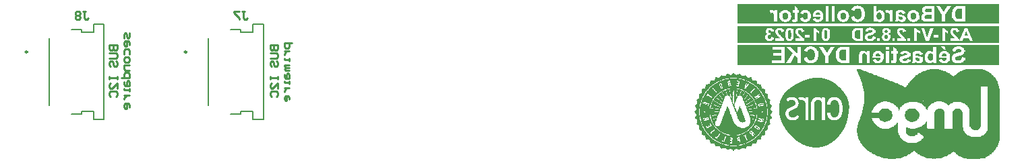
<source format=gbo>
G04*
G04 #@! TF.GenerationSoftware,Altium Limited,Altium Designer,22.9.1 (49)*
G04*
G04 Layer_Color=32896*
%FSLAX25Y25*%
%MOIN*%
G70*
G04*
G04 #@! TF.SameCoordinates,EA2DCB70-2D32-4E2D-AF08-B15159FC065B*
G04*
G04*
G04 #@! TF.FilePolarity,Positive*
G04*
G01*
G75*
%ADD10C,0.00984*%
%ADD13C,0.00787*%
%ADD14C,0.01000*%
G36*
X419922Y53717D02*
X420115D01*
Y53525D01*
X420500D01*
Y53333D01*
X420692D01*
Y53140D01*
X420885D01*
Y52947D01*
X421462D01*
Y53140D01*
X421847D01*
Y53333D01*
X422232D01*
Y53525D01*
X422617D01*
Y53717D01*
X422810D01*
Y53525D01*
X423002D01*
Y53333D01*
X423195D01*
Y53140D01*
X423387D01*
Y52947D01*
X423580D01*
Y52755D01*
X423772D01*
Y52562D01*
X423965D01*
Y52370D01*
X424157D01*
Y52562D01*
X424735D01*
Y52755D01*
X425313D01*
Y52947D01*
X425698D01*
Y52755D01*
X425890D01*
Y52562D01*
X426083D01*
Y52370D01*
X426275D01*
Y51985D01*
X426468D01*
Y51793D01*
X426660D01*
Y51600D01*
X427815D01*
Y51793D01*
X428585D01*
Y51407D01*
X428778D01*
Y51022D01*
X428970D01*
Y50638D01*
X429163D01*
Y50252D01*
X431087D01*
Y49867D01*
X431280D01*
Y49290D01*
X431472D01*
Y48713D01*
X431665D01*
Y48520D01*
X432242D01*
Y48327D01*
X433397D01*
Y47365D01*
X433590D01*
Y46595D01*
X433782D01*
Y46402D01*
X434167D01*
Y46210D01*
X434745D01*
Y46018D01*
X435323D01*
Y44093D01*
X435708D01*
Y43900D01*
X436093D01*
Y43707D01*
X436478D01*
Y43515D01*
X436863D01*
Y42553D01*
X436670D01*
Y41590D01*
X436863D01*
Y41398D01*
X437055D01*
Y41205D01*
X437248D01*
Y41012D01*
X437633D01*
Y40820D01*
X437825D01*
Y40628D01*
X438018D01*
Y40242D01*
X437825D01*
Y39665D01*
X437633D01*
Y39088D01*
X437440D01*
Y38895D01*
X437633D01*
Y38702D01*
X437825D01*
Y38510D01*
X438018D01*
Y38317D01*
X438210D01*
Y38125D01*
X438403D01*
Y37933D01*
X438595D01*
Y37740D01*
X438788D01*
Y37547D01*
X438595D01*
Y37163D01*
X438403D01*
Y36777D01*
X438210D01*
Y36393D01*
X438018D01*
Y35815D01*
X438210D01*
Y35623D01*
X438403D01*
Y35238D01*
X438595D01*
Y35045D01*
X438788D01*
Y34852D01*
X438980D01*
Y34468D01*
X438788D01*
Y34275D01*
X438595D01*
Y33890D01*
X438403D01*
Y33698D01*
X438210D01*
Y33505D01*
X438018D01*
Y32928D01*
X438210D01*
Y32542D01*
X438403D01*
Y32157D01*
X438595D01*
Y31773D01*
X438788D01*
Y31580D01*
X438595D01*
Y31387D01*
X438403D01*
Y31195D01*
X438210D01*
Y31003D01*
X438018D01*
Y30810D01*
X437825D01*
Y30617D01*
X437633D01*
Y30425D01*
X437440D01*
Y30233D01*
X437633D01*
Y29655D01*
X437825D01*
Y29078D01*
X438018D01*
Y28692D01*
X437825D01*
Y28500D01*
X437633D01*
Y28308D01*
X437440D01*
Y28115D01*
X437055D01*
Y27922D01*
X436863D01*
Y27730D01*
X436670D01*
Y26575D01*
X436863D01*
Y25805D01*
X436478D01*
Y25613D01*
X436093D01*
Y25420D01*
X435708D01*
Y25227D01*
X435323D01*
Y23302D01*
X434937D01*
Y23110D01*
X434360D01*
Y22918D01*
X433782D01*
Y22725D01*
X433590D01*
Y22148D01*
X433397D01*
Y20992D01*
X432435D01*
Y20800D01*
X431665D01*
Y20607D01*
X431472D01*
Y20222D01*
X431280D01*
Y19645D01*
X431087D01*
Y19068D01*
X429163D01*
Y18683D01*
X428970D01*
Y18297D01*
X428778D01*
Y17912D01*
X428585D01*
Y17527D01*
X427623D01*
Y17720D01*
X426660D01*
Y17527D01*
X426468D01*
Y17335D01*
X426275D01*
Y17142D01*
X426083D01*
Y16758D01*
X425890D01*
Y16565D01*
X425698D01*
Y16373D01*
X425313D01*
Y16565D01*
X424735D01*
Y16758D01*
X424157D01*
Y16950D01*
X423965D01*
Y16758D01*
X423772D01*
Y16565D01*
X423580D01*
Y16373D01*
X423387D01*
Y16180D01*
X423195D01*
Y15988D01*
X423002D01*
Y15795D01*
X422810D01*
Y15603D01*
X422617D01*
Y15795D01*
X422232D01*
Y15988D01*
X421847D01*
Y16180D01*
X421462D01*
Y16373D01*
X420885D01*
Y16180D01*
X420692D01*
Y15988D01*
X420307D01*
Y15795D01*
X420115D01*
Y15603D01*
X419922D01*
Y15410D01*
X419537D01*
Y15603D01*
X419345D01*
Y15795D01*
X418960D01*
Y15988D01*
X418767D01*
Y16180D01*
X418575D01*
Y16373D01*
X417998D01*
Y16180D01*
X417613D01*
Y15988D01*
X417228D01*
Y15795D01*
X416843D01*
Y15603D01*
X416650D01*
Y15795D01*
X416458D01*
Y15988D01*
X416265D01*
Y16180D01*
X416073D01*
Y16373D01*
X415880D01*
Y16565D01*
X415688D01*
Y16758D01*
X415495D01*
Y16950D01*
X415303D01*
Y16758D01*
X414725D01*
Y16565D01*
X414148D01*
Y16373D01*
X413763D01*
Y16565D01*
X413570D01*
Y16758D01*
X413378D01*
Y16950D01*
X413185D01*
Y17335D01*
X412992D01*
Y17527D01*
X412800D01*
Y17720D01*
X411645D01*
Y17527D01*
X410875D01*
Y17912D01*
X410682D01*
Y18297D01*
X410490D01*
Y18683D01*
X410297D01*
Y19068D01*
X408372D01*
Y19453D01*
X408180D01*
Y20030D01*
X407987D01*
Y20607D01*
X407795D01*
Y20800D01*
X407218D01*
Y20992D01*
X406063D01*
Y21955D01*
X405870D01*
Y22725D01*
X405678D01*
Y22918D01*
X405293D01*
Y23110D01*
X404715D01*
Y23302D01*
X404138D01*
Y25227D01*
X403753D01*
Y25420D01*
X403368D01*
Y25613D01*
X402983D01*
Y25805D01*
X402598D01*
Y26768D01*
X402790D01*
Y27730D01*
X402598D01*
Y27922D01*
X402405D01*
Y28115D01*
X402212D01*
Y28308D01*
X401827D01*
Y28500D01*
X401635D01*
Y28692D01*
X401442D01*
Y29078D01*
X401635D01*
Y29655D01*
X401827D01*
Y30233D01*
X402020D01*
Y30425D01*
X401827D01*
Y30617D01*
X401635D01*
Y30810D01*
X401442D01*
Y31003D01*
X401250D01*
Y31195D01*
X401057D01*
Y31387D01*
X400865D01*
Y31580D01*
X400672D01*
Y31773D01*
X400865D01*
Y32157D01*
X401057D01*
Y32542D01*
X401250D01*
Y32928D01*
X401442D01*
Y33505D01*
X401250D01*
Y33698D01*
X401057D01*
Y34082D01*
X400865D01*
Y34275D01*
X400672D01*
Y34660D01*
X400480D01*
Y34852D01*
X400672D01*
Y35045D01*
X400865D01*
Y35430D01*
X401057D01*
Y35623D01*
X401250D01*
Y35815D01*
X401442D01*
Y36393D01*
X401250D01*
Y36777D01*
X401057D01*
Y37163D01*
X400865D01*
Y37547D01*
X400672D01*
Y37740D01*
X400865D01*
Y37933D01*
X401057D01*
Y38125D01*
X401250D01*
Y38317D01*
X401442D01*
Y38510D01*
X401635D01*
Y38702D01*
X401827D01*
Y38895D01*
X402020D01*
Y39088D01*
X401827D01*
Y39665D01*
X401635D01*
Y40242D01*
X401442D01*
Y40628D01*
X401635D01*
Y40820D01*
X401827D01*
Y41012D01*
X402020D01*
Y41205D01*
X402405D01*
Y41398D01*
X402598D01*
Y41590D01*
X402790D01*
Y42745D01*
X402598D01*
Y43515D01*
X402983D01*
Y43707D01*
X403368D01*
Y43900D01*
X403753D01*
Y44093D01*
X404138D01*
Y46018D01*
X404523D01*
Y46210D01*
X405100D01*
Y46402D01*
X405678D01*
Y46595D01*
X405870D01*
Y47172D01*
X406063D01*
Y48327D01*
X407025D01*
Y48520D01*
X407795D01*
Y48713D01*
X407987D01*
Y49097D01*
X408180D01*
Y49675D01*
X408372D01*
Y50252D01*
X410297D01*
Y50638D01*
X410490D01*
Y51022D01*
X410682D01*
Y51407D01*
X410875D01*
Y51793D01*
X411837D01*
Y51600D01*
X412800D01*
Y51793D01*
X412992D01*
Y51985D01*
X413185D01*
Y52178D01*
X413378D01*
Y52562D01*
X413570D01*
Y52755D01*
X413763D01*
Y52947D01*
X414148D01*
Y52755D01*
X414725D01*
Y52562D01*
X415303D01*
Y52370D01*
X415495D01*
Y52562D01*
X415688D01*
Y52755D01*
X415880D01*
Y52947D01*
X416073D01*
Y53140D01*
X416265D01*
Y53333D01*
X416458D01*
Y53525D01*
X416650D01*
Y53717D01*
X416843D01*
Y53525D01*
X417228D01*
Y53333D01*
X417613D01*
Y53140D01*
X417998D01*
Y52947D01*
X418575D01*
Y53140D01*
X418767D01*
Y53333D01*
X419152D01*
Y53525D01*
X419345D01*
Y53717D01*
X419537D01*
Y53910D01*
X419922D01*
Y53717D01*
D02*
G37*
G36*
X541514Y55806D02*
X543009D01*
Y55557D01*
X544005D01*
Y55308D01*
X544753D01*
Y55059D01*
X545002D01*
Y54810D01*
X545500D01*
Y54561D01*
X545998D01*
Y54312D01*
X546496D01*
Y54063D01*
X546746D01*
Y53814D01*
X546995D01*
Y53565D01*
X547244D01*
Y53315D01*
X547493D01*
Y53066D01*
X547742D01*
Y52817D01*
X547991D01*
Y52568D01*
X548240D01*
Y52319D01*
X548489D01*
Y52070D01*
X548738D01*
Y51821D01*
X548988D01*
Y51572D01*
X549237D01*
Y51073D01*
X549486D01*
Y50824D01*
X549735D01*
Y50326D01*
X549984D01*
Y49828D01*
X550233D01*
Y49330D01*
X550482D01*
Y48582D01*
X550732D01*
Y47586D01*
X550981D01*
Y46340D01*
X551230D01*
Y20183D01*
X550981D01*
Y19186D01*
X550732D01*
Y18439D01*
X550482D01*
Y17941D01*
X550233D01*
Y17443D01*
X549984D01*
Y17194D01*
X549735D01*
Y16695D01*
X549486D01*
Y16197D01*
X549237D01*
Y15948D01*
X548988D01*
Y15699D01*
X548738D01*
Y15201D01*
X548489D01*
Y14951D01*
X548240D01*
Y14702D01*
X547991D01*
Y14453D01*
X547742D01*
Y14204D01*
X547493D01*
Y13955D01*
X547244D01*
Y13706D01*
X546995D01*
Y13457D01*
X546496D01*
Y13208D01*
X546247D01*
Y12958D01*
X545749D01*
Y12709D01*
X545251D01*
Y12460D01*
X545002D01*
Y12211D01*
X544503D01*
Y11962D01*
X544254D01*
Y11713D01*
X543258D01*
Y11464D01*
X541763D01*
Y11215D01*
X535037D01*
Y11464D01*
X533791D01*
Y11713D01*
X533293D01*
Y11962D01*
X532546D01*
Y12211D01*
X532048D01*
Y12460D01*
X531550D01*
Y12709D01*
X531051D01*
Y12958D01*
X530802D01*
Y13208D01*
X530304D01*
Y13457D01*
X530055D01*
Y13706D01*
X529806D01*
Y13955D01*
X529557D01*
Y14204D01*
X529307D01*
Y14453D01*
X529058D01*
Y14702D01*
X528809D01*
Y14951D01*
X528311D01*
Y14702D01*
X528062D01*
Y14453D01*
X527564D01*
Y14204D01*
X527315D01*
Y13955D01*
X527065D01*
Y13706D01*
X526567D01*
Y13457D01*
X526069D01*
Y13208D01*
X525820D01*
Y12958D01*
X525322D01*
Y12709D01*
X524823D01*
Y12460D01*
X524076D01*
Y12211D01*
X523329D01*
Y11962D01*
X522581D01*
Y11713D01*
X521585D01*
Y11464D01*
X519841D01*
Y11215D01*
X519094D01*
Y11464D01*
X518845D01*
Y11215D01*
X518097D01*
Y11464D01*
X516104D01*
Y11713D01*
X515108D01*
Y11962D01*
X514360D01*
Y12211D01*
X513613D01*
Y12460D01*
X513115D01*
Y12709D01*
X512617D01*
Y12958D01*
X512118D01*
Y13208D01*
X511620D01*
Y13457D01*
X511371D01*
Y13706D01*
X510873D01*
Y13955D01*
X510624D01*
Y14204D01*
X510125D01*
Y14453D01*
X509876D01*
Y14702D01*
X509627D01*
Y14951D01*
X509378D01*
Y15201D01*
X508631D01*
Y14951D01*
X508382D01*
Y14702D01*
X508133D01*
Y14453D01*
X507634D01*
Y14204D01*
X507385D01*
Y13955D01*
X507136D01*
Y13706D01*
X506638D01*
Y13457D01*
X506140D01*
Y13208D01*
X505641D01*
Y12958D01*
X505392D01*
Y12709D01*
X504645D01*
Y12460D01*
X504147D01*
Y12211D01*
X503399D01*
Y11962D01*
X502652D01*
Y11713D01*
X501655D01*
Y11464D01*
X500161D01*
Y11215D01*
X496175D01*
Y11464D01*
X494680D01*
Y11713D01*
X493684D01*
Y11962D01*
X492687D01*
Y12211D01*
X492189D01*
Y12460D01*
X491442D01*
Y12709D01*
X490694D01*
Y12958D01*
X490196D01*
Y13208D01*
X489698D01*
Y13457D01*
X489200D01*
Y13706D01*
X488701D01*
Y13955D01*
X488203D01*
Y14204D01*
X487954D01*
Y14453D01*
X487456D01*
Y14702D01*
X487207D01*
Y14951D01*
X486708D01*
Y15201D01*
X486459D01*
Y15450D01*
X486210D01*
Y15699D01*
X485712D01*
Y15948D01*
X485463D01*
Y16197D01*
X485214D01*
Y16446D01*
X484965D01*
Y16695D01*
X484716D01*
Y16944D01*
X484466D01*
Y17194D01*
X484217D01*
Y17443D01*
X483968D01*
Y17692D01*
X483719D01*
Y17941D01*
X483470D01*
Y18439D01*
X483221D01*
Y18688D01*
X482972D01*
Y18937D01*
X482723D01*
Y19435D01*
X482474D01*
Y19685D01*
X482224D01*
Y20183D01*
X481975D01*
Y20681D01*
X481726D01*
Y21428D01*
X481477D01*
Y21927D01*
X481228D01*
Y22674D01*
X480979D01*
Y24169D01*
X480730D01*
Y26660D01*
X480979D01*
Y28155D01*
X481228D01*
Y28902D01*
X481477D01*
Y29649D01*
X481726D01*
Y30147D01*
X481975D01*
Y30895D01*
X482224D01*
Y31393D01*
X482474D01*
Y32140D01*
X482723D01*
Y32888D01*
X482972D01*
Y33884D01*
X483221D01*
Y34632D01*
X483470D01*
Y35628D01*
X483719D01*
Y37123D01*
X483968D01*
Y38618D01*
X484217D01*
Y44845D01*
X483968D01*
Y46340D01*
X483719D01*
Y47586D01*
X483470D01*
Y48582D01*
X483221D01*
Y49330D01*
X482972D01*
Y50077D01*
X482723D01*
Y50824D01*
X482474D01*
Y51572D01*
X482224D01*
Y52070D01*
X481975D01*
Y52568D01*
X481726D01*
Y53315D01*
X481477D01*
Y53814D01*
X481228D01*
Y54312D01*
X480979D01*
Y55059D01*
X480730D01*
Y55806D01*
X480979D01*
Y56056D01*
X481726D01*
Y55806D01*
X482723D01*
Y55557D01*
X483470D01*
Y55308D01*
X483968D01*
Y55059D01*
X484716D01*
Y54810D01*
X485463D01*
Y54561D01*
X486210D01*
Y54312D01*
X486708D01*
Y54063D01*
X487456D01*
Y53814D01*
X487954D01*
Y53565D01*
X488701D01*
Y53315D01*
X489200D01*
Y53066D01*
X489947D01*
Y52817D01*
X490694D01*
Y52568D01*
X491193D01*
Y52319D01*
X491940D01*
Y52070D01*
X492438D01*
Y51821D01*
X493186D01*
Y51572D01*
X493933D01*
Y51322D01*
X494431D01*
Y51073D01*
X495178D01*
Y50824D01*
X495677D01*
Y50575D01*
X496424D01*
Y50326D01*
X497171D01*
Y50077D01*
X497670D01*
Y49828D01*
X498417D01*
Y49579D01*
X499164D01*
Y49330D01*
X499662D01*
Y49080D01*
X500410D01*
Y48831D01*
X500908D01*
Y48582D01*
X501406D01*
Y48333D01*
X502154D01*
Y48084D01*
X502652D01*
Y47835D01*
X503150D01*
Y47586D01*
X503648D01*
Y47337D01*
X504147D01*
Y47087D01*
X504645D01*
Y46838D01*
X504894D01*
Y47087D01*
X505143D01*
Y47337D01*
X505392D01*
Y47835D01*
X505641D01*
Y48084D01*
X505891D01*
Y48582D01*
X506140D01*
Y48831D01*
X506389D01*
Y49080D01*
X506638D01*
Y49579D01*
X506887D01*
Y49828D01*
X507136D01*
Y50077D01*
X507385D01*
Y50326D01*
X507634D01*
Y50575D01*
X507883D01*
Y50824D01*
X508133D01*
Y51073D01*
X508382D01*
Y51322D01*
X508631D01*
Y51572D01*
X508880D01*
Y51821D01*
X509129D01*
Y52070D01*
X509378D01*
Y52319D01*
X509627D01*
Y52568D01*
X509876D01*
Y52817D01*
X510375D01*
Y53066D01*
X510624D01*
Y53315D01*
X511122D01*
Y53565D01*
X511371D01*
Y53814D01*
X511869D01*
Y54063D01*
X512367D01*
Y54312D01*
X512866D01*
Y54561D01*
X513364D01*
Y54810D01*
X513862D01*
Y55059D01*
X514609D01*
Y55308D01*
X515357D01*
Y55557D01*
X516603D01*
Y55806D01*
X521336D01*
Y55557D01*
X522332D01*
Y55308D01*
X523329D01*
Y55059D01*
X524076D01*
Y54810D01*
X524574D01*
Y54561D01*
X525072D01*
Y54312D01*
X525571D01*
Y54063D01*
X526069D01*
Y53814D01*
X526567D01*
Y53565D01*
X526816D01*
Y53315D01*
X527315D01*
Y53066D01*
X527564D01*
Y52817D01*
X527813D01*
Y52568D01*
X528311D01*
Y52319D01*
X528809D01*
Y52568D01*
X529058D01*
Y52817D01*
X529557D01*
Y53066D01*
X529806D01*
Y53315D01*
X530055D01*
Y53565D01*
X530304D01*
Y53814D01*
X530553D01*
Y54063D01*
X530802D01*
Y54312D01*
X531300D01*
Y54561D01*
X531799D01*
Y54810D01*
X532297D01*
Y55059D01*
X532795D01*
Y55308D01*
X533293D01*
Y55557D01*
X534290D01*
Y55806D01*
X535784D01*
Y56056D01*
X541514D01*
Y55806D01*
D02*
G37*
G36*
X461603Y51640D02*
X462030D01*
Y51623D01*
X462304D01*
Y51606D01*
X462509D01*
Y51589D01*
X462697D01*
Y51572D01*
X462851D01*
Y51555D01*
X463004D01*
Y51538D01*
X463141D01*
Y51521D01*
X463261D01*
Y51503D01*
X463380D01*
Y51486D01*
X463500D01*
Y51469D01*
X463602D01*
Y51452D01*
X463705D01*
Y51435D01*
X463808D01*
Y51418D01*
X463893D01*
Y51401D01*
X463978D01*
Y51384D01*
X464064D01*
Y51367D01*
X464149D01*
Y51350D01*
X464235D01*
Y51332D01*
X464320D01*
Y51315D01*
X464389D01*
Y51298D01*
X464457D01*
Y51281D01*
X464542D01*
Y51264D01*
X464611D01*
Y51247D01*
X464679D01*
Y51230D01*
X464747D01*
Y51213D01*
X464816D01*
Y51196D01*
X464884D01*
Y51179D01*
X464953D01*
Y51162D01*
X465004D01*
Y51144D01*
X465072D01*
Y51127D01*
X465124D01*
Y51110D01*
X465192D01*
Y51093D01*
X465243D01*
Y51076D01*
X465311D01*
Y51059D01*
X465363D01*
Y51042D01*
X465414D01*
Y51025D01*
X465482D01*
Y51008D01*
X465534D01*
Y50991D01*
X465585D01*
Y50974D01*
X465636D01*
Y50956D01*
X465688D01*
Y50939D01*
X465739D01*
Y50922D01*
X465790D01*
Y50905D01*
X465841D01*
Y50888D01*
X465893D01*
Y50871D01*
X465944D01*
Y50854D01*
X465995D01*
Y50837D01*
X466046D01*
Y50820D01*
X466081D01*
Y50803D01*
X466132D01*
Y50786D01*
X466183D01*
Y50769D01*
X466234D01*
Y50752D01*
X466268D01*
Y50734D01*
X466320D01*
Y50717D01*
X466354D01*
Y50700D01*
X466405D01*
Y50683D01*
X466457D01*
Y50666D01*
X466491D01*
Y50649D01*
X466542D01*
Y50632D01*
X466576D01*
Y50615D01*
X466627D01*
Y50598D01*
X466662D01*
Y50581D01*
X466696D01*
Y50564D01*
X466747D01*
Y50546D01*
X466781D01*
Y50529D01*
X466832D01*
Y50512D01*
X466867D01*
Y50495D01*
X466901D01*
Y50478D01*
X466952D01*
Y50461D01*
X466986D01*
Y50444D01*
X467021D01*
Y50427D01*
X467055D01*
Y50410D01*
X467106D01*
Y50393D01*
X467140D01*
Y50375D01*
X467174D01*
Y50358D01*
X467208D01*
Y50341D01*
X467243D01*
Y50324D01*
X467294D01*
Y50307D01*
X467328D01*
Y50290D01*
X467362D01*
Y50273D01*
X467396D01*
Y50256D01*
X467431D01*
Y50239D01*
X467465D01*
Y50222D01*
X467499D01*
Y50205D01*
X467533D01*
Y50187D01*
X467567D01*
Y50170D01*
X467602D01*
Y50153D01*
X467636D01*
Y50136D01*
X467670D01*
Y50119D01*
X467704D01*
Y50102D01*
X467738D01*
Y50085D01*
X467772D01*
Y50068D01*
X467807D01*
Y50051D01*
X467841D01*
Y50034D01*
X467875D01*
Y50017D01*
X467909D01*
Y49999D01*
X467943D01*
Y49982D01*
X467978D01*
Y49965D01*
X468012D01*
Y49948D01*
X468046D01*
Y49931D01*
X468080D01*
Y49914D01*
X468097D01*
Y49897D01*
X468131D01*
Y49880D01*
X468165D01*
Y49863D01*
X468200D01*
Y49846D01*
X468234D01*
Y49829D01*
X468268D01*
Y49812D01*
X468285D01*
Y49794D01*
X468319D01*
Y49777D01*
X468354D01*
Y49760D01*
X468388D01*
Y49743D01*
X468405D01*
Y49726D01*
X468439D01*
Y49709D01*
X468473D01*
Y49692D01*
X468507D01*
Y49675D01*
X468524D01*
Y49658D01*
X468559D01*
Y49641D01*
X468593D01*
Y49624D01*
X468610D01*
Y49606D01*
X468644D01*
Y49589D01*
X468678D01*
Y49572D01*
X468695D01*
Y49555D01*
X468729D01*
Y49538D01*
X468764D01*
Y49521D01*
X468781D01*
Y49504D01*
X468815D01*
Y49487D01*
X468849D01*
Y49470D01*
X468866D01*
Y49453D01*
X468900D01*
Y49435D01*
X468935D01*
Y49419D01*
X468952D01*
Y49401D01*
X468986D01*
Y49384D01*
X469003D01*
Y49367D01*
X469037D01*
Y49350D01*
X469054D01*
Y49333D01*
X469088D01*
Y49316D01*
X469123D01*
Y49299D01*
X469140D01*
Y49282D01*
X469174D01*
Y49265D01*
X469191D01*
Y49248D01*
X469225D01*
Y49231D01*
X469242D01*
Y49213D01*
X469276D01*
Y49196D01*
X469293D01*
Y49179D01*
X469328D01*
Y49162D01*
X469345D01*
Y49145D01*
X469379D01*
Y49128D01*
X469396D01*
Y49111D01*
X469430D01*
Y49094D01*
X469447D01*
Y49077D01*
X469481D01*
Y49060D01*
X469498D01*
Y49042D01*
X469533D01*
Y49025D01*
X469550D01*
Y49008D01*
X469584D01*
Y48991D01*
X469601D01*
Y48974D01*
X469635D01*
Y48957D01*
X469652D01*
Y48940D01*
X469669D01*
Y48923D01*
X469704D01*
Y48906D01*
X469721D01*
Y48889D01*
X469755D01*
Y48872D01*
X469772D01*
Y48855D01*
X469806D01*
Y48837D01*
X469823D01*
Y48820D01*
X469840D01*
Y48803D01*
X469874D01*
Y48786D01*
X469892D01*
Y48769D01*
X469909D01*
Y48752D01*
X469943D01*
Y48735D01*
X469960D01*
Y48718D01*
X469994D01*
Y48701D01*
X470011D01*
Y48684D01*
X470028D01*
Y48667D01*
X470062D01*
Y48649D01*
X470080D01*
Y48632D01*
X470097D01*
Y48615D01*
X470131D01*
Y48598D01*
X470148D01*
Y48581D01*
X470165D01*
Y48564D01*
X470199D01*
Y48547D01*
X470216D01*
Y48530D01*
X470233D01*
Y48513D01*
X470268D01*
Y48496D01*
X470285D01*
Y48478D01*
X470302D01*
Y48461D01*
X470336D01*
Y48444D01*
X470353D01*
Y48427D01*
X470370D01*
Y48410D01*
X470387D01*
Y48393D01*
X470421D01*
Y48376D01*
X470438D01*
Y48359D01*
X470456D01*
Y48342D01*
X470490D01*
Y48325D01*
X470507D01*
Y48308D01*
X470524D01*
Y48291D01*
X470541D01*
Y48273D01*
X470575D01*
Y48256D01*
X470592D01*
Y48239D01*
X470609D01*
Y48222D01*
X470626D01*
Y48205D01*
X470661D01*
Y48188D01*
X470678D01*
Y48171D01*
X470695D01*
Y48154D01*
X470712D01*
Y48137D01*
X470746D01*
Y48120D01*
X470763D01*
Y48103D01*
X470780D01*
Y48085D01*
X470797D01*
Y48068D01*
X470831D01*
Y48051D01*
X470849D01*
Y48034D01*
X470866D01*
Y48017D01*
X470883D01*
Y48000D01*
X470900D01*
Y47983D01*
X470917D01*
Y47966D01*
X470951D01*
Y47949D01*
X470968D01*
Y47932D01*
X470985D01*
Y47915D01*
X471002D01*
Y47897D01*
X471020D01*
Y47880D01*
X471054D01*
Y47863D01*
X471071D01*
Y47846D01*
X471088D01*
Y47829D01*
X471105D01*
Y47812D01*
X471122D01*
Y47795D01*
X471139D01*
Y47778D01*
X471173D01*
Y47761D01*
X471190D01*
Y47744D01*
X471208D01*
Y47727D01*
X471225D01*
Y47710D01*
X471242D01*
Y47692D01*
X471259D01*
Y47675D01*
X471276D01*
Y47658D01*
X471310D01*
Y47641D01*
X471327D01*
Y47624D01*
X471344D01*
Y47607D01*
X471361D01*
Y47590D01*
X471378D01*
Y47573D01*
X471395D01*
Y47556D01*
X471413D01*
Y47539D01*
X471430D01*
Y47521D01*
X471464D01*
Y47504D01*
X471481D01*
Y47487D01*
X471498D01*
Y47470D01*
X471515D01*
Y47453D01*
X471532D01*
Y47436D01*
X471549D01*
Y47419D01*
X471566D01*
Y47402D01*
X471584D01*
Y47385D01*
X471601D01*
Y47368D01*
X471618D01*
Y47351D01*
X471635D01*
Y47333D01*
X471669D01*
Y47316D01*
X471686D01*
Y47299D01*
X471703D01*
Y47282D01*
X471720D01*
Y47265D01*
X471737D01*
Y47248D01*
X471754D01*
Y47231D01*
X471771D01*
Y47214D01*
X471789D01*
Y47197D01*
X471806D01*
Y47180D01*
X471823D01*
Y47163D01*
X471840D01*
Y47146D01*
X471857D01*
Y47128D01*
X471874D01*
Y47111D01*
X471891D01*
Y47094D01*
X471925D01*
Y47077D01*
X471942D01*
Y47060D01*
X471959D01*
Y47043D01*
X471977D01*
Y47026D01*
X471994D01*
Y47009D01*
X472011D01*
Y46992D01*
X472028D01*
Y46975D01*
X472045D01*
Y46957D01*
X472062D01*
Y46940D01*
X472079D01*
Y46923D01*
X472096D01*
Y46906D01*
X472113D01*
Y46889D01*
X472130D01*
Y46872D01*
X472148D01*
Y46855D01*
X472164D01*
Y46838D01*
X472182D01*
Y46821D01*
X472199D01*
Y46804D01*
X472216D01*
Y46787D01*
X472233D01*
Y46769D01*
X472250D01*
Y46752D01*
X472267D01*
Y46735D01*
X472284D01*
Y46718D01*
X472301D01*
Y46701D01*
X472318D01*
Y46684D01*
X472335D01*
Y46667D01*
X472353D01*
Y46650D01*
X472370D01*
Y46633D01*
X472387D01*
Y46616D01*
X472404D01*
Y46599D01*
X472421D01*
Y46582D01*
X472438D01*
Y46564D01*
X472455D01*
Y46547D01*
X472472D01*
Y46530D01*
X472489D01*
Y46513D01*
X472506D01*
Y46496D01*
X472523D01*
Y46479D01*
X472541D01*
Y46462D01*
X472558D01*
Y46445D01*
X472575D01*
Y46428D01*
X472592D01*
Y46393D01*
X472609D01*
Y46376D01*
X472626D01*
Y46359D01*
X472643D01*
Y46342D01*
X472660D01*
Y46325D01*
X472677D01*
Y46308D01*
X472694D01*
Y46291D01*
X472711D01*
Y46274D01*
X472728D01*
Y46257D01*
X472746D01*
Y46240D01*
X472763D01*
Y46223D01*
X472780D01*
Y46206D01*
X472797D01*
Y46189D01*
X472814D01*
Y46171D01*
X472831D01*
Y46154D01*
X472848D01*
Y46137D01*
X472865D01*
Y46120D01*
X472882D01*
Y46086D01*
X472899D01*
Y46069D01*
X472917D01*
Y46052D01*
X472934D01*
Y46035D01*
X472951D01*
Y46018D01*
X472968D01*
Y46000D01*
X472985D01*
Y45983D01*
X473002D01*
Y45966D01*
X473019D01*
Y45949D01*
X473036D01*
Y45932D01*
X473053D01*
Y45915D01*
X473070D01*
Y45881D01*
X473087D01*
Y45864D01*
X473104D01*
Y45847D01*
X473122D01*
Y45830D01*
X473139D01*
Y45812D01*
X473156D01*
Y45795D01*
X473173D01*
Y45778D01*
X473190D01*
Y45761D01*
X473207D01*
Y45744D01*
X473224D01*
Y45710D01*
X473241D01*
Y45693D01*
X473258D01*
Y45676D01*
X473275D01*
Y45659D01*
X473292D01*
Y45642D01*
X473310D01*
Y45625D01*
X473327D01*
Y45607D01*
X473344D01*
Y45590D01*
X473361D01*
Y45556D01*
X473378D01*
Y45539D01*
X473395D01*
Y45522D01*
X473412D01*
Y45505D01*
X473429D01*
Y45488D01*
X473446D01*
Y45471D01*
X473463D01*
Y45436D01*
X473481D01*
Y45419D01*
X473497D01*
Y45402D01*
X473515D01*
Y45385D01*
X473532D01*
Y45368D01*
X473549D01*
Y45351D01*
X473566D01*
Y45334D01*
X473583D01*
Y45300D01*
X473600D01*
Y45283D01*
X473617D01*
Y45266D01*
X473634D01*
Y45248D01*
X473651D01*
Y45231D01*
X473668D01*
Y45197D01*
X473686D01*
Y45180D01*
X473703D01*
Y45163D01*
X473720D01*
Y45146D01*
X473737D01*
Y45129D01*
X473754D01*
Y45095D01*
X473771D01*
Y45078D01*
X473788D01*
Y45061D01*
X473805D01*
Y45044D01*
X473822D01*
Y45026D01*
X473839D01*
Y44992D01*
X473856D01*
Y44975D01*
X473874D01*
Y44958D01*
X473891D01*
Y44941D01*
X473908D01*
Y44907D01*
X473925D01*
Y44890D01*
X473942D01*
Y44873D01*
X473959D01*
Y44855D01*
X473976D01*
Y44838D01*
X473993D01*
Y44804D01*
X474010D01*
Y44787D01*
X474027D01*
Y44770D01*
X474044D01*
Y44753D01*
X474061D01*
Y44719D01*
X474079D01*
Y44702D01*
X474096D01*
Y44685D01*
X474113D01*
Y44650D01*
X474130D01*
Y44633D01*
X474147D01*
Y44616D01*
X474164D01*
Y44599D01*
X474181D01*
Y44565D01*
X474198D01*
Y44548D01*
X474215D01*
Y44531D01*
X474232D01*
Y44497D01*
X474250D01*
Y44480D01*
X474267D01*
Y44462D01*
X474284D01*
Y44445D01*
X474301D01*
Y44411D01*
X474318D01*
Y44394D01*
X474335D01*
Y44377D01*
X474352D01*
Y44343D01*
X474369D01*
Y44326D01*
X474386D01*
Y44309D01*
X474403D01*
Y44274D01*
X474420D01*
Y44257D01*
X474438D01*
Y44240D01*
X474455D01*
Y44206D01*
X474472D01*
Y44189D01*
X474489D01*
Y44155D01*
X474506D01*
Y44138D01*
X474523D01*
Y44121D01*
X474540D01*
Y44086D01*
X474557D01*
Y44069D01*
X474574D01*
Y44052D01*
X474591D01*
Y44018D01*
X474608D01*
Y44001D01*
X474625D01*
Y43967D01*
X474643D01*
Y43950D01*
X474660D01*
Y43933D01*
X474677D01*
Y43898D01*
X474694D01*
Y43881D01*
X474711D01*
Y43847D01*
X474728D01*
Y43830D01*
X474745D01*
Y43796D01*
X474762D01*
Y43779D01*
X474779D01*
Y43745D01*
X474796D01*
Y43727D01*
X474814D01*
Y43710D01*
X474831D01*
Y43676D01*
X474848D01*
Y43659D01*
X474865D01*
Y43625D01*
X474882D01*
Y43608D01*
X474899D01*
Y43574D01*
X474916D01*
Y43557D01*
X474933D01*
Y43523D01*
X474950D01*
Y43505D01*
X474967D01*
Y43471D01*
X474984D01*
Y43454D01*
X475001D01*
Y43420D01*
X475019D01*
Y43386D01*
X475036D01*
Y43369D01*
X475053D01*
Y43334D01*
X475070D01*
Y43317D01*
X475087D01*
Y43283D01*
X475104D01*
Y43266D01*
X475121D01*
Y43232D01*
X475138D01*
Y43198D01*
X475155D01*
Y43181D01*
X475172D01*
Y43146D01*
X475189D01*
Y43129D01*
X475207D01*
Y43095D01*
X475224D01*
Y43061D01*
X475241D01*
Y43044D01*
X475258D01*
Y43010D01*
X475275D01*
Y42976D01*
X475292D01*
Y42959D01*
X475309D01*
Y42924D01*
X475326D01*
Y42890D01*
X475343D01*
Y42873D01*
X475360D01*
Y42839D01*
X475377D01*
Y42805D01*
X475394D01*
Y42770D01*
X475412D01*
Y42753D01*
X475429D01*
Y42719D01*
X475446D01*
Y42685D01*
X475463D01*
Y42651D01*
X475480D01*
Y42634D01*
X475497D01*
Y42600D01*
X475514D01*
Y42565D01*
X475531D01*
Y42531D01*
X475548D01*
Y42497D01*
X475565D01*
Y42463D01*
X475583D01*
Y42446D01*
X475600D01*
Y42412D01*
X475617D01*
Y42377D01*
X475634D01*
Y42343D01*
X475651D01*
Y42309D01*
X475668D01*
Y42275D01*
X475685D01*
Y42241D01*
X475702D01*
Y42206D01*
X475719D01*
Y42172D01*
X475736D01*
Y42138D01*
X475753D01*
Y42104D01*
X475771D01*
Y42070D01*
X475788D01*
Y42036D01*
X475805D01*
Y42002D01*
X475822D01*
Y41967D01*
X475839D01*
Y41933D01*
X475856D01*
Y41899D01*
X475873D01*
Y41865D01*
X475890D01*
Y41813D01*
X475907D01*
Y41779D01*
X475924D01*
Y41745D01*
X475941D01*
Y41711D01*
X475958D01*
Y41677D01*
X475976D01*
Y41625D01*
X475993D01*
Y41591D01*
X476010D01*
Y41557D01*
X476027D01*
Y41506D01*
X476044D01*
Y41472D01*
X476061D01*
Y41438D01*
X476078D01*
Y41386D01*
X476095D01*
Y41352D01*
X476112D01*
Y41301D01*
X476129D01*
Y41267D01*
X476147D01*
Y41215D01*
X476164D01*
Y41181D01*
X476181D01*
Y41130D01*
X476198D01*
Y41079D01*
X476215D01*
Y41044D01*
X476232D01*
Y40993D01*
X476249D01*
Y40942D01*
X476266D01*
Y40891D01*
X476283D01*
Y40856D01*
X476300D01*
Y40805D01*
X476317D01*
Y40754D01*
X476334D01*
Y40703D01*
X476352D01*
Y40651D01*
X476369D01*
Y40600D01*
X476386D01*
Y40532D01*
X476403D01*
Y40481D01*
X476420D01*
Y40429D01*
X476437D01*
Y40378D01*
X476454D01*
Y40310D01*
X476471D01*
Y40258D01*
X476488D01*
Y40190D01*
X476505D01*
Y40122D01*
X476522D01*
Y40070D01*
X476540D01*
Y40002D01*
X476557D01*
Y39934D01*
X476574D01*
Y39865D01*
X476591D01*
Y39780D01*
X476608D01*
Y39711D01*
X476625D01*
Y39643D01*
X476642D01*
Y39558D01*
X476659D01*
Y39472D01*
X476676D01*
Y39387D01*
X476693D01*
Y39301D01*
X476711D01*
Y39199D01*
X476727D01*
Y39096D01*
X476745D01*
Y38994D01*
X476762D01*
Y38874D01*
X476779D01*
Y38754D01*
X476796D01*
Y38618D01*
X476813D01*
Y38464D01*
X476830D01*
Y38293D01*
X476847D01*
Y38071D01*
X476864D01*
Y37797D01*
X476881D01*
Y36396D01*
X476864D01*
Y36071D01*
X476847D01*
Y35832D01*
X476830D01*
Y35627D01*
X476813D01*
Y35439D01*
X476796D01*
Y35268D01*
X476779D01*
Y35114D01*
X476762D01*
Y34960D01*
X476745D01*
Y34807D01*
X476727D01*
Y34670D01*
X476711D01*
Y34550D01*
X476693D01*
Y34414D01*
X476676D01*
Y34294D01*
X476659D01*
Y34174D01*
X476642D01*
Y34055D01*
X476625D01*
Y33952D01*
X476608D01*
Y33832D01*
X476591D01*
Y33730D01*
X476574D01*
Y33610D01*
X476557D01*
Y33508D01*
X476540D01*
Y33405D01*
X476522D01*
Y33303D01*
X476505D01*
Y33200D01*
X476488D01*
Y33115D01*
X476471D01*
Y33012D01*
X476454D01*
Y32910D01*
X476437D01*
Y32824D01*
X476420D01*
Y32722D01*
X476403D01*
Y32636D01*
X476386D01*
Y32534D01*
X476369D01*
Y32448D01*
X476352D01*
Y32363D01*
X476334D01*
Y32260D01*
X476317D01*
Y32175D01*
X476300D01*
Y32089D01*
X476283D01*
Y32004D01*
X476266D01*
Y31918D01*
X476249D01*
Y31833D01*
X476232D01*
Y31748D01*
X476215D01*
Y31662D01*
X476198D01*
Y31577D01*
X476181D01*
Y31491D01*
X476164D01*
Y31406D01*
X476147D01*
Y31303D01*
X476129D01*
Y31235D01*
X476112D01*
Y31149D01*
X476095D01*
Y31064D01*
X476078D01*
Y30996D01*
X476061D01*
Y30910D01*
X476044D01*
Y30842D01*
X476027D01*
Y30773D01*
X476010D01*
Y30705D01*
X475993D01*
Y30620D01*
X475976D01*
Y30551D01*
X475958D01*
Y30483D01*
X475941D01*
Y30415D01*
X475924D01*
Y30363D01*
X475907D01*
Y30295D01*
X475890D01*
Y30227D01*
X475873D01*
Y30158D01*
X475856D01*
Y30107D01*
X475839D01*
Y30039D01*
X475822D01*
Y29987D01*
X475805D01*
Y29919D01*
X475788D01*
Y29868D01*
X475771D01*
Y29799D01*
X475753D01*
Y29748D01*
X475736D01*
Y29697D01*
X475719D01*
Y29645D01*
X475702D01*
Y29577D01*
X475685D01*
Y29526D01*
X475668D01*
Y29475D01*
X475651D01*
Y29423D01*
X475634D01*
Y29372D01*
X475617D01*
Y29321D01*
X475600D01*
Y29269D01*
X475583D01*
Y29218D01*
X475565D01*
Y29167D01*
X475548D01*
Y29116D01*
X475531D01*
Y29064D01*
X475514D01*
Y29013D01*
X475497D01*
Y28962D01*
X475480D01*
Y28911D01*
X475463D01*
Y28877D01*
X475446D01*
Y28825D01*
X475429D01*
Y28774D01*
X475412D01*
Y28723D01*
X475394D01*
Y28688D01*
X475377D01*
Y28637D01*
X475360D01*
Y28586D01*
X475343D01*
Y28552D01*
X475326D01*
Y28501D01*
X475309D01*
Y28449D01*
X475292D01*
Y28415D01*
X475275D01*
Y28364D01*
X475258D01*
Y28330D01*
X475241D01*
Y28278D01*
X475224D01*
Y28244D01*
X475207D01*
Y28193D01*
X475189D01*
Y28159D01*
X475172D01*
Y28107D01*
X475155D01*
Y28073D01*
X475138D01*
Y28022D01*
X475121D01*
Y27988D01*
X475104D01*
Y27954D01*
X475087D01*
Y27902D01*
X475070D01*
Y27868D01*
X475053D01*
Y27817D01*
X475036D01*
Y27783D01*
X475019D01*
Y27749D01*
X475001D01*
Y27714D01*
X474984D01*
Y27663D01*
X474967D01*
Y27629D01*
X474950D01*
Y27595D01*
X474933D01*
Y27560D01*
X474916D01*
Y27509D01*
X474899D01*
Y27475D01*
X474882D01*
Y27441D01*
X474865D01*
Y27407D01*
X474848D01*
Y27373D01*
X474831D01*
Y27321D01*
X474814D01*
Y27287D01*
X474796D01*
Y27253D01*
X474779D01*
Y27219D01*
X474762D01*
Y27185D01*
X474745D01*
Y27150D01*
X474728D01*
Y27099D01*
X474711D01*
Y27065D01*
X474694D01*
Y27031D01*
X474677D01*
Y26997D01*
X474660D01*
Y26962D01*
X474643D01*
Y26928D01*
X474625D01*
Y26894D01*
X474608D01*
Y26860D01*
X474591D01*
Y26826D01*
X474574D01*
Y26792D01*
X474557D01*
Y26757D01*
X474540D01*
Y26723D01*
X474523D01*
Y26689D01*
X474506D01*
Y26655D01*
X474489D01*
Y26621D01*
X474472D01*
Y26586D01*
X474455D01*
Y26552D01*
X474438D01*
Y26535D01*
X474420D01*
Y26501D01*
X474403D01*
Y26467D01*
X474386D01*
Y26433D01*
X474369D01*
Y26398D01*
X474352D01*
Y26364D01*
X474335D01*
Y26330D01*
X474318D01*
Y26296D01*
X474301D01*
Y26262D01*
X474284D01*
Y26245D01*
X474267D01*
Y26210D01*
X474250D01*
Y26176D01*
X474232D01*
Y26142D01*
X474215D01*
Y26108D01*
X474198D01*
Y26074D01*
X474181D01*
Y26057D01*
X474164D01*
Y26022D01*
X474147D01*
Y25988D01*
X474130D01*
Y25954D01*
X474113D01*
Y25920D01*
X474096D01*
Y25903D01*
X474079D01*
Y25869D01*
X474061D01*
Y25835D01*
X474044D01*
Y25800D01*
X474027D01*
Y25783D01*
X474010D01*
Y25749D01*
X473993D01*
Y25715D01*
X473976D01*
Y25681D01*
X473959D01*
Y25664D01*
X473942D01*
Y25629D01*
X473925D01*
Y25595D01*
X473908D01*
Y25578D01*
X473891D01*
Y25544D01*
X473874D01*
Y25510D01*
X473856D01*
Y25493D01*
X473839D01*
Y25458D01*
X473822D01*
Y25424D01*
X473805D01*
Y25407D01*
X473788D01*
Y25373D01*
X473771D01*
Y25339D01*
X473754D01*
Y25322D01*
X473737D01*
Y25288D01*
X473720D01*
Y25253D01*
X473703D01*
Y25236D01*
X473686D01*
Y25202D01*
X473668D01*
Y25185D01*
X473651D01*
Y25151D01*
X473634D01*
Y25117D01*
X473617D01*
Y25100D01*
X473600D01*
Y25065D01*
X473583D01*
Y25048D01*
X473566D01*
Y25014D01*
X473549D01*
Y24997D01*
X473532D01*
Y24963D01*
X473515D01*
Y24929D01*
X473497D01*
Y24912D01*
X473481D01*
Y24877D01*
X473463D01*
Y24860D01*
X473446D01*
Y24826D01*
X473429D01*
Y24809D01*
X473412D01*
Y24775D01*
X473395D01*
Y24758D01*
X473378D01*
Y24724D01*
X473361D01*
Y24706D01*
X473344D01*
Y24672D01*
X473327D01*
Y24655D01*
X473310D01*
Y24621D01*
X473292D01*
Y24604D01*
X473275D01*
Y24570D01*
X473258D01*
Y24553D01*
X473241D01*
Y24519D01*
X473224D01*
Y24501D01*
X473207D01*
Y24467D01*
X473190D01*
Y24450D01*
X473173D01*
Y24416D01*
X473156D01*
Y24399D01*
X473139D01*
Y24382D01*
X473122D01*
Y24348D01*
X473104D01*
Y24331D01*
X473087D01*
Y24296D01*
X473070D01*
Y24279D01*
X473053D01*
Y24245D01*
X473036D01*
Y24228D01*
X473019D01*
Y24211D01*
X473002D01*
Y24177D01*
X472985D01*
Y24160D01*
X472968D01*
Y24126D01*
X472951D01*
Y24108D01*
X472934D01*
Y24091D01*
X472917D01*
Y24057D01*
X472899D01*
Y24040D01*
X472882D01*
Y24006D01*
X472865D01*
Y23989D01*
X472848D01*
Y23972D01*
X472831D01*
Y23937D01*
X472814D01*
Y23920D01*
X472797D01*
Y23886D01*
X472780D01*
Y23869D01*
X472763D01*
Y23852D01*
X472746D01*
Y23818D01*
X472728D01*
Y23801D01*
X472711D01*
Y23784D01*
X472694D01*
Y23750D01*
X472677D01*
Y23732D01*
X472660D01*
Y23715D01*
X472643D01*
Y23681D01*
X472626D01*
Y23664D01*
X472609D01*
Y23647D01*
X472592D01*
Y23613D01*
X472575D01*
Y23596D01*
X472558D01*
Y23579D01*
X472541D01*
Y23562D01*
X472523D01*
Y23527D01*
X472506D01*
Y23510D01*
X472489D01*
Y23493D01*
X472472D01*
Y23459D01*
X472455D01*
Y23442D01*
X472438D01*
Y23425D01*
X472421D01*
Y23408D01*
X472404D01*
Y23373D01*
X472387D01*
Y23356D01*
X472370D01*
Y23339D01*
X472353D01*
Y23305D01*
X472335D01*
Y23288D01*
X472318D01*
Y23271D01*
X472301D01*
Y23254D01*
X472284D01*
Y23220D01*
X472267D01*
Y23203D01*
X472250D01*
Y23186D01*
X472233D01*
Y23168D01*
X472216D01*
Y23151D01*
X472199D01*
Y23117D01*
X472182D01*
Y23100D01*
X472164D01*
Y23083D01*
X472148D01*
Y23066D01*
X472130D01*
Y23032D01*
X472113D01*
Y23015D01*
X472096D01*
Y22998D01*
X472079D01*
Y22980D01*
X472062D01*
Y22963D01*
X472045D01*
Y22929D01*
X472028D01*
Y22912D01*
X472011D01*
Y22895D01*
X471994D01*
Y22878D01*
X471977D01*
Y22861D01*
X471959D01*
Y22827D01*
X471942D01*
Y22810D01*
X471925D01*
Y22793D01*
X471908D01*
Y22775D01*
X471891D01*
Y22758D01*
X471874D01*
Y22741D01*
X471857D01*
Y22707D01*
X471840D01*
Y22690D01*
X471823D01*
Y22673D01*
X471806D01*
Y22656D01*
X471789D01*
Y22639D01*
X471771D01*
Y22622D01*
X471754D01*
Y22587D01*
X471737D01*
Y22570D01*
X471720D01*
Y22553D01*
X471703D01*
Y22536D01*
X471686D01*
Y22519D01*
X471669D01*
Y22502D01*
X471652D01*
Y22485D01*
X471635D01*
Y22451D01*
X471618D01*
Y22434D01*
X471601D01*
Y22416D01*
X471584D01*
Y22399D01*
X471566D01*
Y22382D01*
X471549D01*
Y22365D01*
X471532D01*
Y22348D01*
X471515D01*
Y22331D01*
X471498D01*
Y22297D01*
X471481D01*
Y22280D01*
X471464D01*
Y22263D01*
X471447D01*
Y22246D01*
X471430D01*
Y22229D01*
X471413D01*
Y22211D01*
X471395D01*
Y22194D01*
X471378D01*
Y22177D01*
X471361D01*
Y22160D01*
X471344D01*
Y22143D01*
X471327D01*
Y22126D01*
X471310D01*
Y22109D01*
X471293D01*
Y22092D01*
X471276D01*
Y22058D01*
X471259D01*
Y22040D01*
X471242D01*
Y22023D01*
X471225D01*
Y22006D01*
X471208D01*
Y21989D01*
X471190D01*
Y21972D01*
X471173D01*
Y21955D01*
X471156D01*
Y21938D01*
X471139D01*
Y21921D01*
X471122D01*
Y21904D01*
X471105D01*
Y21887D01*
X471088D01*
Y21870D01*
X471071D01*
Y21853D01*
X471054D01*
Y21836D01*
X471037D01*
Y21818D01*
X471020D01*
Y21801D01*
X471002D01*
Y21784D01*
X470985D01*
Y21767D01*
X470968D01*
Y21750D01*
X470951D01*
Y21733D01*
X470934D01*
Y21716D01*
X470917D01*
Y21682D01*
X470900D01*
Y21665D01*
X470866D01*
Y21647D01*
X470849D01*
Y21630D01*
X470831D01*
Y21613D01*
X470815D01*
Y21596D01*
X470797D01*
Y21579D01*
X470780D01*
Y21562D01*
X470763D01*
Y21545D01*
X470746D01*
Y21528D01*
X470729D01*
Y21511D01*
X470712D01*
Y21494D01*
X470695D01*
Y21477D01*
X470678D01*
Y21460D01*
X470661D01*
Y21442D01*
X470644D01*
Y21425D01*
X470626D01*
Y21408D01*
X470609D01*
Y21391D01*
X470592D01*
Y21374D01*
X470575D01*
Y21357D01*
X470558D01*
Y21340D01*
X470541D01*
Y21323D01*
X470524D01*
Y21306D01*
X470507D01*
Y21289D01*
X470490D01*
Y21271D01*
X470473D01*
Y21254D01*
X470456D01*
Y21237D01*
X470438D01*
Y21220D01*
X470421D01*
Y21203D01*
X470404D01*
Y21186D01*
X470387D01*
Y21169D01*
X470370D01*
Y21152D01*
X470353D01*
Y21135D01*
X470336D01*
Y21118D01*
X470319D01*
Y21101D01*
X470285D01*
Y21083D01*
X470268D01*
Y21066D01*
X470251D01*
Y21049D01*
X470233D01*
Y21032D01*
X470216D01*
Y21015D01*
X470199D01*
Y20998D01*
X470182D01*
Y20981D01*
X470165D01*
Y20964D01*
X470148D01*
Y20947D01*
X470131D01*
Y20930D01*
X470114D01*
Y20913D01*
X470080D01*
Y20896D01*
X470062D01*
Y20878D01*
X470045D01*
Y20861D01*
X470028D01*
Y20844D01*
X470011D01*
Y20827D01*
X469994D01*
Y20810D01*
X469977D01*
Y20793D01*
X469960D01*
Y20776D01*
X469943D01*
Y20759D01*
X469909D01*
Y20742D01*
X469892D01*
Y20725D01*
X469874D01*
Y20707D01*
X469857D01*
Y20690D01*
X469840D01*
Y20673D01*
X469823D01*
Y20656D01*
X469806D01*
Y20639D01*
X469772D01*
Y20622D01*
X469755D01*
Y20605D01*
X469738D01*
Y20588D01*
X469721D01*
Y20571D01*
X469704D01*
Y20554D01*
X469687D01*
Y20537D01*
X469669D01*
Y20519D01*
X469635D01*
Y20502D01*
X469618D01*
Y20485D01*
X469601D01*
Y20468D01*
X469584D01*
Y20451D01*
X469567D01*
Y20434D01*
X469533D01*
Y20417D01*
X469516D01*
Y20400D01*
X469498D01*
Y20383D01*
X469481D01*
Y20366D01*
X469464D01*
Y20349D01*
X469430D01*
Y20332D01*
X469413D01*
Y20314D01*
X469396D01*
Y20297D01*
X469379D01*
Y20280D01*
X469362D01*
Y20263D01*
X469328D01*
Y20246D01*
X469311D01*
Y20229D01*
X469293D01*
Y20212D01*
X469276D01*
Y20195D01*
X469242D01*
Y20178D01*
X469225D01*
Y20161D01*
X469208D01*
Y20143D01*
X469191D01*
Y20127D01*
X469157D01*
Y20109D01*
X469140D01*
Y20092D01*
X469123D01*
Y20075D01*
X469105D01*
Y20058D01*
X469071D01*
Y20041D01*
X469054D01*
Y20024D01*
X469037D01*
Y20007D01*
X469020D01*
Y19990D01*
X468986D01*
Y19973D01*
X468969D01*
Y19956D01*
X468952D01*
Y19939D01*
X468918D01*
Y19921D01*
X468900D01*
Y19904D01*
X468883D01*
Y19887D01*
X468866D01*
Y19870D01*
X468832D01*
Y19853D01*
X468815D01*
Y19836D01*
X468798D01*
Y19819D01*
X468764D01*
Y19802D01*
X468747D01*
Y19785D01*
X468712D01*
Y19768D01*
X468695D01*
Y19750D01*
X468678D01*
Y19733D01*
X468644D01*
Y19716D01*
X468627D01*
Y19699D01*
X468610D01*
Y19682D01*
X468576D01*
Y19665D01*
X468559D01*
Y19648D01*
X468541D01*
Y19631D01*
X468507D01*
Y19614D01*
X468490D01*
Y19597D01*
X468456D01*
Y19580D01*
X468439D01*
Y19563D01*
X468422D01*
Y19545D01*
X468388D01*
Y19528D01*
X468371D01*
Y19511D01*
X468336D01*
Y19494D01*
X468319D01*
Y19477D01*
X468285D01*
Y19460D01*
X468268D01*
Y19443D01*
X468234D01*
Y19426D01*
X468217D01*
Y19409D01*
X468200D01*
Y19392D01*
X468165D01*
Y19375D01*
X468148D01*
Y19357D01*
X468114D01*
Y19340D01*
X468097D01*
Y19323D01*
X468063D01*
Y19306D01*
X468046D01*
Y19289D01*
X468012D01*
Y19272D01*
X467995D01*
Y19255D01*
X467961D01*
Y19238D01*
X467943D01*
Y19221D01*
X467909D01*
Y19204D01*
X467892D01*
Y19186D01*
X467858D01*
Y19169D01*
X467824D01*
Y19152D01*
X467807D01*
Y19135D01*
X467772D01*
Y19118D01*
X467755D01*
Y19101D01*
X467721D01*
Y19084D01*
X467704D01*
Y19067D01*
X467670D01*
Y19050D01*
X467636D01*
Y19033D01*
X467619D01*
Y19016D01*
X467585D01*
Y18999D01*
X467567D01*
Y18981D01*
X467533D01*
Y18964D01*
X467499D01*
Y18947D01*
X467482D01*
Y18930D01*
X467448D01*
Y18913D01*
X467414D01*
Y18896D01*
X467396D01*
Y18879D01*
X467362D01*
Y18862D01*
X467328D01*
Y18845D01*
X467311D01*
Y18828D01*
X467277D01*
Y18811D01*
X467243D01*
Y18793D01*
X467208D01*
Y18776D01*
X467191D01*
Y18759D01*
X467157D01*
Y18742D01*
X467123D01*
Y18725D01*
X467089D01*
Y18708D01*
X467072D01*
Y18691D01*
X467038D01*
Y18674D01*
X467003D01*
Y18657D01*
X466969D01*
Y18640D01*
X466935D01*
Y18623D01*
X466901D01*
Y18606D01*
X466884D01*
Y18588D01*
X466850D01*
Y18571D01*
X466815D01*
Y18554D01*
X466781D01*
Y18537D01*
X466747D01*
Y18520D01*
X466713D01*
Y18503D01*
X466679D01*
Y18486D01*
X466644D01*
Y18469D01*
X466610D01*
Y18452D01*
X466593D01*
Y18435D01*
X466559D01*
Y18417D01*
X466525D01*
Y18400D01*
X466491D01*
Y18383D01*
X466457D01*
Y18366D01*
X466422D01*
Y18349D01*
X466388D01*
Y18332D01*
X466354D01*
Y18315D01*
X466320D01*
Y18298D01*
X466286D01*
Y18281D01*
X466234D01*
Y18264D01*
X466200D01*
Y18247D01*
X466166D01*
Y18229D01*
X466132D01*
Y18212D01*
X466098D01*
Y18195D01*
X466063D01*
Y18178D01*
X466029D01*
Y18161D01*
X465978D01*
Y18144D01*
X465944D01*
Y18127D01*
X465910D01*
Y18110D01*
X465875D01*
Y18093D01*
X465824D01*
Y18076D01*
X465790D01*
Y18059D01*
X465756D01*
Y18042D01*
X465705D01*
Y18024D01*
X465670D01*
Y18007D01*
X465636D01*
Y17990D01*
X465585D01*
Y17973D01*
X465551D01*
Y17956D01*
X465499D01*
Y17939D01*
X465465D01*
Y17922D01*
X465431D01*
Y17905D01*
X465380D01*
Y17888D01*
X465329D01*
Y17871D01*
X465294D01*
Y17853D01*
X465243D01*
Y17836D01*
X465209D01*
Y17819D01*
X465158D01*
Y17802D01*
X465106D01*
Y17785D01*
X465072D01*
Y17768D01*
X465021D01*
Y17751D01*
X464970D01*
Y17734D01*
X464919D01*
Y17717D01*
X464884D01*
Y17700D01*
X464833D01*
Y17683D01*
X464782D01*
Y17665D01*
X464731D01*
Y17648D01*
X464679D01*
Y17631D01*
X464628D01*
Y17614D01*
X464577D01*
Y17597D01*
X464508D01*
Y17580D01*
X464457D01*
Y17563D01*
X464406D01*
Y17546D01*
X464355D01*
Y17529D01*
X464286D01*
Y17512D01*
X464235D01*
Y17495D01*
X464184D01*
Y17478D01*
X464115D01*
Y17460D01*
X464064D01*
Y17443D01*
X463996D01*
Y17426D01*
X463927D01*
Y17409D01*
X463859D01*
Y17392D01*
X463808D01*
Y17375D01*
X463739D01*
Y17358D01*
X463671D01*
Y17341D01*
X463602D01*
Y17324D01*
X463534D01*
Y17307D01*
X463449D01*
Y17289D01*
X463363D01*
Y17273D01*
X463295D01*
Y17255D01*
X463209D01*
Y17238D01*
X463124D01*
Y17221D01*
X463039D01*
Y17204D01*
X462953D01*
Y17187D01*
X462851D01*
Y17170D01*
X462765D01*
Y17153D01*
X462663D01*
Y17136D01*
X462543D01*
Y17119D01*
X462440D01*
Y17102D01*
X462304D01*
Y17085D01*
X462167D01*
Y17067D01*
X462030D01*
Y17050D01*
X461876D01*
Y17033D01*
X461671D01*
Y17016D01*
X461449D01*
Y16999D01*
X461125D01*
Y16982D01*
X460014D01*
Y16999D01*
X459706D01*
Y17016D01*
X459467D01*
Y17033D01*
X459279D01*
Y17050D01*
X459108D01*
Y17067D01*
X458954D01*
Y17085D01*
X458817D01*
Y17102D01*
X458698D01*
Y17119D01*
X458578D01*
Y17136D01*
X458459D01*
Y17153D01*
X458356D01*
Y17170D01*
X458253D01*
Y17187D01*
X458151D01*
Y17204D01*
X458048D01*
Y17221D01*
X457963D01*
Y17238D01*
X457877D01*
Y17255D01*
X457792D01*
Y17273D01*
X457706D01*
Y17289D01*
X457621D01*
Y17307D01*
X457553D01*
Y17324D01*
X457467D01*
Y17341D01*
X457399D01*
Y17358D01*
X457331D01*
Y17375D01*
X457245D01*
Y17392D01*
X457177D01*
Y17409D01*
X457108D01*
Y17426D01*
X457040D01*
Y17443D01*
X456972D01*
Y17460D01*
X456903D01*
Y17478D01*
X456852D01*
Y17495D01*
X456784D01*
Y17512D01*
X456715D01*
Y17529D01*
X456664D01*
Y17546D01*
X456596D01*
Y17563D01*
X456544D01*
Y17580D01*
X456476D01*
Y17597D01*
X456425D01*
Y17614D01*
X456374D01*
Y17631D01*
X456305D01*
Y17648D01*
X456254D01*
Y17665D01*
X456203D01*
Y17683D01*
X456151D01*
Y17700D01*
X456083D01*
Y17717D01*
X456032D01*
Y17734D01*
X455980D01*
Y17751D01*
X455929D01*
Y17768D01*
X455878D01*
Y17785D01*
X455827D01*
Y17802D01*
X455775D01*
Y17819D01*
X455724D01*
Y17836D01*
X455690D01*
Y17853D01*
X455639D01*
Y17871D01*
X455587D01*
Y17888D01*
X455536D01*
Y17905D01*
X455485D01*
Y17922D01*
X455451D01*
Y17939D01*
X455399D01*
Y17956D01*
X455348D01*
Y17973D01*
X455314D01*
Y17990D01*
X455263D01*
Y18007D01*
X455211D01*
Y18024D01*
X455177D01*
Y18042D01*
X455126D01*
Y18059D01*
X455092D01*
Y18076D01*
X455041D01*
Y18093D01*
X455006D01*
Y18110D01*
X454955D01*
Y18127D01*
X454921D01*
Y18144D01*
X454870D01*
Y18161D01*
X454836D01*
Y18178D01*
X454801D01*
Y18195D01*
X454750D01*
Y18212D01*
X454716D01*
Y18229D01*
X454682D01*
Y18247D01*
X454630D01*
Y18264D01*
X454596D01*
Y18281D01*
X454562D01*
Y18298D01*
X454511D01*
Y18315D01*
X454477D01*
Y18332D01*
X454442D01*
Y18349D01*
X454408D01*
Y18366D01*
X454357D01*
Y18383D01*
X454323D01*
Y18400D01*
X454289D01*
Y18417D01*
X454254D01*
Y18435D01*
X454220D01*
Y18452D01*
X454186D01*
Y18469D01*
X454152D01*
Y18486D01*
X454101D01*
Y18503D01*
X454066D01*
Y18520D01*
X454032D01*
Y18537D01*
X453998D01*
Y18554D01*
X453964D01*
Y18571D01*
X453930D01*
Y18588D01*
X453896D01*
Y18606D01*
X453861D01*
Y18623D01*
X453827D01*
Y18640D01*
X453793D01*
Y18657D01*
X453759D01*
Y18674D01*
X453725D01*
Y18691D01*
X453690D01*
Y18708D01*
X453656D01*
Y18725D01*
X453622D01*
Y18742D01*
X453588D01*
Y18759D01*
X453554D01*
Y18776D01*
X453519D01*
Y18793D01*
X453485D01*
Y18811D01*
X453468D01*
Y18828D01*
X453434D01*
Y18845D01*
X453400D01*
Y18862D01*
X453366D01*
Y18879D01*
X453332D01*
Y18896D01*
X453297D01*
Y18913D01*
X453263D01*
Y18930D01*
X453246D01*
Y18947D01*
X453212D01*
Y18964D01*
X453178D01*
Y18981D01*
X453144D01*
Y18999D01*
X453109D01*
Y19016D01*
X453075D01*
Y19033D01*
X453058D01*
Y19050D01*
X453024D01*
Y19067D01*
X452990D01*
Y19084D01*
X452956D01*
Y19101D01*
X452939D01*
Y19118D01*
X452904D01*
Y19135D01*
X452870D01*
Y19152D01*
X452836D01*
Y19169D01*
X452819D01*
Y19186D01*
X452785D01*
Y19204D01*
X452750D01*
Y19221D01*
X452733D01*
Y19238D01*
X452699D01*
Y19255D01*
X452665D01*
Y19272D01*
X452631D01*
Y19289D01*
X452614D01*
Y19306D01*
X452580D01*
Y19323D01*
X452545D01*
Y19340D01*
X452528D01*
Y19357D01*
X452494D01*
Y19375D01*
X452460D01*
Y19392D01*
X452443D01*
Y19409D01*
X452409D01*
Y19426D01*
X452392D01*
Y19443D01*
X452357D01*
Y19460D01*
X452323D01*
Y19477D01*
X452306D01*
Y19494D01*
X452272D01*
Y19511D01*
X452255D01*
Y19528D01*
X452221D01*
Y19545D01*
X452186D01*
Y19563D01*
X452169D01*
Y19580D01*
X452135D01*
Y19597D01*
X452118D01*
Y19614D01*
X452084D01*
Y19631D01*
X452067D01*
Y19648D01*
X452033D01*
Y19665D01*
X451999D01*
Y19682D01*
X451981D01*
Y19699D01*
X451947D01*
Y19716D01*
X451930D01*
Y19733D01*
X451896D01*
Y19750D01*
X451879D01*
Y19768D01*
X451845D01*
Y19785D01*
X451828D01*
Y19802D01*
X451793D01*
Y19819D01*
X451776D01*
Y19836D01*
X451742D01*
Y19853D01*
X451725D01*
Y19870D01*
X451691D01*
Y19887D01*
X451674D01*
Y19904D01*
X451640D01*
Y19921D01*
X451622D01*
Y19939D01*
X451588D01*
Y19956D01*
X451571D01*
Y19973D01*
X451537D01*
Y19990D01*
X451520D01*
Y20007D01*
X451503D01*
Y20024D01*
X451469D01*
Y20041D01*
X451452D01*
Y20058D01*
X451417D01*
Y20075D01*
X451400D01*
Y20092D01*
X451366D01*
Y20109D01*
X451349D01*
Y20127D01*
X451332D01*
Y20143D01*
X451298D01*
Y20161D01*
X451281D01*
Y20178D01*
X451247D01*
Y20195D01*
X451229D01*
Y20212D01*
X451212D01*
Y20229D01*
X451178D01*
Y20246D01*
X451161D01*
Y20263D01*
X451127D01*
Y20280D01*
X451110D01*
Y20297D01*
X451093D01*
Y20314D01*
X451059D01*
Y20332D01*
X451042D01*
Y20349D01*
X451024D01*
Y20366D01*
X450990D01*
Y20383D01*
X450973D01*
Y20400D01*
X450956D01*
Y20417D01*
X450922D01*
Y20434D01*
X450905D01*
Y20451D01*
X450871D01*
Y20468D01*
X450853D01*
Y20485D01*
X450836D01*
Y20502D01*
X450802D01*
Y20519D01*
X450785D01*
Y20537D01*
X450768D01*
Y20554D01*
X450734D01*
Y20571D01*
X450717D01*
Y20588D01*
X450700D01*
Y20605D01*
X450683D01*
Y20622D01*
X450648D01*
Y20639D01*
X450631D01*
Y20656D01*
X450614D01*
Y20673D01*
X450580D01*
Y20690D01*
X450563D01*
Y20707D01*
X450546D01*
Y20725D01*
X450512D01*
Y20742D01*
X450495D01*
Y20759D01*
X450478D01*
Y20776D01*
X450460D01*
Y20793D01*
X450426D01*
Y20810D01*
X450409D01*
Y20827D01*
X450392D01*
Y20844D01*
X450375D01*
Y20861D01*
X450341D01*
Y20878D01*
X450324D01*
Y20896D01*
X450307D01*
Y20913D01*
X450289D01*
Y20930D01*
X450255D01*
Y20947D01*
X450238D01*
Y20964D01*
X450221D01*
Y20981D01*
X450204D01*
Y20998D01*
X450170D01*
Y21015D01*
X450153D01*
Y21032D01*
X450136D01*
Y21049D01*
X450119D01*
Y21066D01*
X450084D01*
Y21083D01*
X450067D01*
Y21101D01*
X450050D01*
Y21118D01*
X450033D01*
Y21135D01*
X450016D01*
Y21152D01*
X449982D01*
Y21169D01*
X449965D01*
Y21186D01*
X449948D01*
Y21203D01*
X449931D01*
Y21220D01*
X449914D01*
Y21237D01*
X449879D01*
Y21254D01*
X449862D01*
Y21271D01*
X449845D01*
Y21289D01*
X449828D01*
Y21306D01*
X449811D01*
Y21323D01*
X449794D01*
Y21340D01*
X449760D01*
Y21357D01*
X449743D01*
Y21374D01*
X449726D01*
Y21391D01*
X449709D01*
Y21408D01*
X449691D01*
Y21425D01*
X449674D01*
Y21442D01*
X449640D01*
Y21460D01*
X449623D01*
Y21477D01*
X449606D01*
Y21494D01*
X449589D01*
Y21511D01*
X449572D01*
Y21528D01*
X449555D01*
Y21545D01*
X449538D01*
Y21562D01*
X449503D01*
Y21579D01*
X449486D01*
Y21596D01*
X449469D01*
Y21613D01*
X449452D01*
Y21630D01*
X449435D01*
Y21647D01*
X449418D01*
Y21665D01*
X449401D01*
Y21682D01*
X449384D01*
Y21699D01*
X449350D01*
Y21716D01*
X449333D01*
Y21733D01*
X449315D01*
Y21750D01*
X449298D01*
Y21767D01*
X449281D01*
Y21784D01*
X449264D01*
Y21801D01*
X449247D01*
Y21818D01*
X449230D01*
Y21836D01*
X449213D01*
Y21853D01*
X449179D01*
Y21870D01*
X449162D01*
Y21887D01*
X449145D01*
Y21904D01*
X449127D01*
Y21921D01*
X449110D01*
Y21938D01*
X449093D01*
Y21955D01*
X449076D01*
Y21972D01*
X449059D01*
Y21989D01*
X449042D01*
Y22006D01*
X449025D01*
Y22023D01*
X449008D01*
Y22040D01*
X448991D01*
Y22058D01*
X448956D01*
Y22075D01*
X448940D01*
Y22092D01*
X448922D01*
Y22109D01*
X448905D01*
Y22126D01*
X448888D01*
Y22143D01*
X448871D01*
Y22160D01*
X448854D01*
Y22177D01*
X448837D01*
Y22194D01*
X448820D01*
Y22211D01*
X448803D01*
Y22229D01*
X448786D01*
Y22246D01*
X448769D01*
Y22263D01*
X448751D01*
Y22280D01*
X448734D01*
Y22297D01*
X448717D01*
Y22314D01*
X448700D01*
Y22331D01*
X448683D01*
Y22348D01*
X448666D01*
Y22365D01*
X448649D01*
Y22382D01*
X448632D01*
Y22399D01*
X448615D01*
Y22416D01*
X448598D01*
Y22434D01*
X448581D01*
Y22451D01*
X448563D01*
Y22468D01*
X448546D01*
Y22485D01*
X448529D01*
Y22502D01*
X448512D01*
Y22519D01*
X448495D01*
Y22536D01*
X448478D01*
Y22553D01*
X448461D01*
Y22570D01*
X448444D01*
Y22587D01*
X448427D01*
Y22604D01*
X448410D01*
Y22622D01*
X448376D01*
Y22656D01*
X448358D01*
Y22673D01*
X448341D01*
Y22690D01*
X448324D01*
Y22707D01*
X448307D01*
Y22724D01*
X448290D01*
Y22741D01*
X448273D01*
Y22758D01*
X448256D01*
Y22775D01*
X448239D01*
Y22793D01*
X448222D01*
Y22810D01*
X448205D01*
Y22827D01*
X448187D01*
Y22844D01*
X448170D01*
Y22861D01*
X448153D01*
Y22878D01*
X448136D01*
Y22895D01*
X448119D01*
Y22912D01*
X448102D01*
Y22929D01*
X448085D01*
Y22946D01*
X448068D01*
Y22963D01*
X448051D01*
Y22980D01*
X448034D01*
Y22998D01*
X448017D01*
Y23015D01*
X447999D01*
Y23032D01*
X447982D01*
Y23049D01*
X447965D01*
Y23066D01*
X447948D01*
Y23083D01*
X447931D01*
Y23100D01*
X447914D01*
Y23134D01*
X447897D01*
Y23151D01*
X447880D01*
Y23168D01*
X447863D01*
Y23186D01*
X447846D01*
Y23203D01*
X447829D01*
Y23220D01*
X447812D01*
Y23237D01*
X447794D01*
Y23254D01*
X447777D01*
Y23271D01*
X447760D01*
Y23288D01*
X447743D01*
Y23305D01*
X447726D01*
Y23322D01*
X447709D01*
Y23339D01*
X447692D01*
Y23373D01*
X447675D01*
Y23391D01*
X447658D01*
Y23408D01*
X447641D01*
Y23425D01*
X447623D01*
Y23442D01*
X447606D01*
Y23459D01*
X447589D01*
Y23476D01*
X447572D01*
Y23493D01*
X447555D01*
Y23510D01*
X447538D01*
Y23544D01*
X447521D01*
Y23562D01*
X447504D01*
Y23579D01*
X447487D01*
Y23596D01*
X447470D01*
Y23613D01*
X447453D01*
Y23630D01*
X447436D01*
Y23647D01*
X447418D01*
Y23664D01*
X447401D01*
Y23698D01*
X447384D01*
Y23715D01*
X447367D01*
Y23732D01*
X447350D01*
Y23750D01*
X447333D01*
Y23767D01*
X447316D01*
Y23784D01*
X447299D01*
Y23801D01*
X447282D01*
Y23835D01*
X447265D01*
Y23852D01*
X447248D01*
Y23869D01*
X447230D01*
Y23886D01*
X447213D01*
Y23903D01*
X447196D01*
Y23920D01*
X447179D01*
Y23955D01*
X447162D01*
Y23972D01*
X447145D01*
Y23989D01*
X447128D01*
Y24006D01*
X447111D01*
Y24023D01*
X447094D01*
Y24040D01*
X447077D01*
Y24074D01*
X447060D01*
Y24091D01*
X447043D01*
Y24108D01*
X447025D01*
Y24126D01*
X447008D01*
Y24143D01*
X446991D01*
Y24177D01*
X446974D01*
Y24194D01*
X446957D01*
Y24211D01*
X446940D01*
Y24228D01*
X446923D01*
Y24245D01*
X446906D01*
Y24279D01*
X446889D01*
Y24296D01*
X446872D01*
Y24314D01*
X446854D01*
Y24331D01*
X446837D01*
Y24365D01*
X446820D01*
Y24382D01*
X446803D01*
Y24399D01*
X446786D01*
Y24416D01*
X446769D01*
Y24433D01*
X446752D01*
Y24467D01*
X446735D01*
Y24484D01*
X446718D01*
Y24501D01*
X446701D01*
Y24519D01*
X446684D01*
Y24553D01*
X446666D01*
Y24570D01*
X446649D01*
Y24587D01*
X446632D01*
Y24604D01*
X446615D01*
Y24638D01*
X446598D01*
Y24655D01*
X446581D01*
Y24672D01*
X446564D01*
Y24689D01*
X446547D01*
Y24724D01*
X446530D01*
Y24741D01*
X446513D01*
Y24758D01*
X446496D01*
Y24792D01*
X446479D01*
Y24809D01*
X446461D01*
Y24826D01*
X446444D01*
Y24843D01*
X446427D01*
Y24877D01*
X446410D01*
Y24894D01*
X446393D01*
Y24912D01*
X446376D01*
Y24946D01*
X446359D01*
Y24963D01*
X446342D01*
Y24980D01*
X446325D01*
Y25014D01*
X446308D01*
Y25031D01*
X446290D01*
Y25048D01*
X446273D01*
Y25082D01*
X446256D01*
Y25100D01*
X446239D01*
Y25117D01*
X446222D01*
Y25151D01*
X446205D01*
Y25168D01*
X446188D01*
Y25185D01*
X446171D01*
Y25219D01*
X446154D01*
Y25236D01*
X446137D01*
Y25253D01*
X446120D01*
Y25288D01*
X446103D01*
Y25305D01*
X446086D01*
Y25322D01*
X446068D01*
Y25356D01*
X446051D01*
Y25373D01*
X446034D01*
Y25390D01*
X446017D01*
Y25424D01*
X446000D01*
Y25441D01*
X445983D01*
Y25476D01*
X445966D01*
Y25493D01*
X445949D01*
Y25510D01*
X445932D01*
Y25544D01*
X445915D01*
Y25561D01*
X445897D01*
Y25595D01*
X445880D01*
Y25612D01*
X445863D01*
Y25629D01*
X445846D01*
Y25664D01*
X445829D01*
Y25681D01*
X445812D01*
Y25715D01*
X445795D01*
Y25732D01*
X445778D01*
Y25766D01*
X445761D01*
Y25783D01*
X445744D01*
Y25800D01*
X445727D01*
Y25835D01*
X445710D01*
Y25852D01*
X445692D01*
Y25886D01*
X445675D01*
Y25903D01*
X445658D01*
Y25937D01*
X445641D01*
Y25954D01*
X445624D01*
Y25988D01*
X445607D01*
Y26005D01*
X445590D01*
Y26040D01*
X445573D01*
Y26057D01*
X445556D01*
Y26074D01*
X445539D01*
Y26108D01*
X445521D01*
Y26125D01*
X445504D01*
Y26159D01*
X445487D01*
Y26176D01*
X445470D01*
Y26210D01*
X445453D01*
Y26245D01*
X445436D01*
Y26262D01*
X445419D01*
Y26296D01*
X445402D01*
Y26313D01*
X445385D01*
Y26347D01*
X445368D01*
Y26364D01*
X445351D01*
Y26398D01*
X445333D01*
Y26416D01*
X445316D01*
Y26450D01*
X445299D01*
Y26467D01*
X445282D01*
Y26501D01*
X445265D01*
Y26518D01*
X445248D01*
Y26552D01*
X445231D01*
Y26586D01*
X445214D01*
Y26603D01*
X445197D01*
Y26638D01*
X445180D01*
Y26655D01*
X445163D01*
Y26689D01*
X445146D01*
Y26706D01*
X445128D01*
Y26740D01*
X445111D01*
Y26774D01*
X445094D01*
Y26792D01*
X445077D01*
Y26826D01*
X445060D01*
Y26843D01*
X445043D01*
Y26877D01*
X445026D01*
Y26911D01*
X445009D01*
Y26928D01*
X444992D01*
Y26962D01*
X444975D01*
Y26997D01*
X444957D01*
Y27014D01*
X444940D01*
Y27048D01*
X444923D01*
Y27082D01*
X444906D01*
Y27099D01*
X444889D01*
Y27133D01*
X444872D01*
Y27167D01*
X444855D01*
Y27185D01*
X444838D01*
Y27219D01*
X444821D01*
Y27253D01*
X444804D01*
Y27287D01*
X444787D01*
Y27304D01*
X444769D01*
Y27338D01*
X444752D01*
Y27373D01*
X444735D01*
Y27390D01*
X444718D01*
Y27424D01*
X444701D01*
Y27458D01*
X444684D01*
Y27492D01*
X444667D01*
Y27509D01*
X444650D01*
Y27544D01*
X444633D01*
Y27578D01*
X444616D01*
Y27612D01*
X444599D01*
Y27629D01*
X444582D01*
Y27663D01*
X444564D01*
Y27697D01*
X444547D01*
Y27731D01*
X444530D01*
Y27766D01*
X444513D01*
Y27800D01*
X444496D01*
Y27817D01*
X444479D01*
Y27851D01*
X444462D01*
Y27885D01*
X444445D01*
Y27919D01*
X444428D01*
Y27954D01*
X444411D01*
Y27988D01*
X444393D01*
Y28005D01*
X444377D01*
Y28039D01*
X444359D01*
Y28073D01*
X444342D01*
Y28107D01*
X444325D01*
Y28142D01*
X444308D01*
Y28176D01*
X444291D01*
Y28210D01*
X444274D01*
Y28244D01*
X444257D01*
Y28278D01*
X444240D01*
Y28313D01*
X444223D01*
Y28347D01*
X444206D01*
Y28381D01*
X444188D01*
Y28398D01*
X444171D01*
Y28432D01*
X444154D01*
Y28466D01*
X444137D01*
Y28501D01*
X444120D01*
Y28535D01*
X444103D01*
Y28569D01*
X444086D01*
Y28603D01*
X444069D01*
Y28654D01*
X444052D01*
Y28688D01*
X444035D01*
Y28723D01*
X444018D01*
Y28757D01*
X444000D01*
Y28791D01*
X443983D01*
Y28825D01*
X443966D01*
Y28859D01*
X443949D01*
Y28894D01*
X443932D01*
Y28928D01*
X443915D01*
Y28962D01*
X443898D01*
Y28996D01*
X443881D01*
Y29047D01*
X443864D01*
Y29081D01*
X443847D01*
Y29116D01*
X443830D01*
Y29150D01*
X443813D01*
Y29184D01*
X443795D01*
Y29218D01*
X443778D01*
Y29269D01*
X443761D01*
Y29304D01*
X443744D01*
Y29338D01*
X443727D01*
Y29389D01*
X443710D01*
Y29423D01*
X443693D01*
Y29458D01*
X443676D01*
Y29492D01*
X443659D01*
Y29543D01*
X443642D01*
Y29577D01*
X443624D01*
Y29611D01*
X443607D01*
Y29663D01*
X443590D01*
Y29697D01*
X443573D01*
Y29731D01*
X443556D01*
Y29782D01*
X443539D01*
Y29816D01*
X443522D01*
Y29868D01*
X443505D01*
Y29902D01*
X443488D01*
Y29953D01*
X443471D01*
Y29987D01*
X443454D01*
Y30039D01*
X443436D01*
Y30073D01*
X443419D01*
Y30124D01*
X443402D01*
Y30158D01*
X443385D01*
Y30209D01*
X443368D01*
Y30244D01*
X443351D01*
Y30295D01*
X443334D01*
Y30346D01*
X443317D01*
Y30380D01*
X443300D01*
Y30432D01*
X443283D01*
Y30483D01*
X443266D01*
Y30517D01*
X443249D01*
Y30568D01*
X443231D01*
Y30620D01*
X443214D01*
Y30671D01*
X443197D01*
Y30722D01*
X443180D01*
Y30756D01*
X443163D01*
Y30808D01*
X443146D01*
Y30859D01*
X443129D01*
Y30910D01*
X443112D01*
Y30961D01*
X443095D01*
Y31013D01*
X443078D01*
Y31064D01*
X443060D01*
Y31115D01*
X443044D01*
Y31166D01*
X443026D01*
Y31218D01*
X443009D01*
Y31269D01*
X442992D01*
Y31337D01*
X442975D01*
Y31389D01*
X442958D01*
Y31440D01*
X442941D01*
Y31491D01*
X442924D01*
Y31560D01*
X442907D01*
Y31611D01*
X442890D01*
Y31662D01*
X442872D01*
Y31730D01*
X442856D01*
Y31782D01*
X442838D01*
Y31850D01*
X442821D01*
Y31901D01*
X442804D01*
Y31970D01*
X442787D01*
Y32038D01*
X442770D01*
Y32089D01*
X442753D01*
Y32158D01*
X442736D01*
Y32226D01*
X442719D01*
Y32294D01*
X442702D01*
Y32363D01*
X442685D01*
Y32431D01*
X442667D01*
Y32500D01*
X442650D01*
Y32568D01*
X442633D01*
Y32653D01*
X442616D01*
Y32722D01*
X442599D01*
Y32790D01*
X442582D01*
Y32875D01*
X442565D01*
Y32944D01*
X442548D01*
Y33029D01*
X442531D01*
Y33115D01*
X442514D01*
Y33200D01*
X442497D01*
Y33286D01*
X442480D01*
Y33388D01*
X442462D01*
Y33474D01*
X442445D01*
Y33576D01*
X442428D01*
Y33679D01*
X442411D01*
Y33781D01*
X442394D01*
Y33884D01*
X442377D01*
Y34003D01*
X442360D01*
Y34123D01*
X442343D01*
Y34260D01*
X442326D01*
Y37849D01*
X442343D01*
Y37968D01*
X442360D01*
Y38088D01*
X442377D01*
Y38190D01*
X442394D01*
Y38293D01*
X442411D01*
Y38396D01*
X442428D01*
Y38481D01*
X442445D01*
Y38583D01*
X442462D01*
Y38652D01*
X442480D01*
Y38737D01*
X442497D01*
Y38823D01*
X442514D01*
Y38908D01*
X442531D01*
Y38977D01*
X442548D01*
Y39045D01*
X442565D01*
Y39113D01*
X442582D01*
Y39182D01*
X442599D01*
Y39250D01*
X442616D01*
Y39318D01*
X442633D01*
Y39387D01*
X442650D01*
Y39455D01*
X442667D01*
Y39506D01*
X442685D01*
Y39575D01*
X442702D01*
Y39626D01*
X442719D01*
Y39694D01*
X442736D01*
Y39746D01*
X442753D01*
Y39797D01*
X442770D01*
Y39865D01*
X442787D01*
Y39917D01*
X442804D01*
Y39968D01*
X442821D01*
Y40019D01*
X442838D01*
Y40070D01*
X442856D01*
Y40122D01*
X442872D01*
Y40173D01*
X442890D01*
Y40224D01*
X442907D01*
Y40275D01*
X442924D01*
Y40327D01*
X442941D01*
Y40361D01*
X442958D01*
Y40412D01*
X442975D01*
Y40463D01*
X442992D01*
Y40498D01*
X443009D01*
Y40549D01*
X443026D01*
Y40600D01*
X443044D01*
Y40634D01*
X443060D01*
Y40685D01*
X443078D01*
Y40720D01*
X443095D01*
Y40771D01*
X443112D01*
Y40805D01*
X443129D01*
Y40856D01*
X443146D01*
Y40891D01*
X443163D01*
Y40942D01*
X443180D01*
Y40976D01*
X443197D01*
Y41010D01*
X443214D01*
Y41061D01*
X443231D01*
Y41096D01*
X443249D01*
Y41130D01*
X443266D01*
Y41164D01*
X443283D01*
Y41215D01*
X443300D01*
Y41249D01*
X443317D01*
Y41284D01*
X443334D01*
Y41318D01*
X443351D01*
Y41352D01*
X443368D01*
Y41403D01*
X443385D01*
Y41438D01*
X443402D01*
Y41472D01*
X443419D01*
Y41506D01*
X443436D01*
Y41540D01*
X443454D01*
Y41574D01*
X443471D01*
Y41608D01*
X443488D01*
Y41643D01*
X443505D01*
Y41677D01*
X443522D01*
Y41711D01*
X443539D01*
Y41745D01*
X443556D01*
Y41779D01*
X443573D01*
Y41813D01*
X443590D01*
Y41848D01*
X443607D01*
Y41882D01*
X443624D01*
Y41916D01*
X443642D01*
Y41933D01*
X443659D01*
Y41967D01*
X443676D01*
Y42002D01*
X443693D01*
Y42036D01*
X443710D01*
Y42070D01*
X443727D01*
Y42104D01*
X443744D01*
Y42121D01*
X443761D01*
Y42155D01*
X443778D01*
Y42189D01*
X443795D01*
Y42224D01*
X443813D01*
Y42241D01*
X443830D01*
Y42275D01*
X443847D01*
Y42309D01*
X443864D01*
Y42343D01*
X443881D01*
Y42360D01*
X443898D01*
Y42395D01*
X443915D01*
Y42429D01*
X443932D01*
Y42446D01*
X443949D01*
Y42480D01*
X443966D01*
Y42514D01*
X443983D01*
Y42531D01*
X444000D01*
Y42565D01*
X444018D01*
Y42600D01*
X444035D01*
Y42617D01*
X444052D01*
Y42651D01*
X444069D01*
Y42668D01*
X444086D01*
Y42702D01*
X444103D01*
Y42736D01*
X444120D01*
Y42753D01*
X444137D01*
Y42788D01*
X444154D01*
Y42805D01*
X444171D01*
Y42839D01*
X444188D01*
Y42856D01*
X444206D01*
Y42890D01*
X444223D01*
Y42907D01*
X444240D01*
Y42941D01*
X444257D01*
Y42959D01*
X444274D01*
Y42993D01*
X444291D01*
Y43010D01*
X444308D01*
Y43044D01*
X444325D01*
Y43061D01*
X444342D01*
Y43095D01*
X444359D01*
Y43112D01*
X444377D01*
Y43146D01*
X444393D01*
Y43164D01*
X444411D01*
Y43198D01*
X444428D01*
Y43215D01*
X444445D01*
Y43232D01*
X444462D01*
Y43266D01*
X444479D01*
Y43283D01*
X444496D01*
Y43317D01*
X444513D01*
Y43334D01*
X444530D01*
Y43352D01*
X444547D01*
Y43386D01*
X444564D01*
Y43403D01*
X444582D01*
Y43420D01*
X444599D01*
Y43454D01*
X444616D01*
Y43471D01*
X444633D01*
Y43505D01*
X444650D01*
Y43523D01*
X444667D01*
Y43540D01*
X444684D01*
Y43574D01*
X444701D01*
Y43591D01*
X444718D01*
Y43608D01*
X444735D01*
Y43625D01*
X444752D01*
Y43659D01*
X444769D01*
Y43676D01*
X444787D01*
Y43693D01*
X444804D01*
Y43727D01*
X444821D01*
Y43745D01*
X444838D01*
Y43762D01*
X444855D01*
Y43779D01*
X444872D01*
Y43813D01*
X444889D01*
Y43830D01*
X444906D01*
Y43847D01*
X444923D01*
Y43864D01*
X444940D01*
Y43898D01*
X444957D01*
Y43916D01*
X444975D01*
Y43933D01*
X444992D01*
Y43950D01*
X445009D01*
Y43984D01*
X445026D01*
Y44001D01*
X445043D01*
Y44018D01*
X445060D01*
Y44035D01*
X445077D01*
Y44052D01*
X445094D01*
Y44086D01*
X445111D01*
Y44104D01*
X445128D01*
Y44121D01*
X445146D01*
Y44138D01*
X445163D01*
Y44155D01*
X445180D01*
Y44189D01*
X445197D01*
Y44206D01*
X445214D01*
Y44223D01*
X445231D01*
Y44240D01*
X445248D01*
Y44257D01*
X445265D01*
Y44274D01*
X445282D01*
Y44291D01*
X445299D01*
Y44326D01*
X445316D01*
Y44343D01*
X445333D01*
Y44360D01*
X445351D01*
Y44377D01*
X445368D01*
Y44394D01*
X445385D01*
Y44411D01*
X445402D01*
Y44428D01*
X445419D01*
Y44445D01*
X445436D01*
Y44480D01*
X445453D01*
Y44497D01*
X445470D01*
Y44514D01*
X445487D01*
Y44531D01*
X445504D01*
Y44548D01*
X445521D01*
Y44565D01*
X445539D01*
Y44582D01*
X445556D01*
Y44599D01*
X445573D01*
Y44616D01*
X445590D01*
Y44633D01*
X445607D01*
Y44650D01*
X445624D01*
Y44668D01*
X445641D01*
Y44685D01*
X445658D01*
Y44702D01*
X445675D01*
Y44736D01*
X445692D01*
Y44753D01*
X445710D01*
Y44770D01*
X445727D01*
Y44787D01*
X445744D01*
Y44804D01*
X445761D01*
Y44821D01*
X445778D01*
Y44838D01*
X445795D01*
Y44855D01*
X445812D01*
Y44873D01*
X445829D01*
Y44890D01*
X445846D01*
Y44907D01*
X445863D01*
Y44924D01*
X445880D01*
Y44941D01*
X445897D01*
Y44958D01*
X445915D01*
Y44975D01*
X445932D01*
Y44992D01*
X445949D01*
Y45009D01*
X445966D01*
Y45026D01*
X445983D01*
Y45044D01*
X446000D01*
Y45061D01*
X446017D01*
Y45078D01*
X446034D01*
Y45095D01*
X446051D01*
Y45112D01*
X446068D01*
Y45129D01*
X446086D01*
Y45146D01*
X446103D01*
Y45163D01*
X446137D01*
Y45180D01*
X446154D01*
Y45197D01*
X446171D01*
Y45214D01*
X446188D01*
Y45231D01*
X446205D01*
Y45248D01*
X446222D01*
Y45266D01*
X446239D01*
Y45283D01*
X446256D01*
Y45300D01*
X446273D01*
Y45317D01*
X446290D01*
Y45334D01*
X446308D01*
Y45351D01*
X446325D01*
Y45368D01*
X446342D01*
Y45385D01*
X446359D01*
Y45402D01*
X446393D01*
Y45419D01*
X446410D01*
Y45436D01*
X446427D01*
Y45454D01*
X446444D01*
Y45471D01*
X446461D01*
Y45488D01*
X446479D01*
Y45505D01*
X446496D01*
Y45522D01*
X446513D01*
Y45539D01*
X446530D01*
Y45556D01*
X446564D01*
Y45573D01*
X446581D01*
Y45590D01*
X446598D01*
Y45607D01*
X446615D01*
Y45625D01*
X446632D01*
Y45642D01*
X446649D01*
Y45659D01*
X446666D01*
Y45676D01*
X446701D01*
Y45693D01*
X446718D01*
Y45710D01*
X446735D01*
Y45727D01*
X446752D01*
Y45744D01*
X446769D01*
Y45761D01*
X446803D01*
Y45778D01*
X446820D01*
Y45795D01*
X446837D01*
Y45812D01*
X446854D01*
Y45830D01*
X446872D01*
Y45847D01*
X446906D01*
Y45864D01*
X446923D01*
Y45881D01*
X446940D01*
Y45898D01*
X446957D01*
Y45915D01*
X446974D01*
Y45932D01*
X447008D01*
Y45949D01*
X447025D01*
Y45966D01*
X447043D01*
Y45983D01*
X447060D01*
Y46000D01*
X447094D01*
Y46018D01*
X447111D01*
Y46035D01*
X447128D01*
Y46052D01*
X447145D01*
Y46069D01*
X447179D01*
Y46086D01*
X447196D01*
Y46103D01*
X447213D01*
Y46120D01*
X447230D01*
Y46137D01*
X447265D01*
Y46154D01*
X447282D01*
Y46171D01*
X447299D01*
Y46189D01*
X447333D01*
Y46206D01*
X447350D01*
Y46223D01*
X447367D01*
Y46240D01*
X447401D01*
Y46257D01*
X447418D01*
Y46274D01*
X447436D01*
Y46291D01*
X447453D01*
Y46308D01*
X447487D01*
Y46325D01*
X447504D01*
Y46342D01*
X447521D01*
Y46359D01*
X447555D01*
Y46376D01*
X447572D01*
Y46393D01*
X447606D01*
Y46411D01*
X447623D01*
Y46428D01*
X447641D01*
Y46445D01*
X447675D01*
Y46462D01*
X447692D01*
Y46479D01*
X447709D01*
Y46496D01*
X447743D01*
Y46513D01*
X447760D01*
Y46530D01*
X447794D01*
Y46547D01*
X447812D01*
Y46564D01*
X447829D01*
Y46582D01*
X447863D01*
Y46599D01*
X447880D01*
Y46616D01*
X447914D01*
Y46633D01*
X447931D01*
Y46650D01*
X447948D01*
Y46667D01*
X447982D01*
Y46684D01*
X447999D01*
Y46701D01*
X448034D01*
Y46718D01*
X448051D01*
Y46735D01*
X448085D01*
Y46752D01*
X448102D01*
Y46769D01*
X448119D01*
Y46787D01*
X448153D01*
Y46804D01*
X448170D01*
Y46821D01*
X448205D01*
Y46838D01*
X448222D01*
Y46855D01*
X448256D01*
Y46872D01*
X448273D01*
Y46889D01*
X448290D01*
Y46906D01*
X448324D01*
Y46923D01*
X448341D01*
Y46940D01*
X448376D01*
Y46957D01*
X448393D01*
Y46975D01*
X448427D01*
Y46992D01*
X448444D01*
Y47009D01*
X448478D01*
Y47026D01*
X448495D01*
Y47043D01*
X448529D01*
Y47060D01*
X448546D01*
Y47077D01*
X448563D01*
Y47094D01*
X448598D01*
Y47111D01*
X448615D01*
Y47128D01*
X448649D01*
Y47146D01*
X448666D01*
Y47163D01*
X448700D01*
Y47180D01*
X448717D01*
Y47197D01*
X448751D01*
Y47214D01*
X448769D01*
Y47231D01*
X448803D01*
Y47248D01*
X448820D01*
Y47265D01*
X448854D01*
Y47282D01*
X448871D01*
Y47299D01*
X448905D01*
Y47316D01*
X448922D01*
Y47333D01*
X448956D01*
Y47351D01*
X448974D01*
Y47368D01*
X449008D01*
Y47385D01*
X449025D01*
Y47402D01*
X449059D01*
Y47419D01*
X449076D01*
Y47436D01*
X449110D01*
Y47453D01*
X449127D01*
Y47470D01*
X449162D01*
Y47487D01*
X449196D01*
Y47504D01*
X449213D01*
Y47521D01*
X449247D01*
Y47539D01*
X449264D01*
Y47556D01*
X449298D01*
Y47573D01*
X449315D01*
Y47590D01*
X449350D01*
Y47607D01*
X449367D01*
Y47624D01*
X449401D01*
Y47641D01*
X449418D01*
Y47658D01*
X449452D01*
Y47675D01*
X449486D01*
Y47692D01*
X449503D01*
Y47710D01*
X449538D01*
Y47727D01*
X449555D01*
Y47744D01*
X449589D01*
Y47761D01*
X449606D01*
Y47778D01*
X449640D01*
Y47795D01*
X449674D01*
Y47812D01*
X449691D01*
Y47829D01*
X449726D01*
Y47846D01*
X449743D01*
Y47863D01*
X449777D01*
Y47880D01*
X449794D01*
Y47897D01*
X449828D01*
Y47915D01*
X449862D01*
Y47932D01*
X449879D01*
Y47949D01*
X449914D01*
Y47966D01*
X449948D01*
Y47983D01*
X449965D01*
Y48000D01*
X449999D01*
Y48017D01*
X450033D01*
Y48034D01*
X450050D01*
Y48051D01*
X450084D01*
Y48068D01*
X450102D01*
Y48085D01*
X450136D01*
Y48103D01*
X450170D01*
Y48120D01*
X450187D01*
Y48137D01*
X450221D01*
Y48154D01*
X450255D01*
Y48171D01*
X450273D01*
Y48188D01*
X450307D01*
Y48205D01*
X450341D01*
Y48222D01*
X450358D01*
Y48239D01*
X450392D01*
Y48256D01*
X450426D01*
Y48273D01*
X450443D01*
Y48291D01*
X450478D01*
Y48308D01*
X450512D01*
Y48325D01*
X450546D01*
Y48342D01*
X450563D01*
Y48359D01*
X450597D01*
Y48376D01*
X450631D01*
Y48393D01*
X450648D01*
Y48410D01*
X450683D01*
Y48427D01*
X450717D01*
Y48444D01*
X450734D01*
Y48461D01*
X450768D01*
Y48478D01*
X450802D01*
Y48496D01*
X450836D01*
Y48513D01*
X450853D01*
Y48530D01*
X450888D01*
Y48547D01*
X450922D01*
Y48564D01*
X450956D01*
Y48581D01*
X450973D01*
Y48598D01*
X451007D01*
Y48615D01*
X451042D01*
Y48632D01*
X451076D01*
Y48649D01*
X451110D01*
Y48667D01*
X451127D01*
Y48684D01*
X451161D01*
Y48701D01*
X451195D01*
Y48718D01*
X451229D01*
Y48735D01*
X451247D01*
Y48752D01*
X451281D01*
Y48769D01*
X451315D01*
Y48786D01*
X451349D01*
Y48803D01*
X451383D01*
Y48820D01*
X451417D01*
Y48837D01*
X451435D01*
Y48855D01*
X451469D01*
Y48872D01*
X451503D01*
Y48889D01*
X451537D01*
Y48906D01*
X451571D01*
Y48923D01*
X451606D01*
Y48940D01*
X451640D01*
Y48957D01*
X451657D01*
Y48974D01*
X451691D01*
Y48991D01*
X451725D01*
Y49008D01*
X451759D01*
Y49025D01*
X451793D01*
Y49042D01*
X451828D01*
Y49060D01*
X451862D01*
Y49077D01*
X451896D01*
Y49094D01*
X451930D01*
Y49111D01*
X451947D01*
Y49128D01*
X451981D01*
Y49145D01*
X452016D01*
Y49162D01*
X452050D01*
Y49179D01*
X452084D01*
Y49196D01*
X452118D01*
Y49213D01*
X452152D01*
Y49231D01*
X452186D01*
Y49248D01*
X452221D01*
Y49265D01*
X452255D01*
Y49282D01*
X452289D01*
Y49299D01*
X452323D01*
Y49316D01*
X452357D01*
Y49333D01*
X452392D01*
Y49350D01*
X452426D01*
Y49367D01*
X452460D01*
Y49384D01*
X452494D01*
Y49401D01*
X452528D01*
Y49419D01*
X452563D01*
Y49435D01*
X452597D01*
Y49453D01*
X452631D01*
Y49470D01*
X452665D01*
Y49487D01*
X452699D01*
Y49504D01*
X452733D01*
Y49521D01*
X452785D01*
Y49538D01*
X452819D01*
Y49555D01*
X452853D01*
Y49572D01*
X452887D01*
Y49589D01*
X452921D01*
Y49606D01*
X452956D01*
Y49624D01*
X452990D01*
Y49641D01*
X453024D01*
Y49658D01*
X453058D01*
Y49675D01*
X453109D01*
Y49692D01*
X453144D01*
Y49709D01*
X453178D01*
Y49726D01*
X453212D01*
Y49743D01*
X453246D01*
Y49760D01*
X453280D01*
Y49777D01*
X453332D01*
Y49794D01*
X453366D01*
Y49812D01*
X453400D01*
Y49829D01*
X453434D01*
Y49846D01*
X453485D01*
Y49863D01*
X453519D01*
Y49880D01*
X453554D01*
Y49897D01*
X453588D01*
Y49914D01*
X453639D01*
Y49931D01*
X453673D01*
Y49948D01*
X453708D01*
Y49965D01*
X453759D01*
Y49982D01*
X453793D01*
Y49999D01*
X453827D01*
Y50017D01*
X453878D01*
Y50034D01*
X453913D01*
Y50051D01*
X453947D01*
Y50068D01*
X453998D01*
Y50085D01*
X454032D01*
Y50102D01*
X454083D01*
Y50119D01*
X454118D01*
Y50136D01*
X454152D01*
Y50153D01*
X454203D01*
Y50170D01*
X454237D01*
Y50187D01*
X454289D01*
Y50205D01*
X454323D01*
Y50222D01*
X454374D01*
Y50239D01*
X454408D01*
Y50256D01*
X454459D01*
Y50273D01*
X454494D01*
Y50290D01*
X454545D01*
Y50307D01*
X454596D01*
Y50324D01*
X454630D01*
Y50341D01*
X454682D01*
Y50358D01*
X454716D01*
Y50375D01*
X454767D01*
Y50393D01*
X454818D01*
Y50410D01*
X454852D01*
Y50427D01*
X454904D01*
Y50444D01*
X454955D01*
Y50461D01*
X454989D01*
Y50478D01*
X455041D01*
Y50495D01*
X455092D01*
Y50512D01*
X455143D01*
Y50529D01*
X455194D01*
Y50546D01*
X455229D01*
Y50564D01*
X455280D01*
Y50581D01*
X455331D01*
Y50598D01*
X455382D01*
Y50615D01*
X455434D01*
Y50632D01*
X455485D01*
Y50649D01*
X455536D01*
Y50666D01*
X455587D01*
Y50683D01*
X455639D01*
Y50700D01*
X455690D01*
Y50717D01*
X455741D01*
Y50734D01*
X455793D01*
Y50752D01*
X455844D01*
Y50769D01*
X455895D01*
Y50786D01*
X455946D01*
Y50803D01*
X456015D01*
Y50820D01*
X456066D01*
Y50837D01*
X456117D01*
Y50854D01*
X456169D01*
Y50871D01*
X456237D01*
Y50888D01*
X456288D01*
Y50905D01*
X456339D01*
Y50922D01*
X456408D01*
Y50939D01*
X456459D01*
Y50956D01*
X456527D01*
Y50974D01*
X456579D01*
Y50991D01*
X456647D01*
Y51008D01*
X456715D01*
Y51025D01*
X456767D01*
Y51042D01*
X456835D01*
Y51059D01*
X456903D01*
Y51076D01*
X456972D01*
Y51093D01*
X457040D01*
Y51110D01*
X457108D01*
Y51127D01*
X457177D01*
Y51144D01*
X457245D01*
Y51162D01*
X457313D01*
Y51179D01*
X457382D01*
Y51196D01*
X457450D01*
Y51213D01*
X457536D01*
Y51230D01*
X457604D01*
Y51247D01*
X457690D01*
Y51264D01*
X457758D01*
Y51281D01*
X457843D01*
Y51298D01*
X457929D01*
Y51315D01*
X458014D01*
Y51332D01*
X458100D01*
Y51350D01*
X458185D01*
Y51367D01*
X458288D01*
Y51384D01*
X458373D01*
Y51401D01*
X458476D01*
Y51418D01*
X458578D01*
Y51435D01*
X458681D01*
Y51452D01*
X458783D01*
Y51469D01*
X458903D01*
Y51486D01*
X459023D01*
Y51503D01*
X459142D01*
Y51521D01*
X459279D01*
Y51538D01*
X459433D01*
Y51555D01*
X459569D01*
Y51572D01*
X459740D01*
Y51589D01*
X459928D01*
Y51606D01*
X460168D01*
Y51623D01*
X460441D01*
Y51640D01*
X460885D01*
Y51657D01*
X461603D01*
Y51640D01*
D02*
G37*
G36*
X551181Y58060D02*
X421706D01*
Y68085D01*
X551181D01*
Y58060D01*
D02*
G37*
G36*
Y69092D02*
X421762D01*
Y77309D01*
X551181D01*
Y69092D01*
D02*
G37*
G36*
Y78577D02*
X421713D01*
Y88275D01*
X551181D01*
Y78577D01*
D02*
G37*
%LPC*%
G36*
X421462Y51600D02*
X417998D01*
Y51407D01*
X416650D01*
Y51215D01*
X415688D01*
Y51022D01*
X415110D01*
Y50830D01*
X414340D01*
Y50638D01*
X413955D01*
Y50445D01*
X413378D01*
Y50252D01*
X412992D01*
Y50060D01*
X412415D01*
Y49867D01*
X412030D01*
Y49675D01*
X411645D01*
Y49483D01*
X411452D01*
Y49290D01*
X411067D01*
Y49097D01*
X410682D01*
Y48905D01*
X410490D01*
Y48713D01*
X410105D01*
Y48520D01*
X409912D01*
Y48327D01*
X409527D01*
Y48135D01*
X409335D01*
Y47943D01*
X409142D01*
Y47750D01*
X408950D01*
Y47558D01*
X408757D01*
Y47365D01*
X408372D01*
Y47172D01*
X408180D01*
Y46980D01*
X407987D01*
Y46788D01*
X407795D01*
Y46595D01*
X407603D01*
Y46402D01*
X407410D01*
Y46210D01*
X407218D01*
Y46018D01*
X407025D01*
Y45632D01*
X406833D01*
Y45440D01*
X406640D01*
Y45248D01*
X406448D01*
Y45055D01*
X406255D01*
Y44862D01*
X406063D01*
Y44477D01*
X405870D01*
Y44285D01*
X405678D01*
Y43900D01*
X405485D01*
Y43707D01*
X405293D01*
Y43323D01*
X405100D01*
Y42937D01*
X404908D01*
Y42745D01*
X404715D01*
Y42360D01*
X404523D01*
Y41975D01*
X404330D01*
Y41398D01*
X404138D01*
Y41012D01*
X403945D01*
Y40628D01*
X403753D01*
Y40050D01*
X403560D01*
Y39280D01*
X403368D01*
Y38702D01*
X403175D01*
Y37740D01*
X402983D01*
Y36393D01*
X402790D01*
Y32928D01*
X402983D01*
Y31580D01*
X403175D01*
Y30617D01*
X403368D01*
Y30040D01*
X403560D01*
Y29270D01*
X403753D01*
Y28885D01*
X403945D01*
Y28308D01*
X404138D01*
Y27922D01*
X404330D01*
Y27345D01*
X404523D01*
Y26960D01*
X404715D01*
Y26575D01*
X404908D01*
Y26382D01*
X405100D01*
Y25997D01*
X405293D01*
Y25613D01*
X405485D01*
Y25420D01*
X405678D01*
Y25035D01*
X405870D01*
Y24843D01*
X406063D01*
Y24457D01*
X406255D01*
Y24265D01*
X406448D01*
Y24072D01*
X406640D01*
Y23880D01*
X406833D01*
Y23687D01*
X407025D01*
Y23302D01*
X407218D01*
Y23110D01*
X407410D01*
Y22918D01*
X407603D01*
Y22725D01*
X407795D01*
Y22533D01*
X407987D01*
Y22340D01*
X408180D01*
Y22148D01*
X408372D01*
Y21955D01*
X408757D01*
Y21763D01*
X408950D01*
Y21570D01*
X409142D01*
Y21377D01*
X409335D01*
Y21185D01*
X409527D01*
Y20992D01*
X409912D01*
Y20800D01*
X410105D01*
Y20607D01*
X410490D01*
Y20415D01*
X410682D01*
Y20222D01*
X411067D01*
Y20030D01*
X411452D01*
Y19838D01*
X411645D01*
Y19645D01*
X412030D01*
Y19453D01*
X412415D01*
Y19260D01*
X412992D01*
Y19068D01*
X413378D01*
Y18875D01*
X413955D01*
Y18683D01*
X414340D01*
Y18490D01*
X415110D01*
Y18297D01*
X415688D01*
Y18105D01*
X416650D01*
Y17912D01*
X417998D01*
Y17720D01*
X421462D01*
Y17912D01*
X422810D01*
Y18105D01*
X423772D01*
Y18297D01*
X424350D01*
Y18490D01*
X425120D01*
Y18683D01*
X425505D01*
Y18875D01*
X426083D01*
Y19068D01*
X426468D01*
Y19260D01*
X427045D01*
Y19453D01*
X427430D01*
Y19645D01*
X427815D01*
Y19838D01*
X428008D01*
Y20030D01*
X428393D01*
Y20222D01*
X428778D01*
Y20415D01*
X428970D01*
Y20607D01*
X429355D01*
Y20800D01*
X429548D01*
Y20992D01*
X429932D01*
Y21185D01*
X430125D01*
Y21377D01*
X430317D01*
Y21570D01*
X430510D01*
Y21763D01*
X430702D01*
Y21955D01*
X431087D01*
Y22148D01*
X431280D01*
Y22340D01*
X431472D01*
Y22533D01*
X431665D01*
Y22725D01*
X431857D01*
Y22918D01*
X432050D01*
Y23110D01*
X432242D01*
Y23302D01*
X432435D01*
Y23687D01*
X432627D01*
Y23880D01*
X432820D01*
Y24072D01*
X433012D01*
Y24265D01*
X433205D01*
Y24457D01*
X433397D01*
Y24843D01*
X433590D01*
Y25035D01*
X433782D01*
Y25420D01*
X433975D01*
Y25613D01*
X434167D01*
Y25997D01*
X434360D01*
Y26382D01*
X434552D01*
Y26575D01*
X434745D01*
Y26960D01*
X434937D01*
Y27345D01*
X435130D01*
Y27922D01*
X435323D01*
Y28308D01*
X435515D01*
Y28692D01*
X435708D01*
Y29270D01*
X435900D01*
Y30040D01*
X436093D01*
Y30617D01*
X436285D01*
Y31580D01*
X436478D01*
Y32928D01*
X436670D01*
Y36393D01*
X436478D01*
Y37740D01*
X436285D01*
Y38702D01*
X436093D01*
Y39280D01*
X435900D01*
Y40050D01*
X435708D01*
Y40628D01*
X435515D01*
Y41012D01*
X435323D01*
Y41398D01*
X435130D01*
Y41975D01*
X434937D01*
Y42360D01*
X434745D01*
Y42745D01*
X434552D01*
Y42937D01*
X434360D01*
Y43323D01*
X434167D01*
Y43707D01*
X433975D01*
Y43900D01*
X433782D01*
Y44285D01*
X433590D01*
Y44477D01*
X433397D01*
Y44862D01*
X433205D01*
Y45055D01*
X433012D01*
Y45248D01*
X432820D01*
Y45440D01*
X432627D01*
Y45632D01*
X432435D01*
Y46018D01*
X432242D01*
Y46210D01*
X432050D01*
Y46402D01*
X431857D01*
Y46595D01*
X431665D01*
Y46788D01*
X431472D01*
Y46980D01*
X431280D01*
Y47172D01*
X431087D01*
Y47365D01*
X430895D01*
Y47558D01*
X430510D01*
Y47750D01*
X430317D01*
Y47943D01*
X430125D01*
Y48135D01*
X429932D01*
Y48327D01*
X429548D01*
Y48520D01*
X429355D01*
Y48713D01*
X428970D01*
Y48905D01*
X428778D01*
Y49097D01*
X428393D01*
Y49290D01*
X428008D01*
Y49483D01*
X427815D01*
Y49675D01*
X427430D01*
Y49867D01*
X427045D01*
Y50060D01*
X426468D01*
Y50252D01*
X426083D01*
Y50445D01*
X425505D01*
Y50638D01*
X425120D01*
Y50830D01*
X424350D01*
Y51022D01*
X423772D01*
Y51215D01*
X422810D01*
Y51407D01*
X421462D01*
Y51600D01*
D02*
G37*
%LPD*%
G36*
X422232Y51022D02*
X423195D01*
Y50830D01*
X423965D01*
Y50638D01*
X424735D01*
Y50445D01*
X425313D01*
Y50252D01*
X425890D01*
Y50060D01*
X426275D01*
Y49867D01*
X426660D01*
Y49675D01*
X427045D01*
Y49483D01*
X427430D01*
Y49290D01*
X427815D01*
Y49097D01*
X428200D01*
Y48905D01*
X428393D01*
Y48713D01*
X428778D01*
Y48520D01*
X429163D01*
Y48327D01*
X429355D01*
Y48135D01*
X429548D01*
Y47943D01*
X429932D01*
Y47750D01*
X430125D01*
Y47558D01*
X430317D01*
Y47365D01*
X430510D01*
Y47172D01*
X430895D01*
Y46980D01*
X431087D01*
Y46788D01*
X431280D01*
Y46595D01*
X431472D01*
Y46402D01*
X431665D01*
Y46210D01*
X431857D01*
Y46018D01*
X432050D01*
Y45825D01*
X432242D01*
Y45440D01*
X432435D01*
Y45248D01*
X432627D01*
Y45055D01*
X432820D01*
Y44862D01*
X433012D01*
Y44477D01*
X433205D01*
Y44285D01*
X433397D01*
Y44093D01*
X433590D01*
Y43707D01*
X433782D01*
Y43323D01*
X433975D01*
Y43130D01*
X434167D01*
Y42745D01*
X434360D01*
Y42360D01*
X434552D01*
Y41975D01*
X434745D01*
Y41590D01*
X434937D01*
Y41205D01*
X435130D01*
Y40820D01*
X435323D01*
Y40242D01*
X435515D01*
Y39665D01*
X435708D01*
Y38895D01*
X435900D01*
Y38125D01*
X436093D01*
Y37163D01*
X436285D01*
Y32157D01*
X436093D01*
Y31195D01*
X435900D01*
Y30425D01*
X435708D01*
Y29655D01*
X435515D01*
Y29078D01*
X435323D01*
Y28500D01*
X435130D01*
Y28115D01*
X434937D01*
Y27730D01*
X434745D01*
Y27345D01*
X434552D01*
Y26960D01*
X434360D01*
Y26575D01*
X434167D01*
Y26190D01*
X433975D01*
Y25997D01*
X433782D01*
Y25613D01*
X433590D01*
Y25227D01*
X433397D01*
Y25035D01*
X433205D01*
Y24843D01*
X433012D01*
Y24457D01*
X432820D01*
Y24265D01*
X432627D01*
Y24072D01*
X432435D01*
Y23880D01*
X432242D01*
Y23495D01*
X432050D01*
Y23302D01*
X431857D01*
Y23110D01*
X431665D01*
Y22918D01*
X431472D01*
Y22725D01*
X431280D01*
Y22533D01*
X431087D01*
Y22340D01*
X430895D01*
Y22148D01*
X430510D01*
Y21955D01*
X430317D01*
Y21763D01*
X430125D01*
Y21570D01*
X429932D01*
Y21377D01*
X429548D01*
Y21185D01*
X429355D01*
Y20992D01*
X429163D01*
Y20800D01*
X428778D01*
Y20607D01*
X428393D01*
Y20415D01*
X428200D01*
Y20222D01*
X427815D01*
Y20030D01*
X427430D01*
Y19838D01*
X427045D01*
Y19645D01*
X426660D01*
Y19453D01*
X426275D01*
Y19260D01*
X425890D01*
Y19068D01*
X425313D01*
Y18875D01*
X424735D01*
Y18683D01*
X424157D01*
Y18490D01*
X423195D01*
Y18297D01*
X422232D01*
Y18105D01*
X417228D01*
Y18297D01*
X416265D01*
Y18490D01*
X415495D01*
Y18683D01*
X414725D01*
Y18875D01*
X414148D01*
Y19068D01*
X413570D01*
Y19260D01*
X413185D01*
Y19453D01*
X412800D01*
Y19645D01*
X412415D01*
Y19838D01*
X412030D01*
Y20030D01*
X411645D01*
Y20222D01*
X411260D01*
Y20415D01*
X411067D01*
Y20607D01*
X410682D01*
Y20800D01*
X410297D01*
Y20992D01*
X410105D01*
Y21185D01*
X409912D01*
Y21377D01*
X409527D01*
Y21570D01*
X409335D01*
Y21763D01*
X409142D01*
Y21955D01*
X408950D01*
Y22148D01*
X408565D01*
Y22340D01*
X408372D01*
Y22533D01*
X408180D01*
Y22725D01*
X407987D01*
Y22918D01*
X407795D01*
Y23110D01*
X407603D01*
Y23302D01*
X407410D01*
Y23495D01*
X407218D01*
Y23880D01*
X407025D01*
Y24072D01*
X406833D01*
Y24265D01*
X406640D01*
Y24457D01*
X406448D01*
Y24843D01*
X406255D01*
Y25035D01*
X406063D01*
Y25227D01*
X405870D01*
Y25613D01*
X405678D01*
Y25997D01*
X405485D01*
Y26190D01*
X405293D01*
Y26575D01*
X405100D01*
Y26960D01*
X404908D01*
Y27345D01*
X404715D01*
Y27730D01*
X404523D01*
Y28115D01*
X404330D01*
Y28500D01*
X404138D01*
Y29078D01*
X403945D01*
Y29655D01*
X403753D01*
Y30425D01*
X403560D01*
Y31195D01*
X403368D01*
Y32157D01*
X403175D01*
Y37163D01*
X403368D01*
Y38125D01*
X403560D01*
Y39088D01*
X403753D01*
Y39665D01*
X403945D01*
Y40242D01*
X404138D01*
Y40820D01*
X404330D01*
Y41205D01*
X404523D01*
Y41590D01*
X404715D01*
Y41975D01*
X404908D01*
Y42360D01*
X405100D01*
Y42745D01*
X405293D01*
Y43130D01*
X405485D01*
Y43323D01*
X405678D01*
Y43707D01*
X405870D01*
Y44093D01*
X406063D01*
Y44285D01*
X406255D01*
Y44477D01*
X406448D01*
Y44862D01*
X406640D01*
Y45055D01*
X406833D01*
Y45248D01*
X407025D01*
Y45440D01*
X407218D01*
Y45825D01*
X407410D01*
Y46018D01*
X407603D01*
Y46210D01*
X407795D01*
Y46402D01*
X407987D01*
Y46595D01*
X408180D01*
Y46788D01*
X408372D01*
Y46980D01*
X408565D01*
Y47172D01*
X408950D01*
Y47365D01*
X409142D01*
Y47558D01*
X409335D01*
Y47750D01*
X409527D01*
Y47943D01*
X409912D01*
Y48135D01*
X410105D01*
Y48327D01*
X410297D01*
Y48520D01*
X410682D01*
Y48713D01*
X411067D01*
Y48905D01*
X411260D01*
Y49097D01*
X411645D01*
Y49290D01*
X412030D01*
Y49483D01*
X412415D01*
Y49675D01*
X412800D01*
Y49867D01*
X413185D01*
Y50060D01*
X413570D01*
Y50252D01*
X414148D01*
Y50445D01*
X414725D01*
Y50638D01*
X415495D01*
Y50830D01*
X416265D01*
Y51022D01*
X417228D01*
Y51215D01*
X422232D01*
Y51022D01*
D02*
G37*
%LPC*%
G36*
X418190Y50252D02*
X417420D01*
Y50060D01*
X417035D01*
Y49675D01*
X416843D01*
Y49290D01*
X417035D01*
Y48713D01*
X417228D01*
Y48520D01*
X417035D01*
Y47943D01*
X417228D01*
Y47365D01*
X417613D01*
Y48520D01*
X417998D01*
Y47558D01*
X418575D01*
Y47943D01*
X418383D01*
Y49097D01*
X418190D01*
Y49290D01*
Y49483D01*
Y50252D01*
D02*
G37*
G36*
X422040D02*
X421462D01*
Y50060D01*
Y49867D01*
X421655D01*
Y49675D01*
X422232D01*
Y49290D01*
X422040D01*
Y49097D01*
X421462D01*
Y48713D01*
X421655D01*
Y48520D01*
X422040D01*
Y47943D01*
X421077D01*
Y47558D01*
X421462D01*
Y47365D01*
X422232D01*
Y47558D01*
X422425D01*
Y48713D01*
X422617D01*
Y50060D01*
X422040D01*
Y50252D01*
D02*
G37*
G36*
X426083Y49097D02*
X425890D01*
Y48713D01*
X425698D01*
Y47943D01*
X425505D01*
Y47365D01*
X425313D01*
Y46595D01*
X425120D01*
Y46402D01*
X425313D01*
Y46210D01*
X425698D01*
Y46402D01*
X425890D01*
Y46595D01*
X426083D01*
Y46788D01*
X426275D01*
Y47172D01*
X426468D01*
Y47365D01*
X426660D01*
Y47558D01*
X426853D01*
Y47750D01*
X427045D01*
Y48135D01*
X427238D01*
Y48520D01*
X426853D01*
Y48327D01*
X426660D01*
Y48135D01*
X426468D01*
Y47750D01*
X426275D01*
Y47558D01*
X426083D01*
Y47365D01*
X425890D01*
Y47750D01*
X426083D01*
Y48520D01*
X426275D01*
Y48905D01*
X426083D01*
Y49097D01*
D02*
G37*
G36*
X413570Y48905D02*
X412992D01*
Y48713D01*
X412800D01*
Y48520D01*
X412607D01*
Y47943D01*
X412800D01*
Y47750D01*
X412992D01*
Y47943D01*
X413185D01*
Y48135D01*
X412992D01*
Y48327D01*
X413185D01*
Y48520D01*
X413378D01*
Y48327D01*
X413570D01*
Y47750D01*
X413378D01*
Y47365D01*
X413185D01*
Y46788D01*
X413378D01*
Y46402D01*
X413570D01*
Y46210D01*
X414148D01*
Y46402D01*
X414533D01*
Y46788D01*
Y46980D01*
Y47365D01*
X414148D01*
Y46595D01*
X413763D01*
Y47558D01*
X413955D01*
Y48520D01*
X413763D01*
Y48713D01*
X413570D01*
Y48905D01*
D02*
G37*
G36*
X409720Y46595D02*
X409527D01*
Y46402D01*
X409335D01*
Y46210D01*
X409527D01*
Y46018D01*
X409720D01*
Y45825D01*
X409912D01*
Y45632D01*
X410105D01*
Y45248D01*
X410297D01*
Y45055D01*
X410490D01*
Y44862D01*
X410682D01*
Y44670D01*
X410875D01*
Y44477D01*
X411067D01*
Y44285D01*
X411260D01*
Y44477D01*
X411452D01*
Y44670D01*
X411260D01*
Y44862D01*
X411067D01*
Y45055D01*
X410875D01*
Y45440D01*
X410682D01*
Y45632D01*
X410490D01*
Y45825D01*
X410297D01*
Y46018D01*
X410105D01*
Y46210D01*
X409912D01*
Y46402D01*
X409720D01*
Y46595D01*
D02*
G37*
G36*
X430125Y46402D02*
X429932D01*
Y46210D01*
X429740D01*
Y46018D01*
X429548D01*
Y45825D01*
X429355D01*
Y45632D01*
X429163D01*
Y45440D01*
X428970D01*
Y45248D01*
X428778D01*
Y45055D01*
X428585D01*
Y44862D01*
X428393D01*
Y44670D01*
X428200D01*
Y44285D01*
X428393D01*
Y44093D01*
X428585D01*
Y44285D01*
X428778D01*
Y44477D01*
X428970D01*
Y44670D01*
X429163D01*
Y45055D01*
X429355D01*
Y45248D01*
X429548D01*
Y45440D01*
X429740D01*
Y45632D01*
X429932D01*
Y45825D01*
X430125D01*
Y46018D01*
X430317D01*
Y46210D01*
X430125D01*
Y46402D01*
D02*
G37*
G36*
X407603Y43707D02*
X407025D01*
Y43515D01*
X406833D01*
Y43130D01*
X406640D01*
Y42937D01*
X406448D01*
Y42553D01*
X406833D01*
Y42745D01*
X407410D01*
Y42553D01*
X407603D01*
Y42360D01*
X407987D01*
Y42167D01*
X408180D01*
Y41975D01*
X408565D01*
Y41783D01*
X408950D01*
Y41590D01*
X409142D01*
Y42167D01*
X408757D01*
Y42360D01*
X408565D01*
Y42553D01*
X408180D01*
Y42745D01*
X407987D01*
Y42937D01*
X407603D01*
Y43130D01*
X407410D01*
Y43515D01*
X407603D01*
Y43707D01*
D02*
G37*
G36*
X432627Y43515D02*
X432242D01*
Y43323D01*
X432050D01*
Y43130D01*
X431665D01*
Y42937D01*
X431280D01*
Y42745D01*
X431087D01*
Y42553D01*
X430702D01*
Y42360D01*
X430317D01*
Y42167D01*
X430125D01*
Y41975D01*
X430317D01*
Y41783D01*
X430895D01*
Y41975D01*
X431665D01*
Y41783D01*
X431280D01*
Y41590D01*
X430895D01*
Y41398D01*
X430702D01*
Y41012D01*
X431087D01*
Y41205D01*
X431472D01*
Y41398D01*
X431857D01*
Y41590D01*
X432050D01*
Y41783D01*
X432435D01*
Y41975D01*
X432820D01*
Y42167D01*
X433012D01*
Y42360D01*
X433205D01*
Y42553D01*
X433012D01*
Y42745D01*
X432435D01*
Y42553D01*
X431857D01*
Y42745D01*
X432050D01*
Y42937D01*
X432435D01*
Y43130D01*
X432627D01*
Y43515D01*
D02*
G37*
G36*
X405485Y39665D02*
X405100D01*
Y39472D01*
X404908D01*
Y39280D01*
X404523D01*
Y39088D01*
X404330D01*
Y38702D01*
X404523D01*
Y38895D01*
X404908D01*
Y38702D01*
X404715D01*
Y38510D01*
X404908D01*
Y38317D01*
X405100D01*
Y38510D01*
X405293D01*
Y39088D01*
X405870D01*
Y38895D01*
X406063D01*
Y38510D01*
X405870D01*
Y38317D01*
X406448D01*
Y38702D01*
X407218D01*
Y38317D01*
X407025D01*
Y37740D01*
X407410D01*
Y38125D01*
X407603D01*
Y38895D01*
X407410D01*
Y39088D01*
X406833D01*
Y39280D01*
X406063D01*
Y39472D01*
X405485D01*
Y39665D01*
D02*
G37*
G36*
X434552Y39088D02*
X433590D01*
Y38895D01*
X432820D01*
Y38702D01*
X432242D01*
Y38510D01*
X432050D01*
Y38125D01*
X431857D01*
Y37933D01*
X432050D01*
Y37547D01*
X432435D01*
Y37355D01*
X432820D01*
Y37547D01*
X433590D01*
Y37740D01*
X434360D01*
Y37933D01*
X434745D01*
Y38317D01*
X434167D01*
Y38125D01*
X433397D01*
Y37933D01*
X432435D01*
Y38317D01*
X433012D01*
Y38510D01*
X433782D01*
Y38702D01*
X434552D01*
Y39088D01*
D02*
G37*
G36*
X434167Y35045D02*
X433782D01*
Y34852D01*
X433590D01*
Y34468D01*
X433782D01*
Y34275D01*
X434167D01*
Y34468D01*
X434360D01*
Y34852D01*
X434167D01*
Y35045D01*
D02*
G37*
G36*
X405678D02*
X405293D01*
Y34852D01*
X405100D01*
Y34468D01*
X405293D01*
Y34275D01*
X405678D01*
Y34468D01*
X405870D01*
Y34852D01*
X405678D01*
Y35045D01*
D02*
G37*
G36*
X432435Y31773D02*
X432050D01*
Y31195D01*
X432242D01*
Y31003D01*
X432627D01*
Y30810D01*
X433012D01*
Y30617D01*
X433397D01*
Y30425D01*
X432627D01*
Y30617D01*
X431665D01*
Y30040D01*
X432050D01*
Y29847D01*
X432627D01*
Y29655D01*
X433397D01*
Y29463D01*
X433975D01*
Y29270D01*
X434167D01*
Y29463D01*
X434360D01*
Y29655D01*
X434167D01*
Y29847D01*
X433590D01*
Y30040D01*
X434552D01*
Y30425D01*
X434167D01*
Y30617D01*
X433782D01*
Y30810D01*
X434360D01*
Y30617D01*
X434552D01*
Y30810D01*
X434745D01*
Y31003D01*
X434552D01*
Y31195D01*
X433782D01*
Y31387D01*
X433205D01*
Y31580D01*
X432435D01*
Y31773D01*
D02*
G37*
G36*
X407218Y31965D02*
X406448D01*
Y31773D01*
X406063D01*
Y31580D01*
X404715D01*
Y31003D01*
X405100D01*
Y31195D01*
X405870D01*
Y30810D01*
X405293D01*
Y30617D01*
X404908D01*
Y30233D01*
X405485D01*
Y30425D01*
X406448D01*
Y30617D01*
X407218D01*
Y30810D01*
X407603D01*
Y31387D01*
X407410D01*
Y31773D01*
X407218D01*
Y31965D01*
D02*
G37*
G36*
X408372Y28885D02*
X408180D01*
Y28692D01*
X407987D01*
Y28500D01*
X408180D01*
Y28308D01*
X408372D01*
Y27922D01*
X408180D01*
Y27730D01*
X407603D01*
Y28115D01*
X407218D01*
Y27538D01*
X407410D01*
Y27345D01*
X407025D01*
Y27152D01*
X406640D01*
Y27538D01*
X406448D01*
Y27730D01*
X406063D01*
Y27345D01*
X406255D01*
Y26960D01*
X406448D01*
Y26575D01*
X407025D01*
Y26768D01*
X407218D01*
Y26960D01*
X407603D01*
Y27152D01*
X407987D01*
Y27345D01*
X408372D01*
Y27538D01*
X408757D01*
Y27730D01*
X408950D01*
Y28115D01*
X408757D01*
Y28308D01*
X408565D01*
Y28692D01*
X408372D01*
Y28885D01*
D02*
G37*
G36*
X431280Y27922D02*
X430510D01*
Y27730D01*
X430317D01*
Y27538D01*
X430125D01*
Y26960D01*
X430317D01*
Y26768D01*
X430510D01*
Y26575D01*
X430895D01*
Y26382D01*
X431087D01*
Y26190D01*
X431472D01*
Y25997D01*
X431665D01*
Y25805D01*
X432435D01*
Y25997D01*
X432627D01*
Y26190D01*
X432820D01*
Y26768D01*
X432627D01*
Y26960D01*
X432435D01*
Y27152D01*
X432050D01*
Y27345D01*
X431857D01*
Y27538D01*
X431472D01*
Y27730D01*
X431280D01*
Y27922D01*
D02*
G37*
G36*
X410490Y25997D02*
X410105D01*
Y25805D01*
X409912D01*
Y25613D01*
X409720D01*
Y25420D01*
X409527D01*
Y25227D01*
X409142D01*
Y25035D01*
X408950D01*
Y24843D01*
X408757D01*
Y24650D01*
X408565D01*
Y24457D01*
X408372D01*
Y24072D01*
X408950D01*
Y24265D01*
X409142D01*
Y24457D01*
X409335D01*
Y24650D01*
X409527D01*
Y24843D01*
X409720D01*
Y25035D01*
X409912D01*
Y25227D01*
X410105D01*
Y25420D01*
X410297D01*
Y25613D01*
X410490D01*
Y25997D01*
D02*
G37*
G36*
X428778Y25420D02*
X428393D01*
Y25227D01*
X428200D01*
Y24843D01*
X428393D01*
Y24457D01*
X428585D01*
Y24072D01*
X428778D01*
Y23880D01*
X428585D01*
Y24072D01*
X428393D01*
Y24265D01*
X428200D01*
Y24650D01*
X428008D01*
Y24843D01*
X427815D01*
Y24650D01*
X427623D01*
Y24457D01*
X427815D01*
Y24072D01*
X428008D01*
Y23880D01*
X428200D01*
Y23687D01*
X428393D01*
Y23495D01*
X428585D01*
Y23302D01*
X428778D01*
Y23110D01*
X428970D01*
Y22918D01*
X429163D01*
Y22533D01*
X429548D01*
Y22725D01*
X429740D01*
Y22918D01*
X429548D01*
Y23302D01*
X429355D01*
Y23880D01*
X429163D01*
Y24072D01*
X429355D01*
Y23880D01*
X429548D01*
Y23687D01*
X429740D01*
Y23495D01*
X429932D01*
Y23110D01*
X430125D01*
Y23302D01*
X430317D01*
Y23687D01*
X430125D01*
Y23880D01*
X429932D01*
Y24072D01*
X429740D01*
Y24265D01*
X429548D01*
Y24457D01*
X429355D01*
Y24650D01*
X429163D01*
Y24843D01*
X428970D01*
Y25227D01*
X428778D01*
Y25420D01*
D02*
G37*
G36*
X421847Y46402D02*
X417613D01*
Y46210D01*
X416843D01*
Y46018D01*
X416073D01*
Y45825D01*
X415495D01*
Y45632D01*
X415110D01*
Y45440D01*
X414725D01*
Y45248D01*
X414340D01*
Y45055D01*
X413955D01*
Y44862D01*
X413570D01*
Y44670D01*
X413185D01*
Y44477D01*
X412992D01*
Y44285D01*
X412800D01*
Y44093D01*
X412415D01*
Y43900D01*
X412222D01*
Y43707D01*
X412030D01*
Y43515D01*
X411837D01*
Y43323D01*
X411645D01*
Y43130D01*
X411452D01*
Y42937D01*
X411260D01*
Y42745D01*
X411067D01*
Y42553D01*
X410875D01*
Y42360D01*
X410682D01*
Y42167D01*
X410490D01*
Y41975D01*
X410297D01*
Y41590D01*
X410105D01*
Y41398D01*
X409912D01*
Y41205D01*
X409720D01*
Y40820D01*
X409527D01*
Y40435D01*
X409335D01*
Y40050D01*
X409142D01*
Y39665D01*
X408950D01*
Y39280D01*
X408757D01*
Y38895D01*
X408565D01*
Y38317D01*
X408372D01*
Y37547D01*
X408180D01*
Y36777D01*
X407987D01*
Y32542D01*
X408180D01*
Y31773D01*
X408372D01*
Y31003D01*
X408565D01*
Y30425D01*
X408757D01*
Y30040D01*
X408950D01*
Y29655D01*
X409142D01*
Y29270D01*
X409335D01*
Y28885D01*
X409527D01*
Y28500D01*
X409720D01*
Y28308D01*
X409912D01*
Y27922D01*
X410105D01*
Y27730D01*
X410297D01*
Y27345D01*
X410490D01*
Y27152D01*
X410682D01*
Y26960D01*
X410875D01*
Y26768D01*
X411067D01*
Y26575D01*
X411260D01*
Y26382D01*
X411452D01*
Y26190D01*
X411645D01*
Y25997D01*
X411837D01*
Y25805D01*
X412030D01*
Y25613D01*
X412222D01*
Y25420D01*
X412415D01*
Y25227D01*
X412800D01*
Y25035D01*
X412992D01*
Y24843D01*
X413378D01*
Y24650D01*
X413570D01*
Y24457D01*
X413955D01*
Y24265D01*
X414340D01*
Y24072D01*
X414725D01*
Y23880D01*
X415110D01*
Y23687D01*
X415495D01*
Y23495D01*
X416073D01*
Y23302D01*
X416843D01*
Y23110D01*
X417613D01*
Y22918D01*
X421847D01*
Y23110D01*
X422617D01*
Y23302D01*
X423387D01*
Y23495D01*
X423965D01*
Y23687D01*
X424350D01*
Y23880D01*
X424735D01*
Y24072D01*
X425120D01*
Y24265D01*
X425505D01*
Y24457D01*
X425890D01*
Y24650D01*
X426083D01*
Y24843D01*
X426468D01*
Y25035D01*
X426660D01*
Y25227D01*
X427045D01*
Y25420D01*
X427238D01*
Y25613D01*
X427430D01*
Y25805D01*
X427623D01*
Y25997D01*
X427815D01*
Y26190D01*
X428008D01*
Y26382D01*
X428200D01*
Y26575D01*
X428393D01*
Y26768D01*
X428585D01*
Y26960D01*
X428778D01*
Y27152D01*
X428970D01*
Y27345D01*
X429163D01*
Y27730D01*
X429355D01*
Y27922D01*
X429548D01*
Y28115D01*
X429740D01*
Y28500D01*
X429932D01*
Y28885D01*
X430125D01*
Y29270D01*
X430317D01*
Y29655D01*
X430510D01*
Y30040D01*
X430702D01*
Y30425D01*
X430895D01*
Y31003D01*
X431087D01*
Y31773D01*
X431280D01*
Y32542D01*
X431472D01*
Y36777D01*
X431280D01*
Y37547D01*
X431087D01*
Y38317D01*
X430895D01*
Y38895D01*
X430702D01*
Y39280D01*
X430510D01*
Y39665D01*
X430317D01*
Y40050D01*
X430125D01*
Y40435D01*
X429932D01*
Y40820D01*
X429740D01*
Y41205D01*
X429548D01*
Y41398D01*
X429355D01*
Y41590D01*
X429163D01*
Y41975D01*
X428970D01*
Y42167D01*
X428778D01*
Y42360D01*
X428585D01*
Y42553D01*
X428393D01*
Y42745D01*
X428200D01*
Y42937D01*
X428008D01*
Y43130D01*
X427815D01*
Y43323D01*
X427623D01*
Y43515D01*
X427430D01*
Y43707D01*
X427238D01*
Y43900D01*
X427045D01*
Y44093D01*
X426660D01*
Y44285D01*
X426468D01*
Y44477D01*
X426275D01*
Y44670D01*
X425890D01*
Y44862D01*
X425505D01*
Y45055D01*
X425120D01*
Y45248D01*
X424735D01*
Y45440D01*
X424350D01*
Y45632D01*
X423965D01*
Y45825D01*
X423387D01*
Y46018D01*
X422617D01*
Y46210D01*
X421847D01*
Y46402D01*
D02*
G37*
G36*
X412992Y23880D02*
X412607D01*
Y23687D01*
X412415D01*
Y23302D01*
X412222D01*
Y23110D01*
X412030D01*
Y22725D01*
X411837D01*
Y22533D01*
X411645D01*
Y22148D01*
X411067D01*
Y22340D01*
X410682D01*
Y21955D01*
X410875D01*
Y21763D01*
X411260D01*
Y21570D01*
X411452D01*
Y21377D01*
X411645D01*
Y21763D01*
X411837D01*
Y21955D01*
X412030D01*
Y22340D01*
X412222D01*
Y22533D01*
X412415D01*
Y22725D01*
X412607D01*
Y23110D01*
X412800D01*
Y23302D01*
X412992D01*
Y23880D01*
D02*
G37*
G36*
X425890Y23302D02*
X425505D01*
Y23110D01*
X425120D01*
Y22918D01*
X424735D01*
Y22533D01*
X425313D01*
Y22340D01*
X425505D01*
Y21955D01*
X425698D01*
Y21377D01*
X425890D01*
Y20992D01*
X426083D01*
Y20607D01*
X426660D01*
Y20992D01*
X426468D01*
Y21377D01*
X426275D01*
Y21763D01*
X426083D01*
Y21955D01*
Y22148D01*
X425890D01*
Y22533D01*
X425698D01*
Y22918D01*
X426083D01*
Y23110D01*
X425890D01*
Y23302D01*
D02*
G37*
G36*
X415880Y22533D02*
X415688D01*
Y22340D01*
X415495D01*
Y21763D01*
X415303D01*
Y21377D01*
X415110D01*
Y20800D01*
X414918D01*
Y20415D01*
X414340D01*
Y20607D01*
X414148D01*
Y20030D01*
X414725D01*
Y19838D01*
X415110D01*
Y20030D01*
X415303D01*
Y20415D01*
X415495D01*
Y20992D01*
X415688D01*
Y21570D01*
X415880D01*
Y22148D01*
X416073D01*
Y22340D01*
X415880D01*
Y22533D01*
D02*
G37*
G36*
X422617Y22148D02*
X422040D01*
Y21955D01*
X421655D01*
Y21763D01*
X421462D01*
Y21185D01*
X421655D01*
Y20992D01*
Y20607D01*
X421847D01*
Y20415D01*
X422617D01*
Y19645D01*
X422810D01*
Y19453D01*
X423195D01*
Y20030D01*
X423002D01*
Y20992D01*
X422810D01*
Y21955D01*
X422617D01*
Y22148D01*
D02*
G37*
G36*
X418960Y21955D02*
X418190D01*
Y21763D01*
X417998D01*
Y21570D01*
X418383D01*
Y21377D01*
X418767D01*
Y20992D01*
Y20800D01*
X418190D01*
Y20415D01*
X418575D01*
Y20222D01*
X418767D01*
Y19645D01*
X417998D01*
Y19260D01*
X418190D01*
Y19068D01*
X419152D01*
Y20800D01*
X419345D01*
Y21763D01*
X418960D01*
Y21955D01*
D02*
G37*
%LPD*%
G36*
X417805Y49097D02*
Y48905D01*
X417420D01*
Y49675D01*
X417805D01*
Y49097D01*
D02*
G37*
G36*
X431857Y41975D02*
X431665D01*
Y42167D01*
X431857D01*
Y41975D01*
D02*
G37*
G36*
X407025Y31195D02*
X406833D01*
Y31003D01*
X406255D01*
Y31387D01*
X406640D01*
Y31580D01*
X407025D01*
Y31195D01*
D02*
G37*
G36*
X431087Y27345D02*
X431280D01*
Y27152D01*
X431665D01*
Y26960D01*
X431857D01*
Y26768D01*
X432242D01*
Y26190D01*
X432050D01*
Y26382D01*
X431665D01*
Y26575D01*
X431472D01*
Y26768D01*
X431087D01*
Y26960D01*
X430702D01*
Y27538D01*
X431087D01*
Y27345D01*
D02*
G37*
G36*
X421270Y46018D02*
X422232D01*
Y45825D01*
X423002D01*
Y45632D01*
X423580D01*
Y45440D01*
X424157D01*
Y45248D01*
X424543D01*
Y45055D01*
X424928D01*
Y44862D01*
X425313D01*
Y44670D01*
X425698D01*
Y44477D01*
X425890D01*
Y44285D01*
X426275D01*
Y44093D01*
X426468D01*
Y43900D01*
X426853D01*
Y43707D01*
X427045D01*
Y43515D01*
X427238D01*
Y43323D01*
X427430D01*
Y43130D01*
X427623D01*
Y42937D01*
X427815D01*
Y42745D01*
X428008D01*
Y42553D01*
X428200D01*
Y42360D01*
X428393D01*
Y42167D01*
X428585D01*
Y41975D01*
X428778D01*
Y41783D01*
X428970D01*
Y41398D01*
X429163D01*
Y41205D01*
X429355D01*
Y40820D01*
X429548D01*
Y40628D01*
X429740D01*
Y40242D01*
X429932D01*
Y39858D01*
X430125D01*
Y39472D01*
X430317D01*
Y39088D01*
X430510D01*
Y38510D01*
X430702D01*
Y37933D01*
X430895D01*
Y37163D01*
X431087D01*
Y36200D01*
X431280D01*
Y33120D01*
X431087D01*
Y32157D01*
X430895D01*
Y31387D01*
X430702D01*
Y30810D01*
X430510D01*
Y30233D01*
X430317D01*
Y29847D01*
X430125D01*
Y29463D01*
X429932D01*
Y29078D01*
X429740D01*
Y28692D01*
X429548D01*
Y28500D01*
X429355D01*
Y28115D01*
X429163D01*
Y27922D01*
X428970D01*
Y27538D01*
X428778D01*
Y27345D01*
X428585D01*
Y27152D01*
X428393D01*
Y26960D01*
X428200D01*
Y26768D01*
X428008D01*
Y26575D01*
X427815D01*
Y26382D01*
X427623D01*
Y26190D01*
X427430D01*
Y25997D01*
X427238D01*
Y25805D01*
X427045D01*
Y25613D01*
X426853D01*
Y25420D01*
X426468D01*
Y25227D01*
X426275D01*
Y25035D01*
X425890D01*
Y24843D01*
X425698D01*
Y24650D01*
X425313D01*
Y24457D01*
X424928D01*
Y24265D01*
X424543D01*
Y24072D01*
X424157D01*
Y23880D01*
X423580D01*
Y23687D01*
X423002D01*
Y23495D01*
X422232D01*
Y23302D01*
X421270D01*
Y23110D01*
X418190D01*
Y23302D01*
X417228D01*
Y23495D01*
X416458D01*
Y23687D01*
X415880D01*
Y23880D01*
X415303D01*
Y24072D01*
X414918D01*
Y24265D01*
X414533D01*
Y24457D01*
X414148D01*
Y24650D01*
X413763D01*
Y24843D01*
X413570D01*
Y25035D01*
X413185D01*
Y25227D01*
X412992D01*
Y25420D01*
X412607D01*
Y25613D01*
X412415D01*
Y25805D01*
X412222D01*
Y25997D01*
X412030D01*
Y26190D01*
X411837D01*
Y26382D01*
X411645D01*
Y26575D01*
X411452D01*
Y26768D01*
X411260D01*
Y26960D01*
X411067D01*
Y27152D01*
X410875D01*
Y27345D01*
X410682D01*
Y27538D01*
X410490D01*
Y27922D01*
X410297D01*
Y28115D01*
X410105D01*
Y28500D01*
X409912D01*
Y28692D01*
X409720D01*
Y29078D01*
X409527D01*
Y29463D01*
X409335D01*
Y29847D01*
X409142D01*
Y30233D01*
X408950D01*
Y30810D01*
X408757D01*
Y31387D01*
X408565D01*
Y32157D01*
X408372D01*
Y33120D01*
X408180D01*
Y36200D01*
X408372D01*
Y37163D01*
X408565D01*
Y37933D01*
X408757D01*
Y38510D01*
X408950D01*
Y39088D01*
X409142D01*
Y39472D01*
X409335D01*
Y39665D01*
Y39858D01*
X409527D01*
Y40242D01*
X409720D01*
Y40628D01*
X409912D01*
Y40820D01*
X410105D01*
Y41205D01*
X410297D01*
Y41398D01*
X410490D01*
Y41783D01*
X410682D01*
Y41975D01*
X410875D01*
Y42167D01*
X411067D01*
Y42360D01*
X411260D01*
Y42553D01*
X411452D01*
Y42745D01*
X411645D01*
Y42937D01*
X411837D01*
Y43130D01*
X412030D01*
Y43323D01*
X412222D01*
Y43515D01*
X412415D01*
Y43707D01*
X412607D01*
Y43900D01*
X412992D01*
Y44093D01*
X413185D01*
Y44285D01*
X413570D01*
Y44477D01*
X413763D01*
Y44670D01*
X414148D01*
Y44862D01*
X414533D01*
Y45055D01*
X414918D01*
Y45248D01*
X415303D01*
Y45440D01*
X415880D01*
Y45632D01*
X416458D01*
Y45825D01*
X417228D01*
Y46018D01*
X418190D01*
Y46210D01*
X421270D01*
Y46018D01*
D02*
G37*
%LPC*%
G36*
X423580Y45055D02*
X423387D01*
Y44670D01*
X423580D01*
Y45055D01*
D02*
G37*
G36*
X421655Y45440D02*
X421462D01*
Y44477D01*
X421655D01*
Y45055D01*
Y45248D01*
Y45440D01*
D02*
G37*
G36*
X423387Y44670D02*
X423195D01*
Y44093D01*
X423387D01*
Y44670D01*
D02*
G37*
G36*
X425313Y44285D02*
X425120D01*
Y43900D01*
X425313D01*
Y44285D01*
D02*
G37*
G36*
X425120Y43900D02*
X424928D01*
Y43707D01*
X424735D01*
Y43323D01*
X424928D01*
Y43515D01*
X425120D01*
Y43900D01*
D02*
G37*
G36*
X423195Y44093D02*
X423002D01*
Y43707D01*
X422810D01*
Y43323D01*
X423002D01*
Y43515D01*
X423195D01*
Y44093D01*
D02*
G37*
G36*
X416073Y45055D02*
X415880D01*
Y44670D01*
X416073D01*
Y44093D01*
X416265D01*
Y43515D01*
X416458D01*
Y43323D01*
X416650D01*
Y43707D01*
X416458D01*
Y44093D01*
X416265D01*
Y44670D01*
X416073D01*
Y45055D01*
D02*
G37*
G36*
X426853Y43130D02*
X426660D01*
Y42937D01*
X426853D01*
Y43130D01*
D02*
G37*
G36*
X424735Y43323D02*
X424543D01*
Y42937D01*
X424735D01*
Y43323D01*
D02*
G37*
G36*
X424543Y42937D02*
X424350D01*
Y42553D01*
X424543D01*
Y42937D01*
D02*
G37*
G36*
X414340Y44285D02*
X414148D01*
Y43900D01*
X414340D01*
Y43515D01*
X414533D01*
Y43323D01*
X414725D01*
Y42937D01*
X414918D01*
Y42553D01*
X415303D01*
Y42745D01*
X415110D01*
Y42937D01*
X414918D01*
Y43323D01*
X414725D01*
Y43707D01*
X414533D01*
Y43900D01*
X414340D01*
Y44285D01*
D02*
G37*
G36*
X426660Y42937D02*
X426468D01*
Y42745D01*
X426275D01*
Y42553D01*
X426083D01*
Y42360D01*
X425890Y42167D01*
Y41975D01*
X426083D01*
Y42167D01*
X426275D01*
Y42360D01*
X426468D01*
Y42553D01*
X426660D01*
Y42937D01*
D02*
G37*
G36*
X421462Y44477D02*
X421270D01*
Y43515D01*
X421077D01*
Y42553D01*
X420885D01*
Y41783D01*
X421077D01*
Y42360D01*
X421270D01*
Y43130D01*
X421462D01*
Y44477D01*
D02*
G37*
G36*
X417998Y45440D02*
X417805D01*
Y44477D01*
X417998D01*
Y43130D01*
X418190D01*
Y42360D01*
X418383D01*
Y41783D01*
X418575D01*
Y42553D01*
X418383D01*
Y43515D01*
X418190D01*
Y44477D01*
X417998D01*
Y45440D01*
D02*
G37*
G36*
X428200Y41783D02*
X428008D01*
Y41590D01*
X428200D01*
Y41783D01*
D02*
G37*
G36*
X428008Y41590D02*
X427815D01*
Y41398D01*
X428008D01*
Y41590D01*
D02*
G37*
G36*
X425890Y41975D02*
X425698D01*
Y41783D01*
X425505D01*
Y41590D01*
X425313D01*
Y41398D01*
X425120D01*
Y41205D01*
X424928D01*
Y41012D01*
X425313D01*
Y41205D01*
X425505D01*
Y41398D01*
X425698D01*
Y41590D01*
X425890D01*
Y41975D01*
D02*
G37*
G36*
X412800Y43130D02*
X412607D01*
Y42937D01*
X412800D01*
Y42553D01*
X412992D01*
Y42360D01*
X413185D01*
Y42167D01*
X413378D01*
Y41975D01*
X413570D01*
Y41590D01*
X413763D01*
Y41398D01*
X413955D01*
Y41205D01*
X414148D01*
Y41012D01*
X414340D01*
Y40820D01*
X414533D01*
Y41205D01*
X414340D01*
Y41398D01*
X414148D01*
Y41590D01*
X413955D01*
Y41783D01*
X413763D01*
Y41975D01*
X413570D01*
Y42167D01*
X413378D01*
Y42553D01*
X413185D01*
Y42745D01*
X412992D01*
Y42937D01*
X412800D01*
Y43130D01*
D02*
G37*
G36*
X427815Y41398D02*
X427430D01*
Y41205D01*
X427238D01*
Y41012D01*
X427045D01*
Y40820D01*
X426853D01*
Y40628D01*
X427238D01*
Y40820D01*
X427430D01*
Y41012D01*
X427623D01*
Y41205D01*
X427815D01*
Y41398D01*
D02*
G37*
G36*
X426853Y40628D02*
X426660D01*
Y40435D01*
X426853D01*
Y40628D01*
D02*
G37*
G36*
X429355Y40242D02*
X429163D01*
Y40050D01*
X429355D01*
Y40242D01*
D02*
G37*
G36*
X429163Y40050D02*
X428778D01*
Y39858D01*
X429163D01*
Y40050D01*
D02*
G37*
G36*
X428778Y39858D02*
X428393D01*
Y39665D01*
X428778D01*
Y39858D01*
D02*
G37*
G36*
X426660Y40435D02*
X426275D01*
Y40242D01*
X426083D01*
Y40050D01*
X425890D01*
Y39858D01*
X425698D01*
Y39665D01*
X425505D01*
Y39472D01*
X425890D01*
Y39665D01*
X426083D01*
Y39858D01*
X426275D01*
Y40050D01*
X426468D01*
Y40242D01*
X426660D01*
Y40435D01*
D02*
G37*
G36*
X411452Y41783D02*
X411260D01*
Y41590D01*
X411452D01*
Y41398D01*
X411645D01*
Y41205D01*
X411837D01*
Y41012D01*
X412030D01*
Y40820D01*
X412222D01*
Y40628D01*
X412607D01*
Y40435D01*
X412800D01*
Y40242D01*
X412992D01*
Y40050D01*
X413185D01*
Y39858D01*
X413378D01*
Y39665D01*
X413570D01*
Y39472D01*
X413763D01*
Y39280D01*
X413955D01*
Y39665D01*
X413763D01*
Y39858D01*
X413570D01*
Y40050D01*
X413378D01*
Y40242D01*
X413185D01*
Y40435D01*
X412800D01*
Y40628D01*
X412607D01*
Y40820D01*
X412415D01*
Y41012D01*
X412222D01*
Y41205D01*
X412030D01*
Y41398D01*
X411645D01*
Y41590D01*
X411452D01*
Y41783D01*
D02*
G37*
G36*
X428393Y39665D02*
X428008D01*
Y39472D01*
X427623D01*
Y39280D01*
X427430D01*
Y39088D01*
X427815D01*
Y39280D01*
X428200D01*
Y39472D01*
X428393D01*
Y39665D01*
D02*
G37*
G36*
X419922Y45248D02*
X419730D01*
Y44670D01*
X419537D01*
Y42937D01*
X419730D01*
Y42745D01*
X419537D01*
Y39088D01*
X419730D01*
Y38702D01*
X419922D01*
Y40242D01*
Y40435D01*
Y45248D01*
D02*
G37*
G36*
X430125Y38510D02*
X429932D01*
Y38317D01*
X430125D01*
Y38510D01*
D02*
G37*
G36*
X429932Y38317D02*
X429355D01*
Y38125D01*
X429932D01*
Y38317D01*
D02*
G37*
G36*
X427430Y39088D02*
X427045D01*
Y38895D01*
X426660D01*
Y38702D01*
X426275D01*
Y38510D01*
X426083D01*
Y38125D01*
X426275D01*
Y38317D01*
X426660D01*
Y38510D01*
X426853D01*
Y38702D01*
X427238D01*
Y38895D01*
X427430D01*
Y39088D01*
D02*
G37*
G36*
X410297Y40242D02*
X410105D01*
Y40050D01*
X410297D01*
Y39858D01*
X410682D01*
Y39665D01*
X411067D01*
Y39472D01*
X411260D01*
Y39280D01*
X411645D01*
Y39088D01*
X412030D01*
Y38895D01*
X412222D01*
Y38702D01*
X412607D01*
Y38510D01*
X412800D01*
Y38317D01*
X413185D01*
Y38125D01*
X413570D01*
Y38510D01*
X413185D01*
Y38702D01*
X412800D01*
Y38895D01*
X412415D01*
Y39088D01*
X412030D01*
Y39280D01*
X411837D01*
Y39472D01*
X411452D01*
Y39665D01*
X411067D01*
Y39858D01*
X410682D01*
Y40050D01*
X410297D01*
Y40242D01*
D02*
G37*
G36*
X429355Y38125D02*
X428778D01*
Y37933D01*
X429355D01*
Y38125D01*
D02*
G37*
G36*
X428778Y37933D02*
X428200D01*
Y37740D01*
X427623D01*
Y37547D01*
X427045D01*
Y37355D01*
X426468D01*
Y36970D01*
X426853D01*
Y37163D01*
X427430D01*
Y37355D01*
X427815D01*
Y37547D01*
X428393D01*
Y37740D01*
X428778D01*
Y37933D01*
D02*
G37*
G36*
X409527Y38510D02*
X409335D01*
Y38317D01*
X409527D01*
Y38125D01*
X410105D01*
Y37933D01*
X410682D01*
Y37740D01*
X411067D01*
Y37547D01*
X411645D01*
Y37355D01*
X412030D01*
Y37163D01*
X412607D01*
Y36970D01*
X413185D01*
Y37163D01*
X412992D01*
Y37355D01*
X412415D01*
Y37547D01*
X411837D01*
Y37740D01*
X411260D01*
Y37933D01*
X410682D01*
Y38125D01*
X410105D01*
Y38317D01*
X409527D01*
Y38510D01*
D02*
G37*
G36*
X430702Y36585D02*
X429740D01*
Y36393D01*
X430702D01*
Y36585D01*
D02*
G37*
G36*
X429740Y36393D02*
X428393D01*
Y36200D01*
X427238D01*
Y36007D01*
X426853D01*
Y35815D01*
X427815D01*
Y36007D01*
X428778D01*
Y36200D01*
X429740D01*
Y36393D01*
D02*
G37*
G36*
X409720Y36585D02*
X408757D01*
Y36393D01*
X409720D01*
Y36200D01*
X410682D01*
Y36007D01*
X411645D01*
Y35815D01*
X412607D01*
Y36007D01*
X412222D01*
Y36200D01*
X411067D01*
Y36393D01*
X409720D01*
Y36585D01*
D02*
G37*
G36*
X428970Y34852D02*
X427430D01*
Y34468D01*
X430702D01*
Y34660D01*
X428970D01*
Y34852D01*
D02*
G37*
G36*
X412222D02*
X410490D01*
Y34660D01*
X408757D01*
Y34468D01*
X412222D01*
Y34852D01*
D02*
G37*
G36*
X428585Y33312D02*
X428008D01*
Y33120D01*
X428200D01*
Y32928D01*
X429355D01*
Y32735D01*
X430510D01*
Y32928D01*
X429548D01*
Y33120D01*
X428585D01*
Y33312D01*
D02*
G37*
G36*
X411645D02*
X410875D01*
Y33120D01*
X409912D01*
Y32928D01*
X408950D01*
Y32735D01*
X410105D01*
Y32928D01*
X411260D01*
Y33120D01*
X411645D01*
Y33312D01*
D02*
G37*
G36*
X411067Y31580D02*
X410682D01*
Y31387D01*
X410297D01*
Y31195D01*
X410875D01*
Y31387D01*
X411067D01*
Y31580D01*
D02*
G37*
G36*
X410297Y31195D02*
X409720D01*
Y31003D01*
X410297D01*
Y31195D01*
D02*
G37*
G36*
X428778Y31580D02*
X428585D01*
Y31195D01*
X429163D01*
Y31003D01*
X429548D01*
X429740Y30810D01*
X430125D01*
Y31003D01*
X429740D01*
Y31195D01*
X429163D01*
Y31387D01*
X428778D01*
Y31580D01*
D02*
G37*
G36*
X409720Y31003D02*
X409335D01*
Y30810D01*
X409720D01*
Y31003D01*
D02*
G37*
G36*
X423195Y42937D02*
X422617D01*
Y42745D01*
X422040D01*
Y42553D01*
X421847D01*
Y42167D01*
X421655D01*
Y41783D01*
X421462D01*
Y41398D01*
X421270D01*
Y40820D01*
X421077D01*
Y40242D01*
X420885D01*
Y39858D01*
X420692D01*
Y39280D01*
X420500D01*
Y38702D01*
X420307D01*
Y38317D01*
X420115D01*
Y37933D01*
X420307D01*
Y37355D01*
X420500D01*
Y36777D01*
X420692D01*
Y36393D01*
X420885D01*
Y35815D01*
X421077D01*
Y35430D01*
X421270D01*
Y34852D01*
X421462D01*
Y34468D01*
X421655D01*
Y35045D01*
X421847D01*
Y35430D01*
X422040D01*
Y36007D01*
X422232D01*
Y36585D01*
X422425D01*
Y36970D01*
X422617D01*
Y37547D01*
X422810D01*
Y37740D01*
X423002D01*
Y37163D01*
X423195D01*
Y36777D01*
X423387D01*
Y36200D01*
X423580D01*
Y35815D01*
X423772D01*
Y35238D01*
X423965D01*
Y34660D01*
X424157D01*
Y34275D01*
X424350D01*
Y33698D01*
X424543D01*
Y33120D01*
X424735D01*
Y32735D01*
X424928D01*
Y32157D01*
X425120D01*
Y31580D01*
X425313D01*
Y31195D01*
X425505D01*
Y30617D01*
X425698D01*
Y30040D01*
X425505D01*
Y29655D01*
X425120D01*
Y29463D01*
X424543D01*
Y29270D01*
X423965D01*
Y29463D01*
X423387D01*
Y29655D01*
X423002D01*
Y29847D01*
X422810D01*
Y30040D01*
X422617D01*
Y30233D01*
X422425D01*
Y30617D01*
X422232D01*
Y31003D01*
X422040D01*
Y31387D01*
X421847D01*
Y31965D01*
X421655D01*
Y32542D01*
X421462D01*
Y32928D01*
X421270D01*
Y33505D01*
X421077D01*
Y34082D01*
X420885D01*
Y34468D01*
X420692D01*
Y35045D01*
X420500D01*
Y35430D01*
X420307D01*
Y36007D01*
X420115D01*
Y36585D01*
X419922D01*
Y36970D01*
X419730D01*
Y37547D01*
X419537D01*
Y38125D01*
X419345D01*
Y38510D01*
X419152D01*
Y39088D01*
X418960D01*
Y39665D01*
X418767D01*
Y40050D01*
X418575D01*
Y40628D01*
X418383D01*
Y41205D01*
X418190D01*
Y41590D01*
X417998D01*
Y42167D01*
X417805D01*
Y42360D01*
X417613D01*
Y42553D01*
X417420D01*
Y42745D01*
X417035D01*
Y42937D01*
X416458D01*
Y42745D01*
X416073D01*
Y42553D01*
X415688D01*
Y42167D01*
X415495D01*
Y41783D01*
X415303D01*
Y41205D01*
X415110D01*
Y40820D01*
X414918D01*
Y40242D01*
X414725D01*
Y39665D01*
X414533D01*
Y39280D01*
X414340D01*
Y38702D01*
X414148D01*
Y38125D01*
X413955D01*
Y37740D01*
X413763D01*
Y37163D01*
X413570D01*
Y36585D01*
X413378D01*
Y36200D01*
X413185D01*
Y35623D01*
X412992D01*
Y35045D01*
X412800D01*
Y34660D01*
X412607D01*
Y34082D01*
X412415D01*
Y33505D01*
X412222D01*
Y33120D01*
X412030D01*
Y32542D01*
X411837D01*
Y31965D01*
X411645D01*
Y31580D01*
X411452D01*
Y31003D01*
X411260D01*
Y30425D01*
X411067D01*
Y30040D01*
X410875D01*
Y29463D01*
X410682D01*
Y28308D01*
X410875D01*
Y27922D01*
X411067D01*
Y27730D01*
X411452D01*
Y27538D01*
X412415D01*
Y27730D01*
X412800D01*
Y27922D01*
X412992D01*
Y28308D01*
X413185D01*
Y28692D01*
X413378D01*
Y29270D01*
X413570D01*
Y29847D01*
X413763D01*
Y30233D01*
X413955D01*
Y30810D01*
X414148D01*
Y31387D01*
X414340D01*
Y31773D01*
X414533D01*
Y32350D01*
X414725D01*
Y32928D01*
X414918D01*
Y33312D01*
X415110D01*
Y33890D01*
X415303D01*
Y34468D01*
X415495D01*
Y34852D01*
X415688D01*
Y35430D01*
X415880D01*
Y36007D01*
X416073D01*
Y36393D01*
X416265D01*
Y36970D01*
X416458D01*
Y37355D01*
X416650D01*
Y37740D01*
X416843D01*
Y37355D01*
X417035D01*
Y36777D01*
X417228D01*
Y36393D01*
X417420D01*
Y35815D01*
X417613D01*
Y35238D01*
X417805D01*
Y34852D01*
X417998D01*
Y34275D01*
X418190D01*
Y33698D01*
X418383D01*
Y33312D01*
X418575D01*
Y32735D01*
X418767D01*
Y32157D01*
X418960D01*
Y31773D01*
X419152D01*
Y31195D01*
X419345D01*
Y30810D01*
X419537D01*
Y30233D01*
X419730D01*
Y29655D01*
X419922D01*
Y29463D01*
X420115D01*
Y29078D01*
X420307D01*
Y28885D01*
X420500D01*
Y28500D01*
X420692D01*
Y28308D01*
X420885D01*
Y28115D01*
X421077D01*
Y27922D01*
X421270D01*
Y27730D01*
X421655D01*
Y27538D01*
X421847D01*
Y27345D01*
X422232D01*
Y27152D01*
X422617D01*
Y26960D01*
X423387D01*
Y26768D01*
X425313D01*
Y26960D01*
X425890D01*
Y27152D01*
X426275D01*
Y27345D01*
X426660D01*
Y27538D01*
X426853D01*
Y27730D01*
X427238D01*
Y27922D01*
X427430D01*
Y28308D01*
X427623D01*
Y28500D01*
X427815D01*
Y28885D01*
X428008D01*
Y29270D01*
X428200D01*
Y29463D01*
Y29655D01*
Y31387D01*
X428008D01*
Y31965D01*
X427815D01*
Y32350D01*
X427623D01*
Y32928D01*
X427430D01*
Y33312D01*
X427238D01*
Y33890D01*
X427045D01*
Y34468D01*
X426853D01*
Y34852D01*
X426660D01*
Y35430D01*
X426468D01*
Y36007D01*
X426275D01*
Y36393D01*
X426083D01*
Y36970D01*
X425890D01*
Y37547D01*
X425698D01*
Y37933D01*
X425505D01*
Y38510D01*
X425313D01*
Y39088D01*
X425120D01*
Y39472D01*
X424928D01*
Y40050D01*
X424735D01*
Y40435D01*
X424543D01*
Y41012D01*
X424350D01*
Y41590D01*
X424157D01*
Y41975D01*
X423965D01*
Y42360D01*
X423772D01*
Y42553D01*
X423580D01*
Y42745D01*
X423195D01*
Y42937D01*
D02*
G37*
%LPD*%
G36*
X422425Y20800D02*
X422040D01*
Y21377D01*
Y21570D01*
X422425D01*
Y20800D01*
D02*
G37*
%LPC*%
G36*
X513613Y40361D02*
X513364D01*
Y40112D01*
X513613D01*
Y40361D01*
D02*
G37*
G36*
X545500Y47337D02*
X542012D01*
Y27158D01*
X541763D01*
Y26660D01*
X541514D01*
Y26411D01*
X541265D01*
Y26162D01*
X541016D01*
Y25912D01*
X540767D01*
Y25663D01*
X538276D01*
Y25912D01*
X537777D01*
Y26162D01*
X537528D01*
Y26411D01*
X537279D01*
Y26660D01*
X537030D01*
Y27158D01*
X536781D01*
Y27407D01*
X536532D01*
Y34881D01*
X536283D01*
Y36375D01*
X536034D01*
Y36874D01*
X535784D01*
Y37123D01*
X535535D01*
Y37621D01*
X535286D01*
Y37870D01*
X535037D01*
Y38119D01*
X534788D01*
Y38368D01*
X534290D01*
Y38618D01*
X534041D01*
Y38867D01*
X533542D01*
Y39116D01*
X533044D01*
Y39365D01*
X532297D01*
Y39614D01*
X528311D01*
Y39365D01*
X528062D01*
Y39116D01*
X527315D01*
Y38867D01*
X527065D01*
Y38618D01*
X526567D01*
Y38368D01*
X526318D01*
Y38119D01*
X525571D01*
Y38368D01*
X525322D01*
Y38618D01*
X525072D01*
Y38867D01*
X524823D01*
Y39116D01*
X524325D01*
Y39365D01*
X523827D01*
Y39614D01*
X522830D01*
Y39863D01*
X520090D01*
Y39614D01*
X519094D01*
Y39365D01*
X518595D01*
Y39116D01*
X518097D01*
Y38867D01*
X517599D01*
Y38618D01*
X517350D01*
Y38368D01*
X517101D01*
Y38119D01*
X516852D01*
Y37870D01*
X516603D01*
Y37621D01*
X516353D01*
Y37123D01*
X516104D01*
Y36625D01*
X515855D01*
Y36126D01*
X515606D01*
Y35628D01*
X515357D01*
Y35877D01*
X515108D01*
Y36375D01*
X514859D01*
Y36874D01*
X514609D01*
Y37123D01*
X514360D01*
Y37372D01*
X514111D01*
Y37621D01*
X513862D01*
Y37870D01*
X513613D01*
Y38119D01*
X513364D01*
Y38368D01*
X513115D01*
Y38618D01*
X512617D01*
Y38867D01*
X512118D01*
Y39116D01*
X511620D01*
Y39365D01*
X510624D01*
Y39614D01*
X506389D01*
Y39365D01*
X505392D01*
Y39116D01*
X504894D01*
Y38867D01*
X504396D01*
Y38618D01*
X503897D01*
Y38368D01*
X503648D01*
Y38119D01*
X503399D01*
Y37870D01*
X503150D01*
Y37621D01*
X502901D01*
Y37372D01*
X502652D01*
Y37123D01*
X502403D01*
Y36874D01*
X502154D01*
Y36375D01*
X501905D01*
Y35877D01*
X501655D01*
Y35379D01*
X501406D01*
Y36126D01*
X501157D01*
Y36625D01*
X500908D01*
Y36874D01*
X500659D01*
Y37123D01*
X500410D01*
Y37372D01*
X500161D01*
Y37621D01*
X499912D01*
Y37870D01*
X499662D01*
Y38119D01*
X499413D01*
Y38368D01*
X499164D01*
Y38618D01*
X498666D01*
Y38867D01*
X498168D01*
Y39116D01*
X497670D01*
Y39365D01*
X496922D01*
Y39614D01*
X495677D01*
Y39863D01*
X493684D01*
Y39614D01*
X492687D01*
Y39365D01*
X491940D01*
Y39116D01*
X491442D01*
Y38867D01*
X491193D01*
Y38618D01*
X490694D01*
Y38368D01*
X490445D01*
Y38119D01*
X490196D01*
Y37870D01*
X489947D01*
Y37621D01*
X489698D01*
Y37372D01*
X489449D01*
Y36874D01*
X489200D01*
Y36625D01*
X488950D01*
Y36126D01*
X488701D01*
Y35628D01*
X488452D01*
Y35130D01*
X488203D01*
Y34383D01*
X491691D01*
Y34881D01*
X491940D01*
Y35130D01*
X492189D01*
Y35379D01*
X492438D01*
Y35628D01*
X492687D01*
Y35877D01*
X493186D01*
Y36126D01*
X494182D01*
Y36375D01*
X495428D01*
Y36126D01*
X496424D01*
Y35877D01*
X496673D01*
Y35628D01*
X497171D01*
Y35379D01*
X497421D01*
Y35130D01*
X497670D01*
Y34881D01*
X497919D01*
Y34383D01*
X498168D01*
Y33635D01*
X498417D01*
Y32390D01*
X498168D01*
Y31642D01*
X497919D01*
Y31144D01*
X497670D01*
Y30895D01*
X497421D01*
Y30646D01*
X497171D01*
Y30397D01*
X496673D01*
Y30147D01*
X496175D01*
Y29898D01*
X495178D01*
Y29649D01*
X494182D01*
Y29898D01*
X493435D01*
Y30147D01*
X492936D01*
Y30397D01*
X492438D01*
Y30646D01*
X492189D01*
Y30895D01*
X491940D01*
Y31144D01*
X491691D01*
Y31642D01*
X488203D01*
Y31144D01*
X488452D01*
Y30397D01*
X488701D01*
Y29898D01*
X488950D01*
Y29649D01*
X489200D01*
Y29151D01*
X489449D01*
Y28902D01*
X489698D01*
Y28653D01*
X489947D01*
Y28404D01*
X490196D01*
Y28155D01*
X490445D01*
Y27905D01*
X490694D01*
Y27656D01*
X490943D01*
Y27407D01*
X491442D01*
Y27158D01*
X491691D01*
Y26909D01*
X492189D01*
Y26660D01*
X492936D01*
Y26411D01*
X494182D01*
Y26162D01*
X495428D01*
Y26411D01*
X496673D01*
Y26660D01*
X497421D01*
Y26909D01*
X497919D01*
Y27158D01*
X498417D01*
Y27407D01*
X498915D01*
Y27656D01*
X499164D01*
Y27905D01*
X499662D01*
Y28155D01*
X499912D01*
Y28404D01*
X500161D01*
Y28653D01*
X500410D01*
Y29151D01*
X500659D01*
Y29400D01*
X500908D01*
Y29898D01*
X501157D01*
Y24418D01*
X501406D01*
Y23421D01*
X501655D01*
Y22923D01*
X501905D01*
Y22425D01*
X502154D01*
Y21927D01*
X502403D01*
Y21678D01*
X502652D01*
Y21428D01*
X502901D01*
Y20930D01*
X503399D01*
Y20681D01*
X503648D01*
Y20432D01*
X503897D01*
Y20183D01*
X504396D01*
Y19934D01*
X504894D01*
Y19685D01*
X505641D01*
Y19435D01*
X506638D01*
Y19186D01*
X509627D01*
Y19435D01*
X510375D01*
Y19685D01*
X511122D01*
Y19934D01*
X511620D01*
Y20183D01*
X511869D01*
Y20432D01*
X512367D01*
Y20681D01*
X512617D01*
Y20930D01*
X512866D01*
Y21179D01*
X513115D01*
Y21428D01*
X513364D01*
Y21678D01*
X513613D01*
Y21927D01*
X513862D01*
Y22425D01*
X513613D01*
Y22674D01*
X513364D01*
Y22923D01*
X513115D01*
Y23172D01*
X512617D01*
Y23421D01*
X512367D01*
Y23671D01*
X512118D01*
Y23920D01*
X511869D01*
Y24169D01*
X511620D01*
Y24418D01*
X511122D01*
Y24169D01*
X510873D01*
Y23671D01*
X510624D01*
Y23421D01*
X510125D01*
Y23172D01*
X509876D01*
Y22923D01*
X509378D01*
Y22674D01*
X508133D01*
Y22425D01*
X507883D01*
Y22674D01*
X506638D01*
Y22923D01*
X506140D01*
Y23172D01*
X505891D01*
Y23421D01*
X505641D01*
Y23671D01*
X505392D01*
Y23920D01*
X505143D01*
Y24418D01*
X504894D01*
Y27158D01*
X505143D01*
Y26909D01*
X505891D01*
Y26660D01*
X506887D01*
Y26411D01*
X509876D01*
Y26660D01*
X510873D01*
Y26909D01*
X511620D01*
Y27158D01*
X512118D01*
Y27407D01*
X512617D01*
Y27656D01*
X513115D01*
Y27905D01*
X513364D01*
Y28155D01*
X513862D01*
Y28404D01*
X514111D01*
Y28653D01*
X514360D01*
Y28902D01*
X514609D01*
Y29151D01*
X514859D01*
Y29649D01*
X515108D01*
Y29898D01*
X515357D01*
Y26660D01*
X515606D01*
Y26411D01*
X515855D01*
Y26162D01*
X519094D01*
Y34632D01*
X519343D01*
Y35130D01*
X519592D01*
Y35628D01*
X520090D01*
Y35877D01*
X520588D01*
Y36126D01*
X522581D01*
Y35877D01*
X523329D01*
Y35628D01*
X523578D01*
Y35379D01*
X523827D01*
Y34881D01*
X524076D01*
Y26162D01*
X527813D01*
Y26411D01*
X528062D01*
Y27158D01*
Y27407D01*
Y34881D01*
X528311D01*
Y35130D01*
X528560D01*
Y35628D01*
X529058D01*
Y35877D01*
X529307D01*
Y36126D01*
X531799D01*
Y35877D01*
X532048D01*
Y35628D01*
X532297D01*
Y35379D01*
X532546D01*
Y35130D01*
X532795D01*
Y34632D01*
X533044D01*
Y26909D01*
X533293D01*
Y25912D01*
X533542D01*
Y25414D01*
X533791D01*
Y24916D01*
X534041D01*
Y24418D01*
X534290D01*
Y24169D01*
X534539D01*
Y23920D01*
X534788D01*
Y23671D01*
X535037D01*
Y23172D01*
X535535D01*
Y22923D01*
X536283D01*
Y22674D01*
X537030D01*
Y22425D01*
X537528D01*
Y22176D01*
X540767D01*
Y22425D01*
X542012D01*
Y22674D01*
X542511D01*
Y22923D01*
X543507D01*
Y23172D01*
X543756D01*
Y23671D01*
X544005D01*
Y23920D01*
X544254D01*
Y24169D01*
X544503D01*
Y24418D01*
X544753D01*
Y24916D01*
X545002D01*
Y25414D01*
X545251D01*
Y25663D01*
X545500D01*
Y47337D01*
D02*
G37*
%LPD*%
G36*
X509061Y36126D02*
X509560D01*
Y35877D01*
X510058D01*
Y35628D01*
X510307D01*
Y35379D01*
X510556D01*
Y35130D01*
X510805D01*
Y34881D01*
X511054D01*
Y34632D01*
X511303D01*
Y33884D01*
X511552D01*
Y32140D01*
X511303D01*
Y31393D01*
X511054D01*
Y31144D01*
X510805D01*
Y30895D01*
X510556D01*
Y30646D01*
X510307D01*
Y30397D01*
X510058D01*
Y30147D01*
X509560D01*
Y29898D01*
X508812D01*
Y29649D01*
X507068D01*
Y29898D01*
X506321D01*
Y30147D01*
X505823D01*
Y30397D01*
X505574D01*
Y30646D01*
X505325D01*
Y30895D01*
X505076D01*
Y31144D01*
X504826D01*
Y31642D01*
X504577D01*
Y32390D01*
X504328D01*
Y33635D01*
X504577D01*
Y34383D01*
X504826D01*
Y34881D01*
X505076D01*
Y35130D01*
X505325D01*
Y35379D01*
X505574D01*
Y35628D01*
X505823D01*
Y35877D01*
X506321D01*
Y36126D01*
X507068D01*
Y36375D01*
X509061D01*
Y36126D01*
D02*
G37*
%LPC*%
G36*
X469994Y42053D02*
X469242D01*
Y42036D01*
X469054D01*
Y42018D01*
X468918D01*
Y42002D01*
X468815D01*
Y41984D01*
X468712D01*
Y41967D01*
X468644D01*
Y41950D01*
X468559D01*
Y41933D01*
X468490D01*
Y41916D01*
X468422D01*
Y41899D01*
X468371D01*
Y41882D01*
X468319D01*
Y41865D01*
X468268D01*
Y41848D01*
X468217D01*
Y41831D01*
X468165D01*
Y41813D01*
X468114D01*
Y41796D01*
X468080D01*
Y41779D01*
X468029D01*
Y41762D01*
X467995D01*
Y41745D01*
X467943D01*
Y41728D01*
X467909D01*
Y41711D01*
X467875D01*
Y41694D01*
X467841D01*
Y41677D01*
X467807D01*
Y41660D01*
X467772D01*
Y41643D01*
X467738D01*
Y41625D01*
X467704D01*
Y41608D01*
X467687D01*
Y41591D01*
X467653D01*
Y41574D01*
X467619D01*
Y41557D01*
X467602D01*
Y41540D01*
X467567D01*
Y41523D01*
X467533D01*
Y41506D01*
X467516D01*
Y41489D01*
X467482D01*
Y41472D01*
X467465D01*
Y41455D01*
X467431D01*
Y41438D01*
X467414D01*
Y41420D01*
X467396D01*
Y41403D01*
X467362D01*
Y41386D01*
X467345D01*
Y41369D01*
X467328D01*
Y41352D01*
X467294D01*
Y41335D01*
X467277D01*
Y41318D01*
X467260D01*
Y41301D01*
X467243D01*
Y41284D01*
X467226D01*
Y41267D01*
X467208D01*
Y41249D01*
X467174D01*
Y41232D01*
X467157D01*
Y41215D01*
X467140D01*
Y41198D01*
X467123D01*
Y41181D01*
X467106D01*
Y41164D01*
X467089D01*
Y41147D01*
X467072D01*
Y41130D01*
X467055D01*
Y41113D01*
X467038D01*
Y41096D01*
X467021D01*
Y41079D01*
X467003D01*
Y41061D01*
X466986D01*
Y41044D01*
X466969D01*
Y41027D01*
X466952D01*
Y41010D01*
X466935D01*
Y40976D01*
X466918D01*
Y40959D01*
X466901D01*
Y40942D01*
X466884D01*
Y40925D01*
X466867D01*
Y40908D01*
X466850D01*
Y40874D01*
X466832D01*
Y40856D01*
X466815D01*
Y40839D01*
X466798D01*
Y40805D01*
X466781D01*
Y40788D01*
X466764D01*
Y40771D01*
X466747D01*
Y40737D01*
X466730D01*
Y40720D01*
X466713D01*
Y40685D01*
X466696D01*
Y40668D01*
X466679D01*
Y40634D01*
X466662D01*
Y40617D01*
X466644D01*
Y40583D01*
X466627D01*
Y40566D01*
X466610D01*
Y40532D01*
X466593D01*
Y40498D01*
X466576D01*
Y40481D01*
X466559D01*
Y40446D01*
X466542D01*
Y40412D01*
X466525D01*
Y40378D01*
X466508D01*
Y40344D01*
X466491D01*
Y40310D01*
X466474D01*
Y40275D01*
X466457D01*
Y40241D01*
X466439D01*
Y40207D01*
X466422D01*
Y40173D01*
X466405D01*
Y40139D01*
X466388D01*
Y40087D01*
X466371D01*
Y40053D01*
X466354D01*
Y40019D01*
X466337D01*
Y39968D01*
X466320D01*
Y39917D01*
X466303D01*
Y39865D01*
X466286D01*
Y39831D01*
X466268D01*
Y39763D01*
X466252D01*
Y39711D01*
X466234D01*
Y39660D01*
X466217D01*
Y39592D01*
X466200D01*
Y39540D01*
X466183D01*
Y39472D01*
X466166D01*
Y39387D01*
X466149D01*
Y39318D01*
X466132D01*
Y39216D01*
X466115D01*
Y39113D01*
X466098D01*
Y38994D01*
X466081D01*
Y38840D01*
X466063D01*
Y38601D01*
X466081D01*
Y38549D01*
X466098D01*
Y38515D01*
X466115D01*
Y38481D01*
X466132D01*
Y38464D01*
X466149D01*
Y38430D01*
X466166D01*
Y38413D01*
X466183D01*
Y38396D01*
X466217D01*
Y38378D01*
X466234D01*
Y38361D01*
X466268D01*
Y38344D01*
X466303D01*
Y38327D01*
X466337D01*
Y38310D01*
X466422D01*
Y38293D01*
X467653D01*
Y38413D01*
X467670D01*
Y38566D01*
X467687D01*
Y38669D01*
X467704D01*
Y38772D01*
X467721D01*
Y38840D01*
X467738D01*
Y38925D01*
X467755D01*
Y38994D01*
X467772D01*
Y39045D01*
X467790D01*
Y39113D01*
X467807D01*
Y39165D01*
X467824D01*
Y39216D01*
X467841D01*
Y39267D01*
X467858D01*
Y39301D01*
X467875D01*
Y39353D01*
X467892D01*
Y39404D01*
X467909D01*
Y39438D01*
X467926D01*
Y39472D01*
X467943D01*
Y39506D01*
X467961D01*
Y39540D01*
X467978D01*
Y39575D01*
X467995D01*
Y39609D01*
X468012D01*
Y39643D01*
X468029D01*
Y39677D01*
X468046D01*
Y39711D01*
X468063D01*
Y39729D01*
X468080D01*
Y39763D01*
X468097D01*
Y39780D01*
X468114D01*
Y39814D01*
X468131D01*
Y39831D01*
X468148D01*
Y39865D01*
X468165D01*
Y39882D01*
X468183D01*
Y39899D01*
X468200D01*
Y39934D01*
X468217D01*
Y39951D01*
X468234D01*
Y39968D01*
X468251D01*
Y39985D01*
X468268D01*
Y40019D01*
X468285D01*
Y40036D01*
X468302D01*
Y40053D01*
X468319D01*
Y40070D01*
X468336D01*
Y40087D01*
X468354D01*
Y40104D01*
X468371D01*
Y40122D01*
X468388D01*
Y40139D01*
X468405D01*
Y40156D01*
X468422D01*
Y40173D01*
X468439D01*
Y40190D01*
X468473D01*
Y40207D01*
X468490D01*
Y40224D01*
X468507D01*
Y40241D01*
X468524D01*
Y40258D01*
X468559D01*
Y40275D01*
X468576D01*
Y40293D01*
X468610D01*
Y40310D01*
X468627D01*
Y40327D01*
X468661D01*
Y40344D01*
X468678D01*
Y40361D01*
X468712D01*
Y40378D01*
X468747D01*
Y40395D01*
X468781D01*
Y40412D01*
X468815D01*
Y40429D01*
X468849D01*
Y40446D01*
X468883D01*
Y40463D01*
X468935D01*
Y40481D01*
X468986D01*
Y40498D01*
X469037D01*
Y40515D01*
X469088D01*
Y40532D01*
X469157D01*
Y40549D01*
X469242D01*
Y40566D01*
X469362D01*
Y40583D01*
X469874D01*
Y40566D01*
X469994D01*
Y40549D01*
X470097D01*
Y40532D01*
X470165D01*
Y40515D01*
X470233D01*
Y40498D01*
X470285D01*
Y40481D01*
X470336D01*
Y40463D01*
X470387D01*
Y40446D01*
X470438D01*
Y40429D01*
X470473D01*
Y40412D01*
X470507D01*
Y40395D01*
X470541D01*
Y40378D01*
X470575D01*
Y40361D01*
X470609D01*
Y40344D01*
X470644D01*
Y40327D01*
X470678D01*
Y40310D01*
X470695D01*
Y40293D01*
X470729D01*
Y40275D01*
X470746D01*
Y40258D01*
X470780D01*
Y40241D01*
X470797D01*
Y40224D01*
X470831D01*
Y40207D01*
X470849D01*
Y40190D01*
X470866D01*
Y40173D01*
X470900D01*
Y40156D01*
X470917D01*
Y40139D01*
X470934D01*
Y40122D01*
X470951D01*
Y40104D01*
X470968D01*
Y40087D01*
X470985D01*
Y40070D01*
X471020D01*
Y40053D01*
X471037D01*
Y40036D01*
X471054D01*
Y40019D01*
X471071D01*
Y40002D01*
X471088D01*
Y39985D01*
X471105D01*
Y39951D01*
X471122D01*
Y39934D01*
X471139D01*
Y39917D01*
X471156D01*
Y39899D01*
X471173D01*
Y39882D01*
X471190D01*
Y39865D01*
X471208D01*
Y39831D01*
X471225D01*
Y39814D01*
X471242D01*
Y39797D01*
X471259D01*
Y39763D01*
X471276D01*
Y39746D01*
X471293D01*
Y39729D01*
X471310D01*
Y39694D01*
X471327D01*
Y39677D01*
X471344D01*
Y39643D01*
X471361D01*
Y39626D01*
X471378D01*
Y39592D01*
X471395D01*
Y39558D01*
X471413D01*
Y39540D01*
X471430D01*
Y39506D01*
X471447D01*
Y39472D01*
X471464D01*
Y39438D01*
X471481D01*
Y39404D01*
X471498D01*
Y39370D01*
X471515D01*
Y39335D01*
X471532D01*
Y39301D01*
X471549D01*
Y39267D01*
X471566D01*
Y39233D01*
X471584D01*
Y39199D01*
X471601D01*
Y39147D01*
X471618D01*
Y39113D01*
X471635D01*
Y39062D01*
X471652D01*
Y39028D01*
X471669D01*
Y38977D01*
X471686D01*
Y38925D01*
X471703D01*
Y38874D01*
X471720D01*
Y38823D01*
X471737D01*
Y38772D01*
X471754D01*
Y38720D01*
X471771D01*
Y38652D01*
X471789D01*
Y38601D01*
X471806D01*
Y38532D01*
X471823D01*
Y38464D01*
X471840D01*
Y38396D01*
X471857D01*
Y38310D01*
X471874D01*
Y38225D01*
X471891D01*
Y38139D01*
X471908D01*
Y38054D01*
X471925D01*
Y37951D01*
X471942D01*
Y37832D01*
X471959D01*
Y37712D01*
X471977D01*
Y37575D01*
X471994D01*
Y37404D01*
X472011D01*
Y37199D01*
X472028D01*
Y36909D01*
X472045D01*
Y35644D01*
X472028D01*
Y35353D01*
X472011D01*
Y35166D01*
X471994D01*
Y34995D01*
X471977D01*
Y34841D01*
X471959D01*
Y34721D01*
X471942D01*
Y34602D01*
X471925D01*
Y34516D01*
X471908D01*
Y34414D01*
X471891D01*
Y34328D01*
X471874D01*
Y34243D01*
X471857D01*
Y34174D01*
X471840D01*
Y34089D01*
X471823D01*
Y34021D01*
X471806D01*
Y33969D01*
X471789D01*
Y33901D01*
X471771D01*
Y33832D01*
X471754D01*
Y33781D01*
X471737D01*
Y33730D01*
X471720D01*
Y33679D01*
X471703D01*
Y33627D01*
X471686D01*
Y33576D01*
X471669D01*
Y33542D01*
X471652D01*
Y33491D01*
X471635D01*
Y33457D01*
X471618D01*
Y33405D01*
X471601D01*
Y33371D01*
X471584D01*
Y33320D01*
X471566D01*
Y33286D01*
X471549D01*
Y33252D01*
X471532D01*
Y33217D01*
X471515D01*
Y33183D01*
X471498D01*
Y33149D01*
X471481D01*
Y33115D01*
X471464D01*
Y33081D01*
X471447D01*
Y33046D01*
X471430D01*
Y33029D01*
X471413D01*
Y32995D01*
X471395D01*
Y32961D01*
X471378D01*
Y32944D01*
X471361D01*
Y32910D01*
X471344D01*
Y32893D01*
X471327D01*
Y32858D01*
X471310D01*
Y32841D01*
X471293D01*
Y32807D01*
X471276D01*
Y32790D01*
X471259D01*
Y32773D01*
X471242D01*
Y32739D01*
X471225D01*
Y32722D01*
X471208D01*
Y32705D01*
X471190D01*
Y32688D01*
X471173D01*
Y32653D01*
X471156D01*
Y32636D01*
X471139D01*
Y32619D01*
X471122D01*
Y32602D01*
X471105D01*
Y32585D01*
X471088D01*
Y32568D01*
X471071D01*
Y32551D01*
X471054D01*
Y32534D01*
X471037D01*
Y32517D01*
X471020D01*
Y32500D01*
X471002D01*
Y32482D01*
X470985D01*
Y32465D01*
X470968D01*
Y32448D01*
X470951D01*
Y32431D01*
X470917D01*
Y32414D01*
X470900D01*
Y32397D01*
X470883D01*
Y32380D01*
X470866D01*
Y32363D01*
X470831D01*
Y32346D01*
X470815D01*
Y32329D01*
X470797D01*
Y32311D01*
X470763D01*
Y32294D01*
X470746D01*
Y32277D01*
X470712D01*
Y32260D01*
X470695D01*
Y32243D01*
X470661D01*
Y32226D01*
X470626D01*
Y32209D01*
X470592D01*
Y32192D01*
X470558D01*
Y32175D01*
X470524D01*
Y32158D01*
X470490D01*
Y32141D01*
X470456D01*
Y32124D01*
X470404D01*
Y32106D01*
X470370D01*
Y32089D01*
X470319D01*
Y32072D01*
X470268D01*
Y32055D01*
X470199D01*
Y32038D01*
X470131D01*
Y32021D01*
X470062D01*
Y32004D01*
X469943D01*
Y31987D01*
X469789D01*
Y31970D01*
X469430D01*
Y31987D01*
X469293D01*
Y32004D01*
X469191D01*
Y32021D01*
X469105D01*
Y32038D01*
X469054D01*
Y32055D01*
X469003D01*
Y32072D01*
X468952D01*
Y32089D01*
X468900D01*
Y32106D01*
X468849D01*
Y32124D01*
X468815D01*
Y32141D01*
X468781D01*
Y32158D01*
X468747D01*
Y32175D01*
X468712D01*
Y32192D01*
X468678D01*
Y32209D01*
X468661D01*
Y32226D01*
X468627D01*
Y32243D01*
X468610D01*
Y32260D01*
X468576D01*
Y32277D01*
X468559D01*
Y32294D01*
X468524D01*
Y32311D01*
X468507D01*
Y32329D01*
X468490D01*
Y32346D01*
X468456D01*
Y32363D01*
X468439D01*
Y32380D01*
X468422D01*
Y32397D01*
X468405D01*
Y32414D01*
X468388D01*
Y32431D01*
X468371D01*
Y32448D01*
X468354D01*
Y32465D01*
X468336D01*
Y32482D01*
X468319D01*
Y32500D01*
X468302D01*
Y32517D01*
X468285D01*
Y32534D01*
X468268D01*
Y32551D01*
X468251D01*
Y32568D01*
X468234D01*
Y32585D01*
X468217D01*
Y32619D01*
X468200D01*
Y32636D01*
X468183D01*
Y32653D01*
X468165D01*
Y32688D01*
X468148D01*
Y32705D01*
X468131D01*
Y32722D01*
X468114D01*
Y32756D01*
X468097D01*
Y32773D01*
X468080D01*
Y32807D01*
X468063D01*
Y32841D01*
X468046D01*
Y32858D01*
X468029D01*
Y32893D01*
X468012D01*
Y32927D01*
X467995D01*
Y32961D01*
X467978D01*
Y32995D01*
X467961D01*
Y33029D01*
X467943D01*
Y33064D01*
X467926D01*
Y33098D01*
X467909D01*
Y33132D01*
X467892D01*
Y33183D01*
X467875D01*
Y33217D01*
X467858D01*
Y33268D01*
X467841D01*
Y33320D01*
X467824D01*
Y33371D01*
X467807D01*
Y33422D01*
X467790D01*
Y33474D01*
X467772D01*
Y33542D01*
X467755D01*
Y33610D01*
X467738D01*
Y33696D01*
X467721D01*
Y33764D01*
X467704D01*
Y33867D01*
X467687D01*
Y33969D01*
X467670D01*
Y34140D01*
X467653D01*
Y34260D01*
X466371D01*
Y34243D01*
X466320D01*
Y34226D01*
X466286D01*
Y34209D01*
X466252D01*
Y34191D01*
X466234D01*
Y34174D01*
X466200D01*
Y34157D01*
X466183D01*
Y34140D01*
X466166D01*
Y34106D01*
X466149D01*
Y34089D01*
X466132D01*
Y34072D01*
X466115D01*
Y34038D01*
X466098D01*
Y34003D01*
X466081D01*
Y33952D01*
X466063D01*
Y33730D01*
X466081D01*
Y33559D01*
X466098D01*
Y33439D01*
X466115D01*
Y33337D01*
X466132D01*
Y33234D01*
X466149D01*
Y33166D01*
X466166D01*
Y33081D01*
X466183D01*
Y33012D01*
X466200D01*
Y32944D01*
X466217D01*
Y32893D01*
X466234D01*
Y32824D01*
X466252D01*
Y32773D01*
X466268D01*
Y32722D01*
X466286D01*
Y32670D01*
X466303D01*
Y32619D01*
X466320D01*
Y32585D01*
X466337D01*
Y32534D01*
X466354D01*
Y32500D01*
X466371D01*
Y32448D01*
X466388D01*
Y32414D01*
X466405D01*
Y32380D01*
X466422D01*
Y32329D01*
X466439D01*
Y32294D01*
X466457D01*
Y32260D01*
X466474D01*
Y32226D01*
X466491D01*
Y32192D01*
X466508D01*
Y32158D01*
X466525D01*
Y32124D01*
X466542D01*
Y32106D01*
X466559D01*
Y32072D01*
X466576D01*
Y32038D01*
X466593D01*
Y32004D01*
X466610D01*
Y31987D01*
X466627D01*
Y31953D01*
X466644D01*
Y31936D01*
X466662D01*
Y31901D01*
X466679D01*
Y31867D01*
X466696D01*
Y31850D01*
X466713D01*
Y31833D01*
X466730D01*
Y31799D01*
X466747D01*
Y31782D01*
X466764D01*
Y31748D01*
X466781D01*
Y31730D01*
X466798D01*
Y31713D01*
X466815D01*
Y31696D01*
X466832D01*
Y31662D01*
X466850D01*
Y31645D01*
X466867D01*
Y31628D01*
X466884D01*
Y31611D01*
X466901D01*
Y31577D01*
X466918D01*
Y31560D01*
X466935D01*
Y31543D01*
X466952D01*
Y31525D01*
X466969D01*
Y31508D01*
X466986D01*
Y31491D01*
X467003D01*
Y31474D01*
X467021D01*
Y31457D01*
X467038D01*
Y31440D01*
X467055D01*
Y31423D01*
X467072D01*
Y31406D01*
X467089D01*
Y31389D01*
X467106D01*
Y31372D01*
X467123D01*
Y31354D01*
X467140D01*
Y31337D01*
X467157D01*
Y31320D01*
X467174D01*
Y31303D01*
X467191D01*
Y31286D01*
X467208D01*
Y31269D01*
X467226D01*
Y31252D01*
X467260D01*
Y31235D01*
X467277D01*
Y31218D01*
X467294D01*
Y31201D01*
X467311D01*
Y31184D01*
X467345D01*
Y31166D01*
X467362D01*
Y31149D01*
X467379D01*
Y31132D01*
X467414D01*
Y31115D01*
X467431D01*
Y31098D01*
X467465D01*
Y31081D01*
X467482D01*
Y31064D01*
X467499D01*
Y31047D01*
X467533D01*
Y31030D01*
X467567D01*
Y31013D01*
X467585D01*
Y30996D01*
X467619D01*
Y30979D01*
X467653D01*
Y30961D01*
X467670D01*
Y30944D01*
X467704D01*
Y30927D01*
X467738D01*
Y30910D01*
X467772D01*
Y30893D01*
X467807D01*
Y30876D01*
X467841D01*
Y30859D01*
X467875D01*
Y30842D01*
X467909D01*
Y30825D01*
X467943D01*
Y30808D01*
X467978D01*
Y30790D01*
X468029D01*
Y30773D01*
X468063D01*
Y30756D01*
X468114D01*
Y30739D01*
X468148D01*
Y30722D01*
X468200D01*
Y30705D01*
X468251D01*
Y30688D01*
X468302D01*
Y30671D01*
X468371D01*
Y30654D01*
X468422D01*
Y30637D01*
X468490D01*
Y30620D01*
X468559D01*
Y30602D01*
X468644D01*
Y30585D01*
X468712D01*
Y30568D01*
X468815D01*
Y30551D01*
X468918D01*
Y30534D01*
X469054D01*
Y30517D01*
X469259D01*
Y30500D01*
X469994D01*
Y30517D01*
X470165D01*
Y30534D01*
X470302D01*
Y30551D01*
X470404D01*
Y30568D01*
X470490D01*
Y30585D01*
X470575D01*
Y30602D01*
X470644D01*
Y30620D01*
X470712D01*
Y30637D01*
X470780D01*
Y30654D01*
X470849D01*
Y30671D01*
X470900D01*
Y30688D01*
X470951D01*
Y30705D01*
X471002D01*
Y30722D01*
X471037D01*
Y30739D01*
X471088D01*
Y30756D01*
X471139D01*
Y30773D01*
X471173D01*
Y30790D01*
X471208D01*
Y30808D01*
X471259D01*
Y30825D01*
X471293D01*
Y30842D01*
X471327D01*
Y30859D01*
X471361D01*
Y30876D01*
X471395D01*
Y30893D01*
X471430D01*
Y30910D01*
X471464D01*
Y30927D01*
X471498D01*
Y30944D01*
X471532D01*
Y30961D01*
X471549D01*
Y30979D01*
X471584D01*
Y30996D01*
X471618D01*
Y31013D01*
X471635D01*
Y31030D01*
X471669D01*
Y31047D01*
X471686D01*
Y31064D01*
X471720D01*
Y31081D01*
X471737D01*
Y31098D01*
X471771D01*
Y31115D01*
X471789D01*
Y31132D01*
X471823D01*
Y31149D01*
X471840D01*
Y31166D01*
X471857D01*
Y31184D01*
X471891D01*
Y31201D01*
X471908D01*
Y31218D01*
X471925D01*
Y31235D01*
X471942D01*
Y31252D01*
X471977D01*
Y31269D01*
X471994D01*
Y31286D01*
X472011D01*
Y31303D01*
X472028D01*
Y31320D01*
X472062D01*
Y31337D01*
X472079D01*
Y31354D01*
X472096D01*
Y31372D01*
X472113D01*
Y31389D01*
X472130D01*
Y31406D01*
X472148D01*
Y31423D01*
X472164D01*
Y31440D01*
X472182D01*
Y31457D01*
X472199D01*
Y31474D01*
X472216D01*
Y31491D01*
X472233D01*
Y31508D01*
X472250D01*
Y31525D01*
X472267D01*
Y31543D01*
X472284D01*
Y31560D01*
X472301D01*
Y31577D01*
X472318D01*
Y31594D01*
X472335D01*
Y31611D01*
X472353D01*
Y31628D01*
X472370D01*
Y31662D01*
X472387D01*
Y31679D01*
X472404D01*
Y31696D01*
X472421D01*
Y31713D01*
X472438D01*
Y31730D01*
X472455D01*
Y31765D01*
X472472D01*
Y31782D01*
X472489D01*
Y31799D01*
X472506D01*
Y31816D01*
X472523D01*
Y31850D01*
X472541D01*
Y31867D01*
X472558D01*
Y31884D01*
X472575D01*
Y31918D01*
X472592D01*
Y31936D01*
X472609D01*
Y31970D01*
X472626D01*
Y31987D01*
X472643D01*
Y32021D01*
X472660D01*
Y32038D01*
X472677D01*
Y32072D01*
X472694D01*
Y32089D01*
X472711D01*
Y32124D01*
X472728D01*
Y32141D01*
X472746D01*
Y32175D01*
X472763D01*
Y32209D01*
X472780D01*
Y32226D01*
X472797D01*
Y32260D01*
X472814D01*
Y32294D01*
X472831D01*
Y32329D01*
X472848D01*
Y32346D01*
X472865D01*
Y32380D01*
X472882D01*
Y32414D01*
X472899D01*
Y32448D01*
X472917D01*
Y32482D01*
X472934D01*
Y32517D01*
X472951D01*
Y32551D01*
X472968D01*
Y32585D01*
X472985D01*
Y32619D01*
X473002D01*
Y32653D01*
X473019D01*
Y32705D01*
X473036D01*
Y32739D01*
X473053D01*
Y32773D01*
X473070D01*
Y32824D01*
X473087D01*
Y32858D01*
X473104D01*
Y32910D01*
X473122D01*
Y32944D01*
X473139D01*
Y32995D01*
X473156D01*
Y33029D01*
X473173D01*
Y33081D01*
X473190D01*
Y33132D01*
X473207D01*
Y33183D01*
X473224D01*
Y33234D01*
X473241D01*
Y33286D01*
X473258D01*
Y33337D01*
X473275D01*
Y33405D01*
X473292D01*
Y33457D01*
X473310D01*
Y33525D01*
X473327D01*
Y33576D01*
X473344D01*
Y33645D01*
X473361D01*
Y33713D01*
X473378D01*
Y33781D01*
X473395D01*
Y33867D01*
X473412D01*
Y33935D01*
X473429D01*
Y34021D01*
X473446D01*
Y34106D01*
X473463D01*
Y34191D01*
X473481D01*
Y34294D01*
X473498D01*
Y34396D01*
X473515D01*
Y34499D01*
X473532D01*
Y34619D01*
X473549D01*
Y34755D01*
X473566D01*
Y34909D01*
X473583D01*
Y35080D01*
X473600D01*
Y35268D01*
X473617D01*
Y35559D01*
X473634D01*
Y36140D01*
X473651D01*
Y36430D01*
X473634D01*
Y37011D01*
X473617D01*
Y37285D01*
X473600D01*
Y37490D01*
X473583D01*
Y37661D01*
X473566D01*
Y37797D01*
X473549D01*
Y37951D01*
X473532D01*
Y38054D01*
X473515D01*
Y38173D01*
X473498D01*
Y38276D01*
X473481D01*
Y38361D01*
X473463D01*
Y38464D01*
X473446D01*
Y38549D01*
X473429D01*
Y38618D01*
X473412D01*
Y38703D01*
X473395D01*
Y38772D01*
X473378D01*
Y38840D01*
X473361D01*
Y38908D01*
X473344D01*
Y38977D01*
X473327D01*
Y39045D01*
X473310D01*
Y39096D01*
X473292D01*
Y39165D01*
X473275D01*
Y39216D01*
X473258D01*
Y39267D01*
X473241D01*
Y39318D01*
X473224D01*
Y39370D01*
X473207D01*
Y39421D01*
X473190D01*
Y39472D01*
X473173D01*
Y39523D01*
X473156D01*
Y39575D01*
X473139D01*
Y39609D01*
X473122D01*
Y39660D01*
X473104D01*
Y39694D01*
X473087D01*
Y39746D01*
X473070D01*
Y39780D01*
X473053D01*
Y39814D01*
X473036D01*
Y39865D01*
X473019D01*
Y39899D01*
X473002D01*
Y39934D01*
X472985D01*
Y39968D01*
X472968D01*
Y40002D01*
X472951D01*
Y40036D01*
X472934D01*
Y40070D01*
X472917D01*
Y40104D01*
X472899D01*
Y40139D01*
X472882D01*
Y40173D01*
X472865D01*
Y40207D01*
X472848D01*
Y40241D01*
X472831D01*
Y40258D01*
X472814D01*
Y40293D01*
X472797D01*
Y40327D01*
X472780D01*
Y40361D01*
X472763D01*
Y40378D01*
X472746D01*
Y40412D01*
X472728D01*
Y40446D01*
X472711D01*
Y40463D01*
X472694D01*
Y40498D01*
X472677D01*
Y40515D01*
X472660D01*
Y40549D01*
X472643D01*
Y40566D01*
X472626D01*
Y40600D01*
X472609D01*
Y40617D01*
X472592D01*
Y40634D01*
X472575D01*
Y40668D01*
X472558D01*
Y40685D01*
X472541D01*
Y40703D01*
X472523D01*
Y40737D01*
X472506D01*
Y40754D01*
X472489D01*
Y40771D01*
X472472D01*
Y40805D01*
X472455D01*
Y40822D01*
X472438D01*
Y40839D01*
X472421D01*
Y40856D01*
X472404D01*
Y40874D01*
X472387D01*
Y40908D01*
X472370D01*
Y40925D01*
X472353D01*
Y40942D01*
X472335D01*
Y40959D01*
X472318D01*
Y40976D01*
X472301D01*
Y40993D01*
X472284D01*
Y41010D01*
X472267D01*
Y41027D01*
X472250D01*
Y41044D01*
X472233D01*
Y41061D01*
X472216D01*
Y41079D01*
X472199D01*
Y41096D01*
X472182D01*
Y41113D01*
X472164D01*
Y41130D01*
X472148D01*
Y41147D01*
X472130D01*
Y41164D01*
X472113D01*
Y41181D01*
X472096D01*
Y41198D01*
X472079D01*
Y41215D01*
X472062D01*
Y41232D01*
X472028D01*
Y41249D01*
X472011D01*
Y41267D01*
X471994D01*
Y41284D01*
X471977D01*
Y41301D01*
X471959D01*
Y41318D01*
X471925D01*
Y41335D01*
X471908D01*
Y41352D01*
X471891D01*
Y41369D01*
X471874D01*
Y41386D01*
X471840D01*
Y41403D01*
X471823D01*
Y41420D01*
X471789D01*
Y41438D01*
X471771D01*
Y41455D01*
X471754D01*
Y41472D01*
X471720D01*
Y41489D01*
X471703D01*
Y41506D01*
X471669D01*
Y41523D01*
X471635D01*
Y41540D01*
X471618D01*
Y41557D01*
X471584D01*
Y41574D01*
X471549D01*
Y41591D01*
X471532D01*
Y41608D01*
X471498D01*
Y41625D01*
X471464D01*
Y41643D01*
X471430D01*
Y41660D01*
X471395D01*
Y41677D01*
X471361D01*
Y41694D01*
X471327D01*
Y41711D01*
X471293D01*
Y41728D01*
X471259D01*
Y41745D01*
X471225D01*
Y41762D01*
X471173D01*
Y41779D01*
X471139D01*
Y41796D01*
X471088D01*
Y41813D01*
X471054D01*
Y41831D01*
X471002D01*
Y41848D01*
X470951D01*
Y41865D01*
X470900D01*
Y41882D01*
X470849D01*
Y41899D01*
X470780D01*
Y41916D01*
X470712D01*
Y41933D01*
X470661D01*
Y41950D01*
X470575D01*
Y41967D01*
X470490D01*
Y41984D01*
X470404D01*
Y42002D01*
X470302D01*
Y42018D01*
X470165D01*
Y42036D01*
X469994D01*
Y42053D01*
D02*
G37*
G36*
X453383Y42070D02*
X452802D01*
Y42053D01*
X452665D01*
Y42036D01*
X452545D01*
Y42018D01*
X452460D01*
Y42002D01*
X452375D01*
Y41984D01*
X452323D01*
Y41967D01*
X452255D01*
Y41950D01*
X452186D01*
Y41933D01*
X452135D01*
Y41916D01*
X452084D01*
Y41899D01*
X452050D01*
Y41882D01*
X452016D01*
Y41865D01*
X451999D01*
Y41848D01*
X451981D01*
Y41831D01*
X451947D01*
Y41813D01*
X451930D01*
Y41779D01*
X451913D01*
Y41762D01*
X451896D01*
Y41745D01*
X451879D01*
Y41711D01*
X451862D01*
Y41677D01*
X451845D01*
Y41625D01*
X451828D01*
Y41438D01*
X451845D01*
Y41386D01*
X451862D01*
Y41352D01*
X451879D01*
Y41318D01*
X451896D01*
Y41284D01*
X451913D01*
Y41267D01*
X451930D01*
Y41249D01*
X451947D01*
Y41215D01*
X451964D01*
Y41198D01*
X451981D01*
Y41181D01*
X451999D01*
Y41164D01*
X452016D01*
Y41130D01*
X452033D01*
Y41113D01*
X452050D01*
Y41096D01*
X452067D01*
Y41079D01*
X452084D01*
Y41044D01*
X452101D01*
Y41027D01*
X452118D01*
Y41010D01*
X452135D01*
Y40993D01*
X452152D01*
Y40959D01*
X452169D01*
Y40942D01*
X452186D01*
Y40925D01*
X452204D01*
Y40908D01*
X452221D01*
Y40874D01*
X452238D01*
Y40856D01*
X452255D01*
Y40839D01*
X452272D01*
Y40805D01*
X452289D01*
Y40788D01*
X452306D01*
Y40771D01*
X452323D01*
Y40754D01*
X452340D01*
Y40720D01*
X452357D01*
Y40703D01*
X452375D01*
Y40685D01*
X452392D01*
Y40668D01*
X452409D01*
Y40634D01*
X452426D01*
Y40617D01*
X452443D01*
Y40600D01*
X452460D01*
Y40583D01*
X452477D01*
Y40549D01*
X452494D01*
Y40532D01*
X452511D01*
Y40515D01*
X452528D01*
Y40498D01*
X452563D01*
Y40515D01*
X452614D01*
Y40532D01*
X452648D01*
Y40549D01*
X452699D01*
Y40566D01*
X452750D01*
Y40583D01*
X452819D01*
Y40600D01*
X452887D01*
Y40617D01*
X452956D01*
Y40634D01*
X453058D01*
Y40651D01*
X453263D01*
Y40668D01*
X453400D01*
Y40651D01*
X453588D01*
Y40634D01*
X453690D01*
Y40617D01*
X453776D01*
Y40600D01*
X453844D01*
Y40583D01*
X453896D01*
Y40566D01*
X453947D01*
Y40549D01*
X453998D01*
Y40532D01*
X454049D01*
Y40515D01*
X454083D01*
Y40498D01*
X454135D01*
Y40481D01*
X454169D01*
Y40463D01*
X454203D01*
Y40446D01*
X454237D01*
Y40429D01*
X454272D01*
Y40412D01*
X454289D01*
Y40395D01*
X454323D01*
Y40378D01*
X454357D01*
Y40361D01*
X454374D01*
Y40344D01*
X454408D01*
Y40327D01*
X454425D01*
Y40310D01*
X454459D01*
Y40293D01*
X454477D01*
Y40275D01*
X454511D01*
Y40258D01*
X454528D01*
Y40241D01*
X454545D01*
Y40224D01*
X454562D01*
Y40207D01*
X454579D01*
Y40190D01*
X454613D01*
Y40173D01*
X454630D01*
Y40156D01*
X454647D01*
Y40139D01*
X454665D01*
Y40122D01*
X454682D01*
Y40104D01*
X454699D01*
Y40087D01*
X454716D01*
Y40070D01*
X454733D01*
Y40053D01*
X454750D01*
Y40036D01*
X454767D01*
Y40019D01*
X454784D01*
Y40002D01*
X454801D01*
Y39968D01*
X454818D01*
Y39951D01*
X454836D01*
Y39934D01*
X454852D01*
Y39917D01*
X454870D01*
Y39882D01*
X454887D01*
Y39865D01*
X454904D01*
Y39848D01*
X454921D01*
Y39814D01*
X454938D01*
Y39797D01*
X454955D01*
Y39763D01*
X454972D01*
Y39746D01*
X454989D01*
Y39711D01*
X455006D01*
Y39677D01*
X455023D01*
Y39660D01*
X455041D01*
Y39626D01*
X455058D01*
Y39592D01*
X455075D01*
Y39558D01*
X455092D01*
Y39523D01*
X455109D01*
Y39472D01*
X455126D01*
Y39438D01*
X455143D01*
Y39387D01*
X455160D01*
Y39335D01*
X455177D01*
Y39284D01*
X455194D01*
Y39233D01*
X455211D01*
Y39165D01*
X455229D01*
Y39079D01*
X455246D01*
Y38977D01*
X455263D01*
Y38772D01*
X455280D01*
Y30517D01*
X456391D01*
Y30534D01*
X456493D01*
Y30551D01*
X456544D01*
Y30568D01*
X456579D01*
Y30585D01*
X456613D01*
Y30602D01*
X456647D01*
Y30620D01*
X456664D01*
Y30637D01*
X456681D01*
Y30654D01*
X456698D01*
Y30671D01*
X456715D01*
Y30705D01*
X456732D01*
Y30739D01*
X456749D01*
Y30773D01*
X456767D01*
Y30825D01*
X456784D01*
Y30910D01*
X456801D01*
Y41455D01*
X456784D01*
Y41557D01*
X456767D01*
Y41608D01*
X456749D01*
Y41643D01*
X456732D01*
Y41660D01*
X456715D01*
Y41694D01*
X456698D01*
Y41711D01*
X456681D01*
Y41728D01*
X456664D01*
Y41745D01*
X456647D01*
Y41762D01*
X456613D01*
Y41779D01*
X456596D01*
Y41796D01*
X456562D01*
Y41813D01*
X456510D01*
Y41831D01*
X456425D01*
Y41848D01*
X455280D01*
Y41831D01*
X455263D01*
Y41249D01*
X455246D01*
Y41267D01*
X455229D01*
Y41284D01*
X455194D01*
Y41301D01*
X455177D01*
Y41318D01*
X455160D01*
Y41335D01*
X455143D01*
Y41352D01*
X455126D01*
Y41369D01*
X455092D01*
Y41386D01*
X455075D01*
Y41403D01*
X455058D01*
Y41420D01*
X455023D01*
Y41438D01*
X455006D01*
Y41455D01*
X454989D01*
Y41472D01*
X454955D01*
Y41489D01*
X454938D01*
Y41506D01*
X454921D01*
Y41523D01*
X454887D01*
Y41540D01*
X454852D01*
Y41557D01*
X454836D01*
Y41574D01*
X454801D01*
Y41591D01*
X454784D01*
Y41608D01*
X454750D01*
Y41625D01*
X454716D01*
Y41643D01*
X454699D01*
Y41660D01*
X454665D01*
Y41677D01*
X454630D01*
Y41694D01*
X454596D01*
Y41711D01*
X454562D01*
Y41728D01*
X454528D01*
Y41745D01*
X454494D01*
Y41762D01*
X454459D01*
Y41779D01*
X454425D01*
Y41796D01*
X454391D01*
Y41813D01*
X454340D01*
Y41831D01*
X454306D01*
Y41848D01*
X454272D01*
Y41865D01*
X454220D01*
Y41882D01*
X454169D01*
Y41899D01*
X454118D01*
Y41916D01*
X454066D01*
Y41933D01*
X454015D01*
Y41950D01*
X453947D01*
Y41967D01*
X453896D01*
Y41984D01*
X453810D01*
Y42002D01*
X453742D01*
Y42018D01*
X453639D01*
Y42036D01*
X453537D01*
Y42053D01*
X453383D01*
Y42070D01*
D02*
G37*
G36*
X461483Y42053D02*
X461176D01*
Y42036D01*
X460954D01*
Y42018D01*
X460834D01*
Y42002D01*
X460731D01*
Y41984D01*
X460646D01*
Y41967D01*
X460578D01*
Y41950D01*
X460509D01*
Y41933D01*
X460441D01*
Y41916D01*
X460390D01*
Y41899D01*
X460338D01*
Y41882D01*
X460287D01*
Y41865D01*
X460236D01*
Y41848D01*
X460185D01*
Y41831D01*
X460150D01*
Y41813D01*
X460116D01*
Y41796D01*
X460065D01*
Y41779D01*
X460031D01*
Y41762D01*
X459997D01*
Y41745D01*
X459962D01*
Y41728D01*
X459911D01*
Y41711D01*
X459894D01*
Y41694D01*
X459860D01*
Y41677D01*
X459826D01*
Y41660D01*
X459792D01*
Y41643D01*
X459757D01*
Y41625D01*
X459723D01*
Y41608D01*
X459706D01*
Y41591D01*
X459672D01*
Y41574D01*
X459638D01*
Y41557D01*
X459621D01*
Y41540D01*
X459586D01*
Y41523D01*
X459569D01*
Y41506D01*
X459535D01*
Y41489D01*
X459518D01*
Y41472D01*
X459484D01*
Y41455D01*
X459467D01*
Y41438D01*
X459450D01*
Y41420D01*
X459415D01*
Y41403D01*
X459398D01*
Y41386D01*
X459381D01*
Y41369D01*
X459347D01*
Y41352D01*
X459330D01*
Y41335D01*
X459313D01*
Y41318D01*
X459296D01*
Y41301D01*
X459262D01*
Y41284D01*
X459245D01*
Y41267D01*
X459228D01*
Y41249D01*
X459210D01*
Y41232D01*
X459193D01*
Y41215D01*
X459176D01*
Y41198D01*
X459159D01*
Y41181D01*
X459142D01*
Y41164D01*
X459125D01*
Y41147D01*
X459108D01*
Y41130D01*
X459091D01*
Y41113D01*
X459074D01*
Y41096D01*
X459057D01*
Y41079D01*
X459039D01*
Y41061D01*
X459023D01*
Y41044D01*
X459005D01*
Y41027D01*
X458988D01*
Y41010D01*
X458971D01*
Y40993D01*
X458954D01*
Y40976D01*
X458937D01*
Y40959D01*
X458920D01*
Y40942D01*
X458903D01*
Y40925D01*
X458886D01*
Y40891D01*
X458869D01*
Y40874D01*
X458852D01*
Y40856D01*
X458835D01*
Y40839D01*
X458817D01*
Y40822D01*
X458800D01*
Y40788D01*
X458783D01*
Y40771D01*
X458766D01*
Y40754D01*
X458749D01*
Y40720D01*
X458732D01*
Y40703D01*
X458715D01*
Y40685D01*
X458698D01*
Y40651D01*
X458681D01*
Y40634D01*
X458664D01*
Y40600D01*
X458646D01*
Y40583D01*
X458629D01*
Y40549D01*
X458612D01*
Y40532D01*
X458595D01*
Y40498D01*
X458578D01*
Y40481D01*
X458561D01*
Y40446D01*
X458544D01*
Y40412D01*
X458527D01*
Y40378D01*
X458510D01*
Y40361D01*
X458493D01*
Y40327D01*
X458476D01*
Y40293D01*
X458459D01*
Y40258D01*
X458441D01*
Y40224D01*
X458424D01*
Y40190D01*
X458407D01*
Y40156D01*
X458390D01*
Y40122D01*
X458373D01*
Y40070D01*
X458356D01*
Y40036D01*
X458339D01*
Y40002D01*
X458322D01*
Y39951D01*
X458305D01*
Y39899D01*
X458288D01*
Y39865D01*
X458271D01*
Y39814D01*
X458253D01*
Y39763D01*
X458236D01*
Y39711D01*
X458219D01*
Y39643D01*
X458202D01*
Y39592D01*
X458185D01*
Y39506D01*
X458168D01*
Y39438D01*
X458151D01*
Y39353D01*
X458134D01*
Y39250D01*
X458117D01*
Y39113D01*
X458100D01*
Y38908D01*
X458082D01*
Y30876D01*
X458100D01*
Y30790D01*
X458117D01*
Y30739D01*
X458134D01*
Y30705D01*
X458151D01*
Y30671D01*
X458168D01*
Y30654D01*
X458185D01*
Y30620D01*
X458219D01*
Y30602D01*
X458236D01*
Y30585D01*
X458253D01*
Y30568D01*
X458288D01*
Y30551D01*
X458322D01*
Y30534D01*
X458373D01*
Y30517D01*
X458476D01*
Y30500D01*
X459604D01*
Y38925D01*
X459621D01*
Y39045D01*
X459638D01*
Y39130D01*
X459655D01*
Y39199D01*
X459672D01*
Y39267D01*
X459689D01*
Y39318D01*
X459706D01*
Y39370D01*
X459723D01*
Y39404D01*
X459740D01*
Y39455D01*
X459757D01*
Y39489D01*
X459774D01*
Y39523D01*
X459792D01*
Y39558D01*
X459809D01*
Y39592D01*
X459826D01*
Y39626D01*
X459843D01*
Y39660D01*
X459860D01*
Y39694D01*
X459877D01*
Y39711D01*
X459894D01*
Y39746D01*
X459911D01*
Y39763D01*
X459928D01*
Y39797D01*
X459945D01*
Y39814D01*
X459962D01*
Y39848D01*
X459979D01*
Y39865D01*
X459997D01*
Y39882D01*
X460014D01*
Y39917D01*
X460031D01*
Y39934D01*
X460048D01*
Y39951D01*
X460065D01*
Y39968D01*
X460082D01*
Y39985D01*
X460099D01*
Y40002D01*
X460116D01*
Y40019D01*
X460133D01*
Y40053D01*
X460150D01*
Y40070D01*
X460168D01*
Y40087D01*
X460185D01*
Y40104D01*
X460219D01*
Y40122D01*
X460236D01*
Y40139D01*
X460253D01*
Y40156D01*
X460270D01*
Y40173D01*
X460287D01*
Y40190D01*
X460304D01*
Y40207D01*
X460321D01*
Y40224D01*
X460356D01*
Y40241D01*
X460373D01*
Y40258D01*
X460390D01*
Y40275D01*
X460424D01*
Y40293D01*
X460441D01*
Y40310D01*
X460475D01*
Y40327D01*
X460492D01*
Y40344D01*
X460526D01*
Y40361D01*
X460543D01*
Y40378D01*
X460578D01*
Y40395D01*
X460612D01*
Y40412D01*
X460646D01*
Y40429D01*
X460680D01*
Y40446D01*
X460714D01*
Y40463D01*
X460748D01*
Y40481D01*
X460783D01*
Y40498D01*
X460817D01*
Y40515D01*
X460868D01*
Y40532D01*
X460919D01*
Y40549D01*
X460971D01*
Y40566D01*
X461022D01*
Y40583D01*
X461090D01*
Y40600D01*
X461159D01*
Y40617D01*
X461261D01*
Y40634D01*
X461432D01*
Y40651D01*
X461671D01*
Y40634D01*
X461842D01*
Y40617D01*
X461928D01*
Y40600D01*
X462013D01*
Y40583D01*
X462081D01*
Y40566D01*
X462133D01*
Y40549D01*
X462184D01*
Y40532D01*
X462235D01*
Y40515D01*
X462269D01*
Y40498D01*
X462321D01*
Y40481D01*
X462355D01*
Y40463D01*
X462389D01*
Y40446D01*
X462423D01*
Y40429D01*
X462458D01*
Y40412D01*
X462492D01*
Y40395D01*
X462526D01*
Y40378D01*
X462560D01*
Y40361D01*
X462577D01*
Y40344D01*
X462611D01*
Y40327D01*
X462628D01*
Y40310D01*
X462663D01*
Y40293D01*
X462680D01*
Y40275D01*
X462714D01*
Y40258D01*
X462731D01*
Y40241D01*
X462748D01*
Y40224D01*
X462765D01*
Y40207D01*
X462799D01*
Y40190D01*
X462816D01*
Y40173D01*
X462833D01*
Y40156D01*
X462851D01*
Y40139D01*
X462868D01*
Y40122D01*
X462885D01*
Y40104D01*
X462902D01*
Y40087D01*
X462919D01*
Y40070D01*
X462936D01*
Y40053D01*
X462953D01*
Y40036D01*
X462970D01*
Y40019D01*
X462987D01*
Y40002D01*
X463004D01*
Y39985D01*
X463022D01*
Y39968D01*
X463039D01*
Y39951D01*
X463056D01*
Y39934D01*
X463073D01*
Y39899D01*
X463090D01*
Y39882D01*
X463107D01*
Y39865D01*
X463124D01*
Y39831D01*
X463141D01*
Y39814D01*
X463158D01*
Y39780D01*
X463175D01*
Y39763D01*
X463192D01*
Y39729D01*
X463209D01*
Y39711D01*
X463227D01*
Y39677D01*
X463244D01*
Y39643D01*
X463261D01*
Y39626D01*
X463278D01*
Y39592D01*
X463295D01*
Y39558D01*
X463312D01*
Y39523D01*
X463329D01*
Y39472D01*
X463346D01*
Y39438D01*
X463363D01*
Y39404D01*
X463380D01*
Y39353D01*
X463398D01*
Y39301D01*
X463414D01*
Y39250D01*
X463432D01*
Y39182D01*
X463449D01*
Y39113D01*
X463466D01*
Y39028D01*
X463483D01*
Y38908D01*
X463500D01*
Y30500D01*
X464594D01*
Y30517D01*
X464713D01*
Y30534D01*
X464765D01*
Y30551D01*
X464799D01*
Y30568D01*
X464833D01*
Y30585D01*
X464867D01*
Y30602D01*
X464884D01*
Y30620D01*
X464901D01*
Y30637D01*
X464919D01*
Y30671D01*
X464935D01*
Y30688D01*
X464953D01*
Y30722D01*
X464970D01*
Y30756D01*
X464987D01*
Y30808D01*
X465004D01*
Y41506D01*
X464987D01*
Y41557D01*
X464970D01*
Y41608D01*
X464953D01*
Y41643D01*
X464935D01*
Y41660D01*
X464919D01*
Y41677D01*
X464901D01*
Y41694D01*
X464884D01*
Y41711D01*
X464867D01*
Y41728D01*
X464850D01*
Y41745D01*
X464833D01*
Y41762D01*
X464799D01*
Y41779D01*
X464748D01*
Y41796D01*
X464696D01*
Y41813D01*
X463500D01*
Y41215D01*
X463466D01*
Y41232D01*
X463449D01*
Y41249D01*
X463432D01*
Y41267D01*
X463414D01*
Y41284D01*
X463398D01*
Y41301D01*
X463363D01*
Y41318D01*
X463346D01*
Y41335D01*
X463329D01*
Y41352D01*
X463312D01*
Y41369D01*
X463278D01*
Y41386D01*
X463261D01*
Y41403D01*
X463244D01*
Y41420D01*
X463209D01*
Y41438D01*
X463192D01*
Y41455D01*
X463175D01*
Y41472D01*
X463141D01*
Y41489D01*
X463124D01*
Y41506D01*
X463090D01*
Y41523D01*
X463073D01*
Y41540D01*
X463039D01*
Y41557D01*
X463022D01*
Y41574D01*
X462987D01*
Y41591D01*
X462953D01*
Y41608D01*
X462936D01*
Y41625D01*
X462902D01*
Y41643D01*
X462868D01*
Y41660D01*
X462833D01*
Y41677D01*
X462799D01*
Y41694D01*
X462765D01*
Y41711D01*
X462731D01*
Y41728D01*
X462697D01*
Y41745D01*
X462663D01*
Y41762D01*
X462628D01*
Y41779D01*
X462594D01*
Y41796D01*
X462543D01*
Y41813D01*
X462509D01*
Y41831D01*
X462458D01*
Y41848D01*
X462406D01*
Y41865D01*
X462372D01*
Y41882D01*
X462304D01*
Y41899D01*
X462252D01*
Y41916D01*
X462201D01*
Y41933D01*
X462133D01*
Y41950D01*
X462081D01*
Y41967D01*
X461996D01*
Y41984D01*
X461911D01*
Y42002D01*
X461808D01*
Y42018D01*
X461689D01*
Y42036D01*
X461483D01*
Y42053D01*
D02*
G37*
G36*
X448820D02*
X448170D01*
Y42036D01*
X447999D01*
Y42018D01*
X447863D01*
Y42002D01*
X447760D01*
Y41984D01*
X447675D01*
Y41967D01*
X447589D01*
Y41950D01*
X447521D01*
Y41933D01*
X447453D01*
Y41916D01*
X447401D01*
Y41899D01*
X447350D01*
Y41882D01*
X447282D01*
Y41865D01*
X447230D01*
Y41848D01*
X447196D01*
Y41831D01*
X447145D01*
Y41813D01*
X447111D01*
Y41796D01*
X447060D01*
Y41779D01*
X447025D01*
Y41762D01*
X446991D01*
Y41745D01*
X446940D01*
Y41728D01*
X446906D01*
Y41711D01*
X446872D01*
Y41694D01*
X446837D01*
Y41677D01*
X446803D01*
Y41660D01*
X446786D01*
Y41643D01*
X446752D01*
Y41625D01*
X446718D01*
Y41608D01*
X446701D01*
Y41591D01*
X446666D01*
Y41574D01*
X446632D01*
Y41557D01*
X446615D01*
Y41540D01*
X446581D01*
Y41523D01*
X446564D01*
Y41506D01*
X446530D01*
Y41489D01*
X446513D01*
Y41472D01*
X446496D01*
Y41455D01*
X446461D01*
Y41438D01*
X446444D01*
Y41420D01*
X446427D01*
Y41403D01*
X446410D01*
Y41386D01*
X446376D01*
Y41369D01*
X446359D01*
Y41352D01*
X446342D01*
Y41335D01*
X446325D01*
Y41318D01*
X446308D01*
Y41301D01*
X446290D01*
Y41284D01*
X446273D01*
Y41267D01*
X446256D01*
Y41249D01*
X446239D01*
Y41232D01*
X446222D01*
Y41215D01*
X446205D01*
Y41198D01*
X446188D01*
Y41181D01*
X446171D01*
Y41164D01*
X446154D01*
Y41147D01*
X446137D01*
Y41130D01*
X446120D01*
Y41113D01*
X446103D01*
Y41096D01*
X446086D01*
Y41079D01*
X446068D01*
Y41044D01*
X446051D01*
Y41027D01*
X446034D01*
Y40993D01*
X446017D01*
Y40959D01*
X446000D01*
Y40908D01*
X445983D01*
Y40856D01*
X445966D01*
Y40685D01*
X445983D01*
Y40634D01*
X446000D01*
Y40583D01*
X446017D01*
Y40549D01*
X446034D01*
Y40515D01*
X446051D01*
Y40498D01*
X446068D01*
Y40481D01*
X446086D01*
Y40446D01*
X446103D01*
Y40429D01*
X446120D01*
Y40412D01*
X446137D01*
Y40395D01*
X446154D01*
Y40378D01*
X446171D01*
Y40361D01*
X446188D01*
Y40344D01*
X446205D01*
Y40327D01*
X446222D01*
Y40310D01*
X446239D01*
Y40293D01*
X446256D01*
Y40275D01*
X446290D01*
Y40258D01*
X446308D01*
Y40241D01*
X446325D01*
Y40224D01*
X446342D01*
Y40207D01*
X446359D01*
Y40190D01*
X446376D01*
Y40173D01*
X446393D01*
Y40156D01*
X446410D01*
Y40139D01*
X446427D01*
Y40122D01*
X446444D01*
Y40104D01*
X446461D01*
Y40087D01*
X446496D01*
Y40070D01*
X446513D01*
Y40053D01*
X446530D01*
Y40036D01*
X446547D01*
Y40019D01*
X446564D01*
Y40002D01*
X446581D01*
Y39985D01*
X446598D01*
Y39968D01*
X446615D01*
Y39951D01*
X446632D01*
Y39934D01*
X446649D01*
Y39917D01*
X446666D01*
Y39899D01*
X446701D01*
Y39882D01*
X446718D01*
Y39865D01*
X446735D01*
Y39882D01*
X446752D01*
Y39899D01*
X446769D01*
Y39917D01*
X446786D01*
Y39934D01*
X446803D01*
Y39951D01*
X446820D01*
Y39968D01*
X446837D01*
Y39985D01*
X446854D01*
Y40002D01*
X446872D01*
Y40019D01*
X446889D01*
Y40036D01*
X446906D01*
Y40053D01*
X446923D01*
Y40070D01*
X446940D01*
Y40087D01*
X446957D01*
Y40104D01*
X446991D01*
Y40122D01*
X447008D01*
Y40139D01*
X447025D01*
Y40156D01*
X447043D01*
Y40173D01*
X447060D01*
Y40190D01*
X447094D01*
Y40207D01*
X447111D01*
Y40224D01*
X447128D01*
Y40241D01*
X447162D01*
Y40258D01*
X447179D01*
Y40275D01*
X447196D01*
Y40293D01*
X447230D01*
Y40310D01*
X447248D01*
Y40327D01*
X447282D01*
Y40344D01*
X447299D01*
Y40361D01*
X447333D01*
Y40378D01*
X447367D01*
Y40395D01*
X447384D01*
Y40412D01*
X447418D01*
Y40429D01*
X447453D01*
Y40446D01*
X447487D01*
Y40463D01*
X447521D01*
Y40481D01*
X447555D01*
Y40498D01*
X447589D01*
Y40515D01*
X447641D01*
Y40532D01*
X447675D01*
Y40549D01*
X447726D01*
Y40566D01*
X447777D01*
Y40583D01*
X447846D01*
Y40600D01*
X447897D01*
Y40617D01*
X447982D01*
Y40634D01*
X448068D01*
Y40651D01*
X448205D01*
Y40668D01*
X448820D01*
Y40651D01*
X448940D01*
Y40634D01*
X449042D01*
Y40617D01*
X449110D01*
Y40600D01*
X449179D01*
Y40583D01*
X449230D01*
Y40566D01*
X449281D01*
Y40549D01*
X449315D01*
Y40532D01*
X449367D01*
Y40515D01*
X449401D01*
Y40498D01*
X449452D01*
Y40481D01*
X449486D01*
Y40463D01*
X449520D01*
Y40446D01*
X449538D01*
Y40429D01*
X449572D01*
Y40412D01*
X449606D01*
Y40395D01*
X449623D01*
Y40378D01*
X449657D01*
Y40361D01*
X449674D01*
Y40344D01*
X449709D01*
Y40327D01*
X449726D01*
Y40310D01*
X449760D01*
Y40293D01*
X449777D01*
Y40275D01*
X449794D01*
Y40258D01*
X449811D01*
Y40241D01*
X449828D01*
Y40224D01*
X449845D01*
Y40207D01*
X449862D01*
Y40190D01*
X449879D01*
Y40173D01*
X449914D01*
Y40139D01*
X449931D01*
Y40122D01*
X449948D01*
Y40104D01*
X449965D01*
Y40087D01*
X449982D01*
Y40070D01*
X449999D01*
Y40053D01*
X450016D01*
Y40019D01*
X450033D01*
Y40002D01*
X450050D01*
Y39985D01*
X450067D01*
Y39951D01*
X450084D01*
Y39934D01*
X450102D01*
Y39899D01*
X450119D01*
Y39865D01*
X450136D01*
Y39848D01*
X450153D01*
Y39814D01*
X450170D01*
Y39780D01*
X450187D01*
Y39746D01*
X450204D01*
Y39694D01*
X450221D01*
Y39660D01*
X450238D01*
Y39609D01*
X450255D01*
Y39558D01*
X450273D01*
Y39506D01*
X450289D01*
Y39438D01*
X450307D01*
Y39353D01*
X450324D01*
Y39233D01*
X450341D01*
Y38823D01*
X450324D01*
Y38686D01*
X450307D01*
Y38601D01*
X450289D01*
Y38532D01*
X450273D01*
Y38481D01*
X450255D01*
Y38447D01*
X450238D01*
Y38396D01*
X450221D01*
Y38361D01*
X450204D01*
Y38327D01*
X450187D01*
Y38293D01*
X450170D01*
Y38259D01*
X450153D01*
Y38242D01*
X450136D01*
Y38208D01*
X450119D01*
Y38190D01*
X450102D01*
Y38156D01*
X450084D01*
Y38139D01*
X450067D01*
Y38122D01*
X450050D01*
Y38088D01*
X450033D01*
Y38071D01*
X450016D01*
Y38054D01*
X449999D01*
Y38037D01*
X449982D01*
Y38019D01*
X449965D01*
Y38002D01*
X449948D01*
Y37985D01*
X449931D01*
Y37968D01*
X449914D01*
Y37951D01*
X449896D01*
Y37934D01*
X449879D01*
Y37917D01*
X449862D01*
Y37900D01*
X449828D01*
Y37883D01*
X449811D01*
Y37866D01*
X449794D01*
Y37849D01*
X449777D01*
Y37832D01*
X449743D01*
Y37814D01*
X449726D01*
Y37797D01*
X449709D01*
Y37780D01*
X449674D01*
Y37763D01*
X449657D01*
Y37746D01*
X449623D01*
Y37729D01*
X449606D01*
Y37712D01*
X449572D01*
Y37695D01*
X449538D01*
Y37678D01*
X449520D01*
Y37661D01*
X449486D01*
Y37644D01*
X449452D01*
Y37626D01*
X449435D01*
Y37609D01*
X449401D01*
Y37592D01*
X449367D01*
Y37575D01*
X449333D01*
Y37558D01*
X449298D01*
Y37541D01*
X449264D01*
Y37524D01*
X449230D01*
Y37507D01*
X449196D01*
Y37490D01*
X449162D01*
Y37473D01*
X449127D01*
Y37456D01*
X449076D01*
Y37438D01*
X449042D01*
Y37421D01*
X449008D01*
Y37404D01*
X448974D01*
Y37387D01*
X448922D01*
Y37370D01*
X448888D01*
Y37353D01*
X448854D01*
Y37336D01*
X448820D01*
Y37319D01*
X448769D01*
Y37302D01*
X448734D01*
Y37285D01*
X448700D01*
Y37268D01*
X448649D01*
Y37251D01*
X448615D01*
Y37233D01*
X448581D01*
Y37216D01*
X448529D01*
Y37199D01*
X448495D01*
Y37182D01*
X448461D01*
Y37165D01*
X448427D01*
Y37148D01*
X448376D01*
Y37131D01*
X448341D01*
Y37114D01*
X448307D01*
Y37097D01*
X448256D01*
Y37080D01*
X448222D01*
Y37062D01*
X448187D01*
Y37045D01*
X448153D01*
Y37028D01*
X448102D01*
Y37011D01*
X448068D01*
Y36994D01*
X448034D01*
Y36977D01*
X447982D01*
Y36960D01*
X447948D01*
Y36943D01*
X447914D01*
Y36926D01*
X447880D01*
Y36909D01*
X447829D01*
Y36892D01*
X447794D01*
Y36874D01*
X447760D01*
Y36857D01*
X447726D01*
Y36840D01*
X447675D01*
Y36823D01*
X447641D01*
Y36806D01*
X447606D01*
Y36789D01*
X447572D01*
Y36772D01*
X447538D01*
Y36755D01*
X447504D01*
Y36738D01*
X447470D01*
Y36721D01*
X447436D01*
Y36704D01*
X447401D01*
Y36687D01*
X447367D01*
Y36669D01*
X447350D01*
Y36652D01*
X447316D01*
Y36635D01*
X447282D01*
Y36618D01*
X447248D01*
Y36601D01*
X447213D01*
Y36584D01*
X447179D01*
Y36567D01*
X447162D01*
Y36550D01*
X447128D01*
Y36533D01*
X447094D01*
Y36516D01*
X447060D01*
Y36498D01*
X447043D01*
Y36481D01*
X447008D01*
Y36464D01*
X446991D01*
Y36447D01*
X446957D01*
Y36430D01*
X446923D01*
Y36413D01*
X446906D01*
Y36396D01*
X446872D01*
Y36379D01*
X446854D01*
Y36362D01*
X446820D01*
Y36345D01*
X446803D01*
Y36328D01*
X446786D01*
Y36310D01*
X446752D01*
Y36294D01*
X446735D01*
Y36276D01*
X446701D01*
Y36259D01*
X446684D01*
Y36242D01*
X446666D01*
Y36225D01*
X446632D01*
Y36208D01*
X446615D01*
Y36191D01*
X446598D01*
Y36174D01*
X446581D01*
Y36157D01*
X446547D01*
Y36140D01*
X446530D01*
Y36123D01*
X446513D01*
Y36105D01*
X446496D01*
Y36088D01*
X446479D01*
Y36071D01*
X446444D01*
Y36054D01*
X446427D01*
Y36037D01*
X446410D01*
Y36020D01*
X446393D01*
Y36003D01*
X446376D01*
Y35986D01*
X446359D01*
Y35969D01*
X446342D01*
Y35952D01*
X446325D01*
Y35935D01*
X446308D01*
Y35917D01*
X446290D01*
Y35900D01*
X446273D01*
Y35883D01*
X446256D01*
Y35866D01*
X446239D01*
Y35849D01*
X446222D01*
Y35832D01*
X446205D01*
Y35815D01*
X446188D01*
Y35798D01*
X446171D01*
Y35781D01*
X446154D01*
Y35747D01*
X446137D01*
Y35730D01*
X446120D01*
Y35712D01*
X446103D01*
Y35695D01*
X446086D01*
Y35661D01*
X446068D01*
Y35644D01*
X446051D01*
Y35627D01*
X446034D01*
Y35610D01*
X446017D01*
Y35576D01*
X446000D01*
Y35559D01*
X445983D01*
Y35524D01*
X445966D01*
Y35507D01*
X445949D01*
Y35473D01*
X445932D01*
Y35456D01*
X445915D01*
Y35422D01*
X445897D01*
Y35405D01*
X445880D01*
Y35371D01*
X445863D01*
Y35336D01*
X445846D01*
Y35302D01*
X445829D01*
Y35285D01*
X445812D01*
Y35251D01*
X445795D01*
Y35217D01*
X445778D01*
Y35183D01*
X445761D01*
Y35148D01*
X445744D01*
Y35097D01*
X445727D01*
Y35063D01*
X445710D01*
Y35029D01*
X445692D01*
Y34977D01*
X445675D01*
Y34926D01*
X445658D01*
Y34892D01*
X445641D01*
Y34841D01*
X445624D01*
Y34790D01*
X445607D01*
Y34721D01*
X445590D01*
Y34653D01*
X445573D01*
Y34602D01*
X445556D01*
Y34516D01*
X445539D01*
Y34431D01*
X445521D01*
Y34328D01*
X445504D01*
Y34209D01*
X445487D01*
Y34038D01*
X445470D01*
Y33405D01*
X445487D01*
Y33252D01*
X445504D01*
Y33132D01*
X445521D01*
Y33046D01*
X445539D01*
Y32961D01*
X445556D01*
Y32893D01*
X445573D01*
Y32824D01*
X445590D01*
Y32773D01*
X445607D01*
Y32722D01*
X445624D01*
Y32653D01*
X445641D01*
Y32619D01*
X445658D01*
Y32568D01*
X445675D01*
Y32517D01*
X445692D01*
Y32482D01*
X445710D01*
Y32448D01*
X445727D01*
Y32397D01*
X445744D01*
Y32363D01*
X445761D01*
Y32329D01*
X445778D01*
Y32294D01*
X445795D01*
Y32260D01*
X445812D01*
Y32226D01*
X445829D01*
Y32192D01*
X445846D01*
Y32175D01*
X445863D01*
Y32141D01*
X445880D01*
Y32106D01*
X445897D01*
Y32089D01*
X445915D01*
Y32055D01*
X445932D01*
Y32021D01*
X445949D01*
Y32004D01*
X445966D01*
Y31970D01*
X445983D01*
Y31953D01*
X446000D01*
Y31936D01*
X446017D01*
Y31901D01*
X446034D01*
Y31884D01*
X446051D01*
Y31850D01*
X446068D01*
Y31833D01*
X446086D01*
Y31816D01*
X446103D01*
Y31799D01*
X446120D01*
Y31765D01*
X446137D01*
Y31748D01*
X446154D01*
Y31730D01*
X446171D01*
Y31713D01*
X446188D01*
Y31696D01*
X446205D01*
Y31679D01*
X446222D01*
Y31645D01*
X446239D01*
Y31628D01*
X446256D01*
Y31611D01*
X446273D01*
Y31594D01*
X446290D01*
Y31577D01*
X446308D01*
Y31560D01*
X446325D01*
Y31543D01*
X446342D01*
Y31525D01*
X446359D01*
Y31508D01*
X446376D01*
Y31491D01*
X446393D01*
Y31474D01*
X446410D01*
Y31457D01*
X446444D01*
Y31440D01*
X446461D01*
Y31423D01*
X446479D01*
Y31406D01*
X446496D01*
Y31389D01*
X446513D01*
Y31372D01*
X446530D01*
Y31354D01*
X446547D01*
Y31337D01*
X446581D01*
Y31320D01*
X446598D01*
Y31303D01*
X446615D01*
Y31286D01*
X446649D01*
Y31269D01*
X446666D01*
Y31252D01*
X446684D01*
Y31235D01*
X446718D01*
Y31218D01*
X446735D01*
Y31201D01*
X446752D01*
Y31184D01*
X446786D01*
Y31166D01*
X446803D01*
Y31149D01*
X446837D01*
Y31132D01*
X446854D01*
Y31115D01*
X446889D01*
Y31098D01*
X446923D01*
Y31081D01*
X446940D01*
Y31064D01*
X446974D01*
Y31047D01*
X447008D01*
Y31030D01*
X447025D01*
Y31013D01*
X447060D01*
Y30996D01*
X447094D01*
Y30979D01*
X447128D01*
Y30961D01*
X447162D01*
Y30944D01*
X447196D01*
Y30927D01*
X447230D01*
Y30910D01*
X447265D01*
Y30893D01*
X447299D01*
Y30876D01*
X447333D01*
Y30859D01*
X447367D01*
Y30842D01*
X447418D01*
Y30825D01*
X447453D01*
Y30808D01*
X447504D01*
Y30790D01*
X447538D01*
Y30773D01*
X447589D01*
Y30756D01*
X447623D01*
Y30739D01*
X447675D01*
Y30722D01*
X447726D01*
Y30705D01*
X447794D01*
Y30688D01*
X447846D01*
Y30671D01*
X447897D01*
Y30654D01*
X447965D01*
Y30637D01*
X448034D01*
Y30620D01*
X448102D01*
Y30602D01*
X448187D01*
Y30585D01*
X448273D01*
Y30568D01*
X448376D01*
Y30551D01*
X448495D01*
Y30534D01*
X448649D01*
Y30517D01*
X448888D01*
Y30500D01*
X449230D01*
Y30517D01*
X449486D01*
Y30534D01*
X449640D01*
Y30551D01*
X449760D01*
Y30568D01*
X449862D01*
Y30585D01*
X449948D01*
Y30602D01*
X450033D01*
Y30620D01*
X450102D01*
Y30637D01*
X450153D01*
Y30654D01*
X450221D01*
Y30671D01*
X450289D01*
Y30688D01*
X450341D01*
Y30705D01*
X450392D01*
Y30722D01*
X450443D01*
Y30739D01*
X450478D01*
Y30756D01*
X450529D01*
Y30773D01*
X450563D01*
Y30790D01*
X450614D01*
Y30808D01*
X450648D01*
Y30825D01*
X450683D01*
Y30842D01*
X450734D01*
Y30859D01*
X450768D01*
Y30876D01*
X450802D01*
Y30893D01*
X450836D01*
Y30910D01*
X450853D01*
Y30927D01*
X450888D01*
Y30944D01*
X450922D01*
Y30961D01*
X450956D01*
Y30979D01*
X450990D01*
Y30996D01*
X451007D01*
Y31013D01*
X451042D01*
Y31030D01*
X451076D01*
Y31047D01*
X451093D01*
Y31064D01*
X451127D01*
Y31081D01*
X451144D01*
Y31098D01*
X451178D01*
Y31115D01*
X451195D01*
Y31132D01*
X451212D01*
Y31149D01*
X451247D01*
Y31166D01*
X451264D01*
Y31184D01*
X451281D01*
Y31201D01*
X451315D01*
Y31218D01*
X451332D01*
Y31235D01*
X451349D01*
Y31252D01*
X451366D01*
Y31269D01*
X451383D01*
Y31286D01*
X451417D01*
Y31303D01*
X451435D01*
Y31320D01*
X451452D01*
Y31337D01*
X451469D01*
Y31354D01*
X451486D01*
Y31372D01*
X451503D01*
Y31389D01*
X451520D01*
Y31406D01*
X451537D01*
Y31423D01*
X451554D01*
Y31440D01*
X451571D01*
Y31457D01*
X451588D01*
Y31474D01*
X451606D01*
Y31491D01*
X451623D01*
Y31508D01*
X451640D01*
Y31525D01*
X451657D01*
Y31543D01*
X451674D01*
Y31560D01*
X451691D01*
Y31577D01*
X451708D01*
Y31594D01*
X451725D01*
Y31628D01*
X451742D01*
Y31645D01*
X451759D01*
Y31662D01*
X451776D01*
Y31679D01*
X451793D01*
Y31713D01*
X451811D01*
Y31730D01*
X451828D01*
Y31748D01*
X451845D01*
Y31782D01*
X451862D01*
Y31799D01*
X451879D01*
Y31816D01*
X451896D01*
Y31850D01*
X451913D01*
Y31867D01*
X451930D01*
Y31901D01*
X451947D01*
Y31936D01*
X451964D01*
Y31970D01*
X451981D01*
Y32004D01*
X451999D01*
Y32055D01*
X452016D01*
Y32158D01*
X452033D01*
Y32192D01*
X452016D01*
Y32294D01*
X451999D01*
Y32329D01*
X451981D01*
Y32363D01*
X451964D01*
Y32397D01*
X451947D01*
Y32414D01*
X451930D01*
Y32448D01*
X451913D01*
Y32465D01*
X451896D01*
Y32482D01*
X451879D01*
Y32500D01*
X451862D01*
Y32517D01*
X451845D01*
Y32534D01*
X451828D01*
Y32551D01*
X451811D01*
Y32568D01*
X451793D01*
Y32585D01*
X451776D01*
Y32602D01*
X451742D01*
Y32619D01*
X451725D01*
Y32636D01*
X451708D01*
Y32653D01*
X451691D01*
Y32670D01*
X451674D01*
Y32688D01*
X451657D01*
Y32705D01*
X451640D01*
Y32722D01*
X451606D01*
Y32739D01*
X451588D01*
Y32756D01*
X451571D01*
Y32773D01*
X451554D01*
Y32790D01*
X451537D01*
Y32807D01*
X451520D01*
Y32824D01*
X451503D01*
Y32841D01*
X451469D01*
Y32858D01*
X451452D01*
Y32875D01*
X451435D01*
Y32893D01*
X451417D01*
Y32910D01*
X451400D01*
Y32927D01*
X451383D01*
Y32944D01*
X451366D01*
Y32961D01*
X451349D01*
Y32978D01*
X451315D01*
Y32995D01*
X451298D01*
Y33012D01*
X451281D01*
Y33029D01*
X451264D01*
Y33046D01*
X451247D01*
Y33064D01*
X451229D01*
Y33046D01*
X451212D01*
Y33012D01*
X451195D01*
Y32995D01*
X451178D01*
Y32978D01*
X451161D01*
Y32961D01*
X451144D01*
Y32944D01*
X451127D01*
Y32927D01*
X451110D01*
Y32910D01*
X451093D01*
Y32893D01*
X451076D01*
Y32875D01*
X451059D01*
Y32858D01*
X451042D01*
Y32841D01*
X451024D01*
Y32824D01*
X451007D01*
Y32807D01*
X450990D01*
Y32790D01*
X450973D01*
Y32773D01*
X450956D01*
Y32756D01*
X450939D01*
Y32739D01*
X450922D01*
Y32722D01*
X450905D01*
Y32705D01*
X450888D01*
Y32688D01*
X450871D01*
Y32670D01*
X450853D01*
Y32653D01*
X450836D01*
Y32636D01*
X450819D01*
Y32619D01*
X450802D01*
Y32602D01*
X450785D01*
Y32585D01*
X450751D01*
Y32568D01*
X450734D01*
Y32551D01*
X450717D01*
Y32534D01*
X450700D01*
Y32517D01*
X450683D01*
Y32500D01*
X450666D01*
Y32482D01*
X450631D01*
Y32465D01*
X450614D01*
Y32448D01*
X450597D01*
Y32431D01*
X450563D01*
Y32414D01*
X450546D01*
Y32397D01*
X450529D01*
Y32380D01*
X450495D01*
Y32363D01*
X450478D01*
Y32346D01*
X450443D01*
Y32329D01*
X450426D01*
Y32311D01*
X450392D01*
Y32294D01*
X450375D01*
Y32277D01*
X450341D01*
Y32260D01*
X450324D01*
Y32243D01*
X450289D01*
Y32226D01*
X450255D01*
Y32209D01*
X450221D01*
Y32192D01*
X450204D01*
Y32175D01*
X450170D01*
Y32158D01*
X450136D01*
Y32141D01*
X450102D01*
Y32124D01*
X450050D01*
Y32106D01*
X450016D01*
Y32089D01*
X449982D01*
Y32072D01*
X449931D01*
Y32055D01*
X449896D01*
Y32038D01*
X449845D01*
Y32021D01*
X449794D01*
Y32004D01*
X449726D01*
Y31987D01*
X449657D01*
Y31970D01*
X449589D01*
Y31953D01*
X449503D01*
Y31936D01*
X449384D01*
Y31918D01*
X449196D01*
Y31901D01*
X448837D01*
Y31918D01*
X448683D01*
Y31936D01*
X448563D01*
Y31953D01*
X448478D01*
Y31970D01*
X448393D01*
Y31987D01*
X448341D01*
Y32004D01*
X448273D01*
Y32021D01*
X448222D01*
Y32038D01*
X448170D01*
Y32055D01*
X448119D01*
Y32072D01*
X448085D01*
Y32089D01*
X448034D01*
Y32106D01*
X447999D01*
Y32124D01*
X447965D01*
Y32141D01*
X447931D01*
Y32158D01*
X447897D01*
Y32175D01*
X447863D01*
Y32192D01*
X447829D01*
Y32209D01*
X447794D01*
Y32226D01*
X447777D01*
Y32243D01*
X447743D01*
Y32260D01*
X447726D01*
Y32277D01*
X447692D01*
Y32294D01*
X447675D01*
Y32311D01*
X447641D01*
Y32329D01*
X447623D01*
Y32346D01*
X447606D01*
Y32363D01*
X447589D01*
Y32380D01*
X447555D01*
Y32397D01*
X447538D01*
Y32414D01*
X447521D01*
Y32431D01*
X447504D01*
Y32448D01*
X447487D01*
Y32465D01*
X447470D01*
Y32482D01*
X447453D01*
Y32500D01*
X447436D01*
Y32517D01*
X447418D01*
Y32534D01*
X447401D01*
Y32551D01*
X447384D01*
Y32568D01*
X447367D01*
Y32602D01*
X447350D01*
Y32619D01*
X447333D01*
Y32636D01*
X447316D01*
Y32670D01*
X447299D01*
Y32688D01*
X447282D01*
Y32705D01*
X447265D01*
Y32739D01*
X447248D01*
Y32773D01*
X447230D01*
Y32790D01*
X447213D01*
Y32824D01*
X447196D01*
Y32858D01*
X447179D01*
Y32893D01*
X447162D01*
Y32944D01*
X447145D01*
Y32978D01*
X447128D01*
Y33012D01*
X447111D01*
Y33064D01*
X447094D01*
Y33132D01*
X447077D01*
Y33183D01*
X447060D01*
Y33268D01*
X447043D01*
Y33371D01*
X447025D01*
Y33525D01*
X447008D01*
Y33798D01*
X447025D01*
Y33986D01*
X447043D01*
Y34089D01*
X447060D01*
Y34174D01*
X447077D01*
Y34243D01*
X447094D01*
Y34294D01*
X447111D01*
Y34345D01*
X447128D01*
Y34379D01*
X447145D01*
Y34431D01*
X447162D01*
Y34465D01*
X447179D01*
Y34499D01*
X447196D01*
Y34533D01*
X447213D01*
Y34567D01*
X447230D01*
Y34585D01*
X447248D01*
Y34619D01*
X447265D01*
Y34653D01*
X447282D01*
Y34670D01*
X447299D01*
Y34687D01*
X447316D01*
Y34721D01*
X447333D01*
Y34738D01*
X447350D01*
Y34755D01*
X447367D01*
Y34773D01*
X447384D01*
Y34807D01*
X447401D01*
Y34824D01*
X447418D01*
Y34841D01*
X447436D01*
Y34858D01*
X447453D01*
Y34875D01*
X447470D01*
Y34892D01*
X447487D01*
Y34909D01*
X447504D01*
Y34926D01*
X447538D01*
Y34943D01*
X447555D01*
Y34960D01*
X447572D01*
Y34977D01*
X447589D01*
Y34995D01*
X447606D01*
Y35012D01*
X447641D01*
Y35029D01*
X447658D01*
Y35046D01*
X447675D01*
Y35063D01*
X447709D01*
Y35080D01*
X447726D01*
Y35097D01*
X447743D01*
Y35114D01*
X447777D01*
Y35131D01*
X447794D01*
Y35148D01*
X447829D01*
Y35166D01*
X447846D01*
Y35183D01*
X447880D01*
Y35200D01*
X447914D01*
Y35217D01*
X447931D01*
Y35234D01*
X447965D01*
Y35251D01*
X447999D01*
Y35268D01*
X448034D01*
Y35285D01*
X448051D01*
Y35302D01*
X448085D01*
Y35319D01*
X448119D01*
Y35336D01*
X448153D01*
Y35353D01*
X448187D01*
Y35371D01*
X448222D01*
Y35388D01*
X448256D01*
Y35405D01*
X448290D01*
Y35422D01*
X448324D01*
Y35439D01*
X448358D01*
Y35456D01*
X448393D01*
Y35473D01*
X448427D01*
Y35490D01*
X448478D01*
Y35507D01*
X448512D01*
Y35524D01*
X448546D01*
Y35541D01*
X448581D01*
Y35559D01*
X448615D01*
Y35576D01*
X448666D01*
Y35593D01*
X448700D01*
Y35610D01*
X448734D01*
Y35627D01*
X448769D01*
Y35644D01*
X448820D01*
Y35661D01*
X448854D01*
Y35678D01*
X448888D01*
Y35695D01*
X448922D01*
Y35712D01*
X448974D01*
Y35730D01*
X449008D01*
Y35747D01*
X449042D01*
Y35764D01*
X449076D01*
Y35781D01*
X449127D01*
Y35798D01*
X449162D01*
Y35815D01*
X449196D01*
Y35832D01*
X449230D01*
Y35849D01*
X449281D01*
Y35866D01*
X449315D01*
Y35883D01*
X449350D01*
Y35900D01*
X449384D01*
Y35917D01*
X449418D01*
Y35935D01*
X449469D01*
Y35952D01*
X449503D01*
Y35969D01*
X449538D01*
Y35986D01*
X449572D01*
Y36003D01*
X449623D01*
Y36020D01*
X449657D01*
Y36037D01*
X449691D01*
Y36054D01*
X449726D01*
Y36071D01*
X449760D01*
Y36088D01*
X449811D01*
Y36105D01*
X449845D01*
Y36123D01*
X449879D01*
Y36140D01*
X449914D01*
Y36157D01*
X449948D01*
Y36174D01*
X449982D01*
Y36191D01*
X450016D01*
Y36208D01*
X450050D01*
Y36225D01*
X450084D01*
Y36242D01*
X450119D01*
Y36259D01*
X450153D01*
Y36276D01*
X450170D01*
Y36294D01*
X450204D01*
Y36310D01*
X450238D01*
Y36328D01*
X450273D01*
Y36345D01*
X450307D01*
Y36362D01*
X450324D01*
Y36379D01*
X450358D01*
Y36396D01*
X450392D01*
Y36413D01*
X450409D01*
Y36430D01*
X450443D01*
Y36447D01*
X450478D01*
Y36464D01*
X450495D01*
Y36481D01*
X450529D01*
Y36498D01*
X450546D01*
Y36516D01*
X450580D01*
Y36533D01*
X450597D01*
Y36550D01*
X450631D01*
Y36567D01*
X450648D01*
Y36584D01*
X450683D01*
Y36601D01*
X450700D01*
Y36618D01*
X450717D01*
Y36635D01*
X450751D01*
Y36652D01*
X450768D01*
Y36669D01*
X450785D01*
Y36687D01*
X450819D01*
Y36704D01*
X450836D01*
Y36721D01*
X450853D01*
Y36738D01*
X450871D01*
Y36755D01*
X450905D01*
Y36772D01*
X450922D01*
Y36789D01*
X450939D01*
Y36806D01*
X450956D01*
Y36823D01*
X450973D01*
Y36840D01*
X450990D01*
Y36857D01*
X451007D01*
Y36874D01*
X451024D01*
Y36892D01*
X451059D01*
Y36909D01*
X451076D01*
Y36926D01*
X451093D01*
Y36943D01*
X451110D01*
Y36960D01*
X451127D01*
Y36977D01*
X451144D01*
Y37011D01*
X451161D01*
Y37028D01*
X451178D01*
Y37045D01*
X451195D01*
Y37062D01*
X451212D01*
Y37080D01*
X451229D01*
Y37097D01*
X451247D01*
Y37114D01*
X451264D01*
Y37131D01*
X451281D01*
Y37165D01*
X451298D01*
Y37182D01*
X451315D01*
Y37199D01*
X451332D01*
Y37216D01*
X451349D01*
Y37251D01*
X451366D01*
Y37268D01*
X451383D01*
Y37285D01*
X451400D01*
Y37319D01*
X451417D01*
Y37336D01*
X451435D01*
Y37370D01*
X451452D01*
Y37387D01*
X451469D01*
Y37421D01*
X451486D01*
Y37438D01*
X451503D01*
Y37473D01*
X451520D01*
Y37507D01*
X451537D01*
Y37541D01*
X451554D01*
Y37558D01*
X451571D01*
Y37592D01*
X451588D01*
Y37626D01*
X451606D01*
Y37661D01*
X451623D01*
Y37695D01*
X451640D01*
Y37746D01*
X451657D01*
Y37780D01*
X451674D01*
Y37814D01*
X451691D01*
Y37866D01*
X451708D01*
Y37917D01*
X451725D01*
Y37951D01*
X451742D01*
Y38002D01*
X451759D01*
Y38071D01*
X451776D01*
Y38122D01*
X451793D01*
Y38190D01*
X451811D01*
Y38259D01*
X451828D01*
Y38344D01*
X451845D01*
Y38447D01*
X451862D01*
Y38583D01*
X451879D01*
Y38789D01*
X451896D01*
Y39199D01*
X451879D01*
Y39387D01*
X451862D01*
Y39506D01*
X451845D01*
Y39609D01*
X451828D01*
Y39677D01*
X451811D01*
Y39763D01*
X451793D01*
Y39831D01*
X451776D01*
Y39882D01*
X451759D01*
Y39934D01*
X451742D01*
Y39985D01*
X451725D01*
Y40036D01*
X451708D01*
Y40087D01*
X451691D01*
Y40122D01*
X451674D01*
Y40173D01*
X451657D01*
Y40207D01*
X451640D01*
Y40241D01*
X451623D01*
Y40275D01*
X451606D01*
Y40327D01*
X451588D01*
Y40361D01*
X451571D01*
Y40395D01*
X451554D01*
Y40412D01*
X451537D01*
Y40446D01*
X451520D01*
Y40481D01*
X451503D01*
Y40515D01*
X451486D01*
Y40532D01*
X451469D01*
Y40566D01*
X451452D01*
Y40600D01*
X451435D01*
Y40617D01*
X451417D01*
Y40651D01*
X451400D01*
Y40668D01*
X451383D01*
Y40703D01*
X451366D01*
Y40720D01*
X451349D01*
Y40737D01*
X451332D01*
Y40771D01*
X451315D01*
Y40788D01*
X451298D01*
Y40805D01*
X451281D01*
Y40839D01*
X451264D01*
Y40856D01*
X451247D01*
Y40874D01*
X451229D01*
Y40891D01*
X451212D01*
Y40925D01*
X451195D01*
Y40942D01*
X451178D01*
Y40959D01*
X451161D01*
Y40976D01*
X451144D01*
Y40993D01*
X451127D01*
Y41010D01*
X451110D01*
Y41027D01*
X451093D01*
Y41044D01*
X451076D01*
Y41061D01*
X451059D01*
Y41079D01*
X451042D01*
Y41096D01*
X451024D01*
Y41113D01*
X451007D01*
Y41130D01*
X450990D01*
Y41147D01*
X450973D01*
Y41164D01*
X450956D01*
Y41181D01*
X450939D01*
Y41198D01*
X450922D01*
Y41215D01*
X450905D01*
Y41232D01*
X450888D01*
Y41249D01*
X450853D01*
Y41267D01*
X450836D01*
Y41284D01*
X450819D01*
Y41301D01*
X450802D01*
Y41318D01*
X450768D01*
Y41335D01*
X450751D01*
Y41352D01*
X450734D01*
Y41369D01*
X450700D01*
Y41386D01*
X450683D01*
Y41403D01*
X450666D01*
Y41420D01*
X450631D01*
Y41438D01*
X450614D01*
Y41455D01*
X450580D01*
Y41472D01*
X450563D01*
Y41489D01*
X450529D01*
Y41506D01*
X450512D01*
Y41523D01*
X450478D01*
Y41540D01*
X450443D01*
Y41557D01*
X450426D01*
Y41574D01*
X450392D01*
Y41591D01*
X450358D01*
Y41608D01*
X450324D01*
Y41625D01*
X450307D01*
Y41643D01*
X450273D01*
Y41660D01*
X450238D01*
Y41677D01*
X450204D01*
Y41694D01*
X450170D01*
Y41711D01*
X450119D01*
Y41728D01*
X450084D01*
Y41745D01*
X450050D01*
Y41762D01*
X450016D01*
Y41779D01*
X449965D01*
Y41796D01*
X449914D01*
Y41813D01*
X449879D01*
Y41831D01*
X449828D01*
Y41848D01*
X449777D01*
Y41865D01*
X449726D01*
Y41882D01*
X449674D01*
Y41899D01*
X449606D01*
Y41916D01*
X449555D01*
Y41933D01*
X449469D01*
Y41950D01*
X449401D01*
Y41967D01*
X449333D01*
Y41984D01*
X449230D01*
Y42002D01*
X449127D01*
Y42018D01*
X449008D01*
Y42036D01*
X448820D01*
Y42053D01*
D02*
G37*
G36*
X526708Y67298D02*
X521223Y67298D01*
X522254Y67298D01*
X523789Y65645D01*
X524762D01*
X523988Y67298D01*
X526708D01*
D02*
G37*
G36*
X501053Y66970D02*
D01*
Y64883D01*
X500338D01*
Y66055D01*
X498779Y66970D01*
X501053D01*
X497583D01*
X498779D01*
Y64883D01*
X497712D01*
Y63641D01*
X498779D01*
Y61262D01*
Y61250D01*
Y61227D01*
Y61192D01*
Y61145D01*
Y61027D01*
Y60887D01*
X498767Y60746D01*
Y60606D01*
Y60500D01*
X498755Y60453D01*
Y60430D01*
X498744Y60406D01*
X498720Y60360D01*
X498685Y60301D01*
X498615Y60231D01*
X498591Y60219D01*
X498544Y60195D01*
X498462Y60172D01*
X498357Y60160D01*
X498310D01*
X498263Y60172D01*
X498193Y60184D01*
X498099Y60195D01*
X497994Y60219D01*
X497865Y60254D01*
X497724Y60301D01*
X497583Y59094D01*
D01*
X497595D01*
X497607Y59082D01*
X497677Y59059D01*
X497794Y59023D01*
X497947Y58988D01*
X498123Y58941D01*
X498334Y58906D01*
X498568Y58883D01*
X498814Y58871D01*
X498884D01*
X498966Y58883D01*
X499072Y58894D01*
X499189Y58906D01*
X499318Y58930D01*
X499447Y58965D01*
X499576Y59012D01*
X499587Y59023D01*
X499634Y59035D01*
X499693Y59070D01*
X499763Y59105D01*
X499927Y59223D01*
X500009Y59293D01*
X500080Y59375D01*
X500092Y59387D01*
X500103Y59422D01*
X500127Y59469D01*
X500162Y59539D01*
X500197Y59621D01*
X500232Y59727D01*
X500267Y59844D01*
X500291Y59973D01*
Y59984D01*
X500302Y60031D01*
Y60102D01*
X500314Y60219D01*
X500326Y60371D01*
Y60559D01*
X500338Y60664D01*
Y60793D01*
Y60922D01*
Y61074D01*
Y63641D01*
X501053D01*
Y58871D01*
X501053D01*
X501053D01*
Y66970D01*
D02*
G37*
G36*
X520015Y67110D02*
X514261D01*
X518457D01*
Y64192D01*
X518445Y64204D01*
X518422Y64227D01*
X518386Y64262D01*
X518328Y64321D01*
X518258Y64380D01*
X518175Y64450D01*
X518082Y64532D01*
X517976Y64602D01*
X517730Y64754D01*
X517437Y64883D01*
X517285Y64942D01*
X517109Y64977D01*
X516933Y65001D01*
X516757Y65012D01*
X516652D01*
X516581Y65001D01*
X516488Y64989D01*
X516382Y64965D01*
X516265Y64942D01*
X516124Y64919D01*
X515843Y64825D01*
X515702Y64754D01*
X515550Y64684D01*
X515398Y64590D01*
X515257Y64485D01*
X515117Y64368D01*
X514976Y64227D01*
X514964Y64215D01*
X514941Y64192D01*
X514906Y64145D01*
X514859Y64087D01*
X514812Y64004D01*
X514753Y63911D01*
X514683Y63793D01*
X514612Y63665D01*
X514554Y63512D01*
X514484Y63348D01*
X514425Y63161D01*
X514366Y62961D01*
X514331Y62750D01*
X514296Y62516D01*
X514273Y62270D01*
X514261Y62000D01*
Y61860D01*
X514273Y61754D01*
X514284Y61625D01*
X514296Y61485D01*
X514320Y61321D01*
X514355Y61145D01*
X514437Y60770D01*
X514495Y60582D01*
X514566Y60383D01*
X514648Y60195D01*
X514753Y60008D01*
X514859Y59844D01*
X514988Y59680D01*
X514999Y59668D01*
X515023Y59645D01*
X515058Y59609D01*
X515117Y59551D01*
X515187Y59492D01*
X515269Y59422D01*
X515363Y59352D01*
X515468Y59281D01*
X515597Y59199D01*
X515726Y59129D01*
X516031Y59000D01*
X516195Y58941D01*
X516359Y58906D01*
X516546Y58883D01*
X516734Y58871D01*
X516816D01*
X516921Y58883D01*
X517050Y58906D01*
X517203Y58930D01*
X517367Y58977D01*
X517543Y59035D01*
X517730Y59117D01*
X517754Y59129D01*
X517812Y59164D01*
X517906Y59223D01*
X518023Y59305D01*
X518152Y59410D01*
X518293Y59527D01*
X518433Y59680D01*
X518574Y59856D01*
Y59000D01*
X520015D01*
Y58871D01*
X520015D01*
X520015D01*
Y67110D01*
D02*
G37*
G36*
X487199Y65012D02*
D01*
Y64883D01*
X485758D01*
Y64016D01*
X485746Y64028D01*
X485723Y64063D01*
X485676Y64110D01*
X485617Y64169D01*
X485547Y64250D01*
X485453Y64333D01*
X485348Y64426D01*
X485230Y64520D01*
X485102Y64602D01*
X484949Y64696D01*
X484797Y64778D01*
X484621Y64860D01*
X484434Y64919D01*
X484246Y64965D01*
X484035Y65001D01*
X483824Y65012D01*
X481832D01*
X483742D01*
X483637Y65001D01*
X483508Y64989D01*
X483367Y64965D01*
X483215Y64930D01*
X483051Y64883D01*
X482887Y64825D01*
X482863Y64813D01*
X482816Y64790D01*
X482734Y64754D01*
X482640Y64696D01*
X482535Y64626D01*
X482429Y64544D01*
X482324Y64450D01*
X482230Y64344D01*
X482219Y64333D01*
X482195Y64297D01*
X482160Y64239D01*
X482113Y64157D01*
X482054Y64063D01*
X482008Y63946D01*
X481961Y63829D01*
X481925Y63688D01*
Y63676D01*
X481914Y63618D01*
X481890Y63536D01*
X481879Y63418D01*
X481855Y63278D01*
X481843Y63090D01*
X481832Y62891D01*
Y59000D01*
X487199D01*
Y65012D01*
D02*
G37*
G36*
X453165Y67110D02*
X451524D01*
Y63500D01*
X448195Y67110D01*
X445840D01*
X445992D01*
X449063Y63946D01*
X445840Y59000D01*
D01*
X447961D01*
X450199Y62809D01*
X451524Y61449D01*
Y59000D01*
X451327D01*
X453165D01*
Y67110D01*
D02*
G37*
G36*
X461638Y67263D02*
D01*
Y63078D01*
X461626Y63184D01*
Y63325D01*
X461603Y63489D01*
X461580Y63688D01*
X461556Y63899D01*
X461509Y64145D01*
X461451Y64391D01*
X461380Y64649D01*
X461298Y64907D01*
X461193Y65176D01*
X461076Y65434D01*
X460935Y65680D01*
X460783Y65915D01*
X460595Y66137D01*
X460583Y66149D01*
X460548Y66184D01*
X460490Y66243D01*
X460407Y66313D01*
X460302Y66395D01*
X460173Y66489D01*
X460033Y66594D01*
X459857Y66700D01*
X459669Y66805D01*
X459470Y66911D01*
X459235Y67005D01*
X459001Y67087D01*
X458732Y67157D01*
X458462Y67216D01*
X458157Y67251D01*
X457853Y67263D01*
X457712D01*
X457607Y67251D01*
X457478Y67239D01*
X457337Y67216D01*
X457173Y67192D01*
X456997Y67157D01*
X456810Y67110D01*
X456610Y67052D01*
X456411Y66981D01*
X456200Y66887D01*
X456001Y66794D01*
X455813Y66677D01*
X455614Y66536D01*
X455438Y66384D01*
X455427D01*
X455415Y66360D01*
X455380Y66325D01*
X455344Y66290D01*
X455298Y66231D01*
X455251Y66161D01*
X455122Y65997D01*
X454993Y65786D01*
X454852Y65528D01*
X454723Y65235D01*
X454606Y64895D01*
X456223Y64508D01*
Y64520D01*
X456235Y64532D01*
Y64567D01*
X456259Y64614D01*
X456294Y64719D01*
X456352Y64860D01*
X456434Y65024D01*
X456540Y65188D01*
X456681Y65352D01*
X456833Y65493D01*
X456856Y65505D01*
X456915Y65552D01*
X457009Y65610D01*
X457138Y65680D01*
X457302Y65751D01*
X457489Y65809D01*
X457700Y65856D01*
X457935Y65868D01*
X458017D01*
X458087Y65856D01*
X458157Y65845D01*
X458251Y65833D01*
X458450Y65786D01*
X458685Y65704D01*
X458931Y65587D01*
X459060Y65516D01*
X459177Y65434D01*
X459294Y65329D01*
X459400Y65212D01*
Y65200D01*
X459423Y65176D01*
X459446Y65141D01*
X459482Y65083D01*
X459528Y65012D01*
X459575Y64930D01*
X459622Y64825D01*
X459669Y64708D01*
X459728Y64567D01*
X459775Y64415D01*
X459822Y64239D01*
X459868Y64051D01*
X459904Y63840D01*
X459927Y63618D01*
X459939Y63371D01*
X459950Y63102D01*
Y63090D01*
Y63032D01*
Y62950D01*
X459939Y62856D01*
Y62727D01*
X459915Y62575D01*
X459904Y62422D01*
X459880Y62246D01*
X459810Y61883D01*
X459716Y61520D01*
X459657Y61344D01*
X459575Y61180D01*
X459493Y61027D01*
X459400Y60899D01*
X459388Y60887D01*
X459376Y60875D01*
X459341Y60840D01*
X459294Y60793D01*
X459177Y60699D01*
X459013Y60582D01*
X458814Y60453D01*
X458567Y60360D01*
X458286Y60277D01*
X458134Y60266D01*
X457970Y60254D01*
X457911D01*
X457864Y60266D01*
X457735Y60277D01*
X457583Y60301D01*
X457419Y60360D01*
X457231Y60430D01*
X457044Y60524D01*
X456856Y60664D01*
X456833Y60688D01*
X456774Y60746D01*
X456692Y60840D01*
X456599Y60981D01*
X456481Y61168D01*
X456376Y61391D01*
X456270Y61660D01*
X456177Y61977D01*
X454583Y61485D01*
Y61473D01*
X454594Y61426D01*
X454618Y61356D01*
X454653Y61262D01*
X454700Y61156D01*
X454747Y61027D01*
X454805Y60887D01*
X454876Y60734D01*
X455040Y60418D01*
X455251Y60090D01*
X455509Y59773D01*
X455649Y59633D01*
X455802Y59504D01*
X455813Y59492D01*
X455837Y59481D01*
X455884Y59445D01*
X455954Y59399D01*
X456036Y59352D01*
X456142Y59305D01*
X456259Y59246D01*
X456388Y59188D01*
X456540Y59117D01*
X456704Y59059D01*
X456880Y59012D01*
X457067Y58965D01*
X457267Y58918D01*
X457489Y58883D01*
X457712Y58871D01*
X457958Y58859D01*
X454583D01*
D01*
X461638D01*
Y67263D01*
D02*
G37*
G36*
X513441Y65012D02*
D01*
Y60676D01*
X513429Y60770D01*
X513405Y60887D01*
X513382Y61027D01*
X513347Y61168D01*
X513288Y61321D01*
X513206Y61473D01*
X513194Y61496D01*
X513159Y61543D01*
X513112Y61614D01*
X513030Y61696D01*
X512948Y61789D01*
X512831Y61895D01*
X512702Y61989D01*
X512550Y62071D01*
X512526Y62082D01*
X512468Y62106D01*
X512374Y62141D01*
X512233Y62199D01*
X512058Y62258D01*
X511847Y62317D01*
X511589Y62375D01*
X511307Y62434D01*
X511296D01*
X511261Y62446D01*
X511202Y62457D01*
X511132Y62469D01*
X511038Y62481D01*
X510932Y62504D01*
X510698Y62563D01*
X510452Y62621D01*
X510194Y62680D01*
X509971Y62750D01*
X509866Y62786D01*
X509784Y62821D01*
Y62973D01*
Y62997D01*
Y63043D01*
X509796Y63125D01*
X509807Y63231D01*
X509842Y63336D01*
X509878Y63442D01*
X509936Y63536D01*
X510018Y63618D01*
X510030Y63629D01*
X510065Y63653D01*
X510124Y63676D01*
X510206Y63723D01*
X510323Y63758D01*
X510464Y63782D01*
X510639Y63805D01*
X510850Y63817D01*
X510921D01*
X510991Y63805D01*
X511085Y63793D01*
X511190Y63770D01*
X511307Y63747D01*
X511413Y63700D01*
X511507Y63641D01*
X511518Y63629D01*
X511542Y63606D01*
X511589Y63571D01*
X511636Y63512D01*
X511706Y63430D01*
X511765Y63325D01*
X511823Y63208D01*
X511882Y63067D01*
X513276Y63325D01*
Y63336D01*
X513265Y63360D01*
X513253Y63407D01*
X513230Y63465D01*
X513206Y63536D01*
X513171Y63618D01*
X513089Y63805D01*
X512972Y64004D01*
X512831Y64215D01*
X512667Y64415D01*
X512468Y64590D01*
X512456D01*
X512444Y64614D01*
X512409Y64626D01*
X512362Y64661D01*
X512292Y64684D01*
X512222Y64719D01*
X512128Y64766D01*
X512034Y64801D01*
X511917Y64837D01*
X511788Y64883D01*
X511647Y64919D01*
X511483Y64942D01*
X511319Y64977D01*
X511132Y64989D01*
X510944Y65012D01*
X510557D01*
X510475Y65001D01*
X510382D01*
X510147Y64977D01*
X509901Y64954D01*
X509643Y64907D01*
X509397Y64837D01*
X509292Y64801D01*
X509186Y64754D01*
X509174D01*
X509163Y64743D01*
X509104Y64708D01*
X509010Y64661D01*
X508905Y64590D01*
X508776Y64497D01*
X508659Y64391D01*
X508553Y64262D01*
X508460Y64133D01*
X508448Y64110D01*
X508424Y64063D01*
X508389Y63958D01*
X508378Y63899D01*
X508354Y63817D01*
X508331Y63735D01*
X508319Y63629D01*
X508295Y63512D01*
X508284Y6338
... [116488 chars truncated]
</source>
